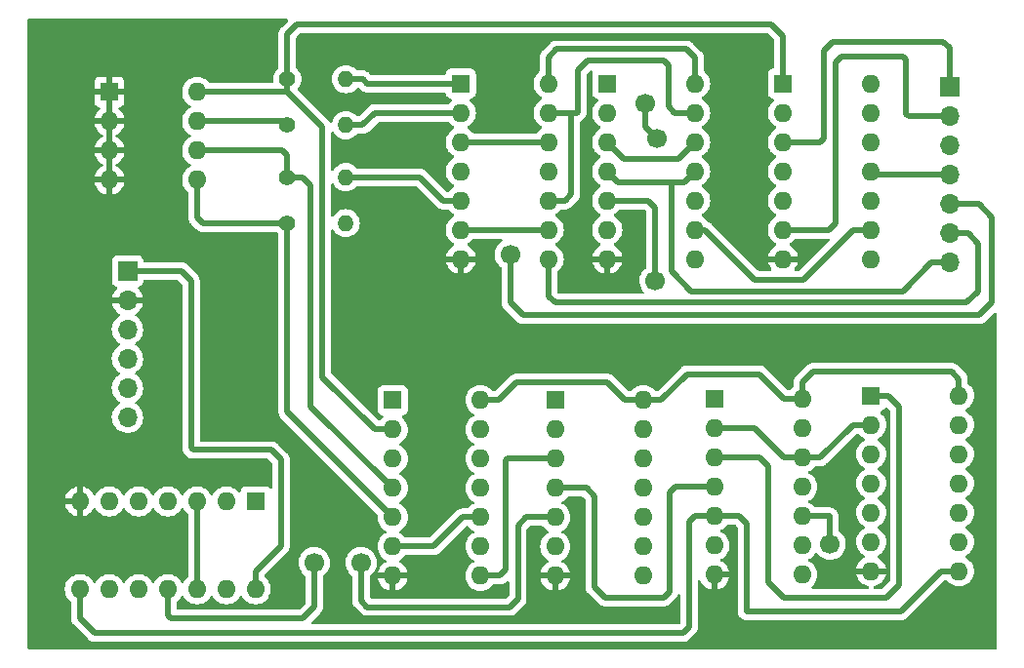
<source format=gbr>
%TF.GenerationSoftware,KiCad,Pcbnew,(6.0.7)*%
%TF.CreationDate,2022-12-18T15:12:13+02:00*%
%TF.ProjectId,hamming code,68616d6d-696e-4672-9063-6f64652e6b69,rev?*%
%TF.SameCoordinates,Original*%
%TF.FileFunction,Copper,L1,Top*%
%TF.FilePolarity,Positive*%
%FSLAX46Y46*%
G04 Gerber Fmt 4.6, Leading zero omitted, Abs format (unit mm)*
G04 Created by KiCad (PCBNEW (6.0.7)) date 2022-12-18 15:12:13*
%MOMM*%
%LPD*%
G01*
G04 APERTURE LIST*
%TA.AperFunction,ComponentPad*%
%ADD10R,1.600000X1.600000*%
%TD*%
%TA.AperFunction,ComponentPad*%
%ADD11O,1.600000X1.600000*%
%TD*%
%TA.AperFunction,ComponentPad*%
%ADD12R,1.700000X1.700000*%
%TD*%
%TA.AperFunction,ComponentPad*%
%ADD13O,1.700000X1.700000*%
%TD*%
%TA.AperFunction,ComponentPad*%
%ADD14C,1.400000*%
%TD*%
%TA.AperFunction,ComponentPad*%
%ADD15O,1.400000X1.400000*%
%TD*%
%TA.AperFunction,ViaPad*%
%ADD16C,1.700000*%
%TD*%
%TA.AperFunction,Conductor*%
%ADD17C,0.500000*%
%TD*%
G04 APERTURE END LIST*
D10*
%TO.P,U8,1*%
%TO.N,/err3*%
X71700000Y-111875000D03*
D11*
%TO.P,U8,2*%
%TO.N,Net-(U6-Pad8)*%
X71700000Y-114415000D03*
%TO.P,U8,3*%
%TO.N,/err2*%
X71700000Y-116955000D03*
%TO.P,U8,4*%
%TO.N,Net-(U6-Pad4)*%
X71700000Y-119495000D03*
%TO.P,U8,5*%
%TO.N,/err1*%
X71700000Y-122035000D03*
%TO.P,U8,6*%
%TO.N,Net-(U6-Pad11)*%
X71700000Y-124575000D03*
%TO.P,U8,7,GND*%
%TO.N,GND*%
X71700000Y-127115000D03*
%TO.P,U8,8*%
%TO.N,unconnected-(U8-Pad8)*%
X79320000Y-127115000D03*
%TO.P,U8,9*%
%TO.N,unconnected-(U8-Pad9)*%
X79320000Y-124575000D03*
%TO.P,U8,10*%
%TO.N,unconnected-(U8-Pad10)*%
X79320000Y-122035000D03*
%TO.P,U8,11*%
%TO.N,unconnected-(U8-Pad11)*%
X79320000Y-119495000D03*
%TO.P,U8,12*%
%TO.N,unconnected-(U8-Pad12)*%
X79320000Y-116955000D03*
%TO.P,U8,13*%
%TO.N,unconnected-(U8-Pad13)*%
X79320000Y-114415000D03*
%TO.P,U8,14,VCC*%
%TO.N,VCC*%
X79320000Y-111875000D03*
%TD*%
D12*
%TO.P,J2,1,Pin_1*%
%TO.N,/out1*%
X105900000Y-84700000D03*
D13*
%TO.P,J2,2,Pin_2*%
%TO.N,/out2*%
X105900000Y-87240000D03*
%TO.P,J2,3,Pin_3*%
%TO.N,/out3*%
X105900000Y-89780000D03*
%TO.P,J2,4,Pin_4*%
%TO.N,/out4*%
X105900000Y-92320000D03*
%TO.P,J2,5,Pin_5*%
%TO.N,/P1*%
X105900000Y-94860000D03*
%TO.P,J2,6,Pin_6*%
%TO.N,/P2*%
X105900000Y-97400000D03*
%TO.P,J2,7,Pin_7*%
%TO.N,/P3*%
X105900000Y-99940000D03*
%TD*%
D10*
%TO.P,U5,1*%
%TO.N,/D1N*%
X91450000Y-84375000D03*
D11*
%TO.P,U5,2*%
%TO.N,Net-(U5-Pad2)*%
X91450000Y-86915000D03*
%TO.P,U5,3*%
%TO.N,/out1*%
X91450000Y-89455000D03*
%TO.P,U5,4*%
%TO.N,/D2N*%
X91450000Y-91995000D03*
%TO.P,U5,5*%
%TO.N,Net-(U5-Pad5)*%
X91450000Y-94535000D03*
%TO.P,U5,6*%
%TO.N,/out2*%
X91450000Y-97075000D03*
%TO.P,U5,7,GND*%
%TO.N,GND*%
X91450000Y-99615000D03*
%TO.P,U5,8*%
%TO.N,/out3*%
X99070000Y-99615000D03*
%TO.P,U5,9*%
%TO.N,/D3N*%
X99070000Y-97075000D03*
%TO.P,U5,10*%
%TO.N,Net-(U5-Pad10)*%
X99070000Y-94535000D03*
%TO.P,U5,11*%
%TO.N,/out4*%
X99070000Y-91995000D03*
%TO.P,U5,12*%
%TO.N,/D4N*%
X99070000Y-89455000D03*
%TO.P,U5,13*%
%TO.N,Net-(U5-Pad13)*%
X99070000Y-86915000D03*
%TO.P,U5,14,VCC*%
%TO.N,VCC*%
X99070000Y-84375000D03*
%TD*%
D14*
%TO.P,R1,1*%
%TO.N,/D1N*%
X48470000Y-84000000D03*
D15*
%TO.P,R1,2*%
%TO.N,/D1*%
X53550000Y-84000000D03*
%TD*%
D10*
%TO.P,U4,1*%
%TO.N,/P2*%
X57600000Y-111875000D03*
D11*
%TO.P,U4,2*%
%TO.N,/D1N*%
X57600000Y-114415000D03*
%TO.P,U4,3*%
%TO.N,/conn6*%
X57600000Y-116955000D03*
%TO.P,U4,4*%
%TO.N,/D3N*%
X57600000Y-119495000D03*
%TO.P,U4,5*%
%TO.N,/D4N*%
X57600000Y-122035000D03*
%TO.P,U4,6*%
%TO.N,/conn7*%
X57600000Y-124575000D03*
%TO.P,U4,7,GND*%
%TO.N,GND*%
X57600000Y-127115000D03*
%TO.P,U4,8*%
%TO.N,/err2*%
X65220000Y-127115000D03*
%TO.P,U4,9*%
%TO.N,/conn6*%
X65220000Y-124575000D03*
%TO.P,U4,10*%
%TO.N,/conn7*%
X65220000Y-122035000D03*
%TO.P,U4,11*%
%TO.N,unconnected-(U4-Pad11)*%
X65220000Y-119495000D03*
%TO.P,U4,12*%
%TO.N,unconnected-(U4-Pad12)*%
X65220000Y-116955000D03*
%TO.P,U4,13*%
%TO.N,unconnected-(U4-Pad13)*%
X65220000Y-114415000D03*
%TO.P,U4,14,VCC*%
%TO.N,VCC*%
X65220000Y-111875000D03*
%TD*%
D10*
%TO.P,U2,1*%
%TO.N,/D2*%
X76210000Y-84375000D03*
D11*
%TO.P,U2,2*%
%TO.N,/D3*%
X76210000Y-86915000D03*
%TO.P,U2,3*%
%TO.N,/conn3*%
X76210000Y-89455000D03*
%TO.P,U2,4*%
%TO.N,/P3*%
X76210000Y-91995000D03*
%TO.P,U2,5*%
%TO.N,/D2N*%
X76210000Y-94535000D03*
%TO.P,U2,6*%
%TO.N,/conn8*%
X76210000Y-97075000D03*
%TO.P,U2,7,GND*%
%TO.N,GND*%
X76210000Y-99615000D03*
%TO.P,U2,8*%
%TO.N,/conn9*%
X83830000Y-99615000D03*
%TO.P,U2,9*%
%TO.N,/D3N*%
X83830000Y-97075000D03*
%TO.P,U2,10*%
%TO.N,/D4N*%
X83830000Y-94535000D03*
%TO.P,U2,11*%
%TO.N,/P3*%
X83830000Y-91995000D03*
%TO.P,U2,12*%
%TO.N,/conn3*%
X83830000Y-89455000D03*
%TO.P,U2,13*%
%TO.N,/D4*%
X83830000Y-86915000D03*
%TO.P,U2,14,VCC*%
%TO.N,VCC*%
X83830000Y-84375000D03*
%TD*%
D10*
%TO.P,SW1,1*%
%TO.N,GND*%
X33030000Y-85100000D03*
D11*
%TO.P,SW1,2*%
X33030000Y-87640000D03*
%TO.P,SW1,3*%
X33030000Y-90180000D03*
%TO.P,SW1,4*%
X33030000Y-92720000D03*
%TO.P,SW1,5*%
%TO.N,/D4N*%
X40650000Y-92720000D03*
%TO.P,SW1,6*%
%TO.N,/D3N*%
X40650000Y-90180000D03*
%TO.P,SW1,7*%
%TO.N,/D2N*%
X40650000Y-87640000D03*
%TO.P,SW1,8*%
%TO.N,/D1N*%
X40650000Y-85100000D03*
%TD*%
D10*
%TO.P,U6,1*%
%TO.N,/err1*%
X85500000Y-111775000D03*
D11*
%TO.P,U6,2*%
%TO.N,/err2*%
X85500000Y-114315000D03*
%TO.P,U6,3*%
%TO.N,/err1*%
X85500000Y-116855000D03*
%TO.P,U6,4*%
%TO.N,Net-(U6-Pad4)*%
X85500000Y-119395000D03*
%TO.P,U6,5*%
%TO.N,/err3*%
X85500000Y-121935000D03*
%TO.P,U6,6*%
%TO.N,Net-(U5-Pad5)*%
X85500000Y-124475000D03*
%TO.P,U6,7,VSS*%
%TO.N,GND*%
X85500000Y-127015000D03*
%TO.P,U6,8*%
%TO.N,Net-(U6-Pad8)*%
X93120000Y-127015000D03*
%TO.P,U6,9*%
%TO.N,Net-(U5-Pad2)*%
X93120000Y-124475000D03*
%TO.P,U6,10*%
%TO.N,Net-(U5-Pad10)*%
X93120000Y-121935000D03*
%TO.P,U6,11*%
%TO.N,Net-(U6-Pad11)*%
X93120000Y-119395000D03*
%TO.P,U6,12*%
%TO.N,/err2*%
X93120000Y-116855000D03*
%TO.P,U6,13*%
%TO.N,/err3*%
X93120000Y-114315000D03*
%TO.P,U6,14,VDD*%
%TO.N,VCC*%
X93120000Y-111775000D03*
%TD*%
D10*
%TO.P,U3,1*%
%TO.N,/P1*%
X45720000Y-120650000D03*
D11*
%TO.P,U3,2*%
%TO.N,/D1N*%
X43180000Y-120650000D03*
%TO.P,U3,3*%
%TO.N,/conn4*%
X40640000Y-120650000D03*
%TO.P,U3,4*%
%TO.N,/D2N*%
X38100000Y-120650000D03*
%TO.P,U3,5*%
%TO.N,/D4N*%
X35560000Y-120650000D03*
%TO.P,U3,6*%
%TO.N,/conn5*%
X33020000Y-120650000D03*
%TO.P,U3,7,GND*%
%TO.N,GND*%
X30480000Y-120650000D03*
%TO.P,U3,8*%
%TO.N,/err3*%
X30480000Y-128270000D03*
%TO.P,U3,9*%
%TO.N,/conn8*%
X33020000Y-128270000D03*
%TO.P,U3,10*%
%TO.N,/conn9*%
X35560000Y-128270000D03*
%TO.P,U3,11*%
%TO.N,/err1*%
X38100000Y-128270000D03*
%TO.P,U3,12*%
%TO.N,/conn4*%
X40640000Y-128270000D03*
%TO.P,U3,13*%
%TO.N,/conn5*%
X43180000Y-128270000D03*
%TO.P,U3,14,VCC*%
%TO.N,VCC*%
X45720000Y-128270000D03*
%TD*%
D12*
%TO.P,J1,1,Pin_1*%
%TO.N,VCC*%
X34600000Y-100650000D03*
D13*
%TO.P,J1,2,Pin_2*%
%TO.N,GND*%
X34600000Y-103190000D03*
%TO.P,J1,3,Pin_3*%
%TO.N,/D1*%
X34600000Y-105730000D03*
%TO.P,J1,4,Pin_4*%
%TO.N,/D2*%
X34600000Y-108270000D03*
%TO.P,J1,5,Pin_5*%
%TO.N,/D3*%
X34600000Y-110810000D03*
%TO.P,J1,6,Pin_6*%
%TO.N,/D4*%
X34600000Y-113350000D03*
%TD*%
D14*
%TO.P,R4,1*%
%TO.N,/D4N*%
X48460000Y-96500000D03*
D15*
%TO.P,R4,2*%
%TO.N,/D4*%
X53540000Y-96500000D03*
%TD*%
D10*
%TO.P,U7,1*%
%TO.N,/err1*%
X99100000Y-111475000D03*
D11*
%TO.P,U7,2*%
%TO.N,/err2*%
X99100000Y-114015000D03*
%TO.P,U7,3*%
%TO.N,unconnected-(U7-Pad3)*%
X99100000Y-116555000D03*
%TO.P,U7,4*%
%TO.N,unconnected-(U7-Pad4)*%
X99100000Y-119095000D03*
%TO.P,U7,5*%
%TO.N,unconnected-(U7-Pad5)*%
X99100000Y-121635000D03*
%TO.P,U7,6*%
%TO.N,unconnected-(U7-Pad6)*%
X99100000Y-124175000D03*
%TO.P,U7,7,VSS*%
%TO.N,GND*%
X99100000Y-126715000D03*
%TO.P,U7,8*%
%TO.N,/err3*%
X106720000Y-126715000D03*
%TO.P,U7,9*%
%TO.N,Net-(U5-Pad13)*%
X106720000Y-124175000D03*
%TO.P,U7,10*%
%TO.N,unconnected-(U7-Pad10)*%
X106720000Y-121635000D03*
%TO.P,U7,11*%
%TO.N,unconnected-(U7-Pad11)*%
X106720000Y-119095000D03*
%TO.P,U7,12*%
%TO.N,unconnected-(U7-Pad12)*%
X106720000Y-116555000D03*
%TO.P,U7,13*%
%TO.N,unconnected-(U7-Pad13)*%
X106720000Y-114015000D03*
%TO.P,U7,14,VDD*%
%TO.N,VCC*%
X106720000Y-111475000D03*
%TD*%
D10*
%TO.P,U1,1*%
%TO.N,/D1*%
X63510000Y-84375000D03*
D11*
%TO.P,U1,2*%
%TO.N,/D2*%
X63510000Y-86915000D03*
%TO.P,U1,3*%
%TO.N,/conn1*%
X63510000Y-89455000D03*
%TO.P,U1,4*%
%TO.N,/D1*%
X63510000Y-91995000D03*
%TO.P,U1,5*%
%TO.N,/D3*%
X63510000Y-94535000D03*
%TO.P,U1,6*%
%TO.N,/conn2*%
X63510000Y-97075000D03*
%TO.P,U1,7,GND*%
%TO.N,GND*%
X63510000Y-99615000D03*
%TO.P,U1,8*%
%TO.N,/P2*%
X71130000Y-99615000D03*
%TO.P,U1,9*%
%TO.N,/conn2*%
X71130000Y-97075000D03*
%TO.P,U1,10*%
%TO.N,/D4*%
X71130000Y-94535000D03*
%TO.P,U1,11*%
%TO.N,/P1*%
X71130000Y-91995000D03*
%TO.P,U1,12*%
%TO.N,/conn1*%
X71130000Y-89455000D03*
%TO.P,U1,13*%
%TO.N,/D4*%
X71130000Y-86915000D03*
%TO.P,U1,14,VCC*%
%TO.N,VCC*%
X71130000Y-84375000D03*
%TD*%
D14*
%TO.P,R3,1*%
%TO.N,/D3N*%
X48460000Y-92500000D03*
D15*
%TO.P,R3,2*%
%TO.N,/D3*%
X53540000Y-92500000D03*
%TD*%
D14*
%TO.P,R2,1*%
%TO.N,/D2N*%
X48460000Y-88000000D03*
D15*
%TO.P,R2,2*%
%TO.N,/D2*%
X53540000Y-88000000D03*
%TD*%
D16*
%TO.N,GND*%
X27482800Y-89458800D03*
X42600000Y-112300000D03*
X27482800Y-81500000D03*
X108000000Y-130700000D03*
X58400000Y-96100000D03*
X58100000Y-90000000D03*
X103600000Y-131500000D03*
X60200000Y-122100000D03*
X91948000Y-106934000D03*
%TO.N,/P1*%
X67800000Y-99200000D03*
%TO.N,/err1*%
X50800000Y-125984000D03*
X54864000Y-125984000D03*
%TO.N,Net-(U5-Pad10)*%
X95540100Y-124355100D03*
%TO.N,/D2N*%
X80370100Y-101512000D03*
%TO.N,/D4N*%
X79502000Y-86106000D03*
X80518000Y-89154000D03*
%TD*%
D17*
%TO.N,/D1*%
X53550000Y-84000000D02*
X55000300Y-84000000D01*
X55375300Y-84375000D02*
X55000300Y-84000000D01*
X63510000Y-84375000D02*
X55375300Y-84375000D01*
%TO.N,/D2*%
X56075300Y-86915000D02*
X63510000Y-86915000D01*
X54990300Y-88000000D02*
X56075300Y-86915000D01*
X53540000Y-88000000D02*
X54990300Y-88000000D01*
%TO.N,/D3*%
X59924700Y-92500000D02*
X61959700Y-94535000D01*
X63510000Y-94535000D02*
X61959700Y-94535000D01*
X53540000Y-92500000D02*
X59924700Y-92500000D01*
%TO.N,GND*%
X102512000Y-132588000D02*
X103600000Y-131500000D01*
X85500000Y-131982000D02*
X86106000Y-132588000D01*
X86106000Y-132588000D02*
X102512000Y-132588000D01*
X85500000Y-127015000D02*
X85500000Y-131982000D01*
%TO.N,/P1*%
X67800000Y-103400000D02*
X68900000Y-104500000D01*
X109600000Y-103400000D02*
X109600000Y-96000000D01*
X68900000Y-104500000D02*
X108500000Y-104500000D01*
X109600000Y-96000000D02*
X108460000Y-94860000D01*
X108500000Y-104500000D02*
X109600000Y-103400000D01*
X67800000Y-99200000D02*
X67800000Y-103400000D01*
X108460000Y-94860000D02*
X105900000Y-94860000D01*
%TO.N,/D4*%
X81534000Y-82804000D02*
X81130000Y-82400000D01*
X82089000Y-86915000D02*
X81534000Y-86360000D01*
X72565000Y-94535000D02*
X71130000Y-94535000D01*
X81130000Y-82400000D02*
X74519214Y-82400000D01*
X73100000Y-87100000D02*
X73100000Y-94000000D01*
X81534000Y-86360000D02*
X81534000Y-82804000D01*
X73700000Y-86800000D02*
X73585000Y-86915000D01*
X73585000Y-86915000D02*
X71130000Y-86915000D01*
X71130000Y-86915000D02*
X72915000Y-86915000D01*
X83830000Y-86915000D02*
X82089000Y-86915000D01*
X72915000Y-86915000D02*
X73100000Y-87100000D01*
X73700000Y-83219214D02*
X73700000Y-86800000D01*
X74519214Y-82400000D02*
X73700000Y-83219214D01*
X73100000Y-94000000D02*
X72565000Y-94535000D01*
%TO.N,/P2*%
X107400000Y-103400000D02*
X108400000Y-102400000D01*
X107500000Y-97400000D02*
X105900000Y-97400000D01*
X108400000Y-102400000D02*
X108400000Y-98300000D01*
X71130000Y-99615000D02*
X71130000Y-102830000D01*
X71700000Y-103400000D02*
X107400000Y-103400000D01*
X108400000Y-98300000D02*
X107500000Y-97400000D01*
X71130000Y-102830000D02*
X71700000Y-103400000D01*
%TO.N,VCC*%
X40300000Y-116200000D02*
X40100000Y-116000000D01*
X106098000Y-109400000D02*
X94054000Y-109400000D01*
X47900000Y-124539700D02*
X47900000Y-117000000D01*
X93120000Y-111775000D02*
X91569700Y-111775000D01*
X45720000Y-126719700D02*
X47900000Y-124539700D01*
X106720000Y-110022000D02*
X106098000Y-109400000D01*
X83100000Y-81400000D02*
X83830000Y-82130000D01*
X47100000Y-116200000D02*
X40300000Y-116200000D01*
X83145300Y-109600000D02*
X80870300Y-111875000D01*
X106720000Y-111475000D02*
X106720000Y-110022000D01*
X39250000Y-100650000D02*
X34600000Y-100650000D01*
X79320000Y-111875000D02*
X77769700Y-111875000D01*
X68320700Y-110324600D02*
X76219300Y-110324600D01*
X71800000Y-81400000D02*
X83100000Y-81400000D01*
X76219300Y-110324600D02*
X77769700Y-111875000D01*
X93120000Y-110334000D02*
X93120000Y-111775000D01*
X91569700Y-111775000D02*
X89394700Y-109600000D01*
X71100000Y-84345000D02*
X71100000Y-82100000D01*
X40100000Y-101500000D02*
X39250000Y-100650000D01*
X83830000Y-82130000D02*
X83830000Y-84375000D01*
X45720000Y-128270000D02*
X45720000Y-126719700D01*
X47900000Y-117000000D02*
X47100000Y-116200000D01*
X65220000Y-111875000D02*
X66770300Y-111875000D01*
X80870300Y-111875000D02*
X79320000Y-111875000D01*
X66770300Y-111875000D02*
X68320700Y-110324600D01*
X89394700Y-109600000D02*
X83145300Y-109600000D01*
X94054000Y-109400000D02*
X93120000Y-110334000D01*
X40100000Y-116000000D02*
X40100000Y-101500000D01*
X71100000Y-82100000D02*
X71800000Y-81400000D01*
%TO.N,/P3*%
X83500000Y-102400000D02*
X101839700Y-102400000D01*
X81788000Y-100667158D02*
X81970100Y-100849258D01*
X81788000Y-92964000D02*
X77179000Y-92964000D01*
X77179000Y-92964000D02*
X76210000Y-91995000D01*
X101839700Y-102400000D02*
X104299700Y-99940000D01*
X81970100Y-100849258D02*
X81970100Y-100870100D01*
X104299700Y-99940000D02*
X105900000Y-99940000D01*
X82861000Y-92964000D02*
X81788000Y-92964000D01*
X83830000Y-91995000D02*
X82861000Y-92964000D01*
X81788000Y-92964000D02*
X81788000Y-100667158D01*
X81970100Y-100870100D02*
X83500000Y-102400000D01*
%TO.N,/err1*%
X38100000Y-130556000D02*
X38100000Y-128270000D01*
X50800000Y-129794000D02*
X49784000Y-130810000D01*
X71700000Y-122035000D02*
X69165000Y-122035000D01*
X68460000Y-129140000D02*
X67767600Y-129832400D01*
X89423000Y-116855000D02*
X85500000Y-116855000D01*
X50800000Y-125984000D02*
X50800000Y-129794000D01*
X101500000Y-112400000D02*
X101500000Y-127900000D01*
X68460000Y-122740000D02*
X68460000Y-129140000D01*
X54864000Y-129286000D02*
X54864000Y-125984000D01*
X38354000Y-130810000D02*
X38100000Y-130556000D01*
X100575000Y-111475000D02*
X101500000Y-112400000D01*
X101500000Y-127900000D02*
X100400000Y-129000000D01*
X49784000Y-130810000D02*
X38354000Y-130810000D01*
X99100000Y-111475000D02*
X100575000Y-111475000D01*
X100400000Y-129000000D02*
X91500000Y-129000000D01*
X69165000Y-122035000D02*
X68460000Y-122740000D01*
X90200000Y-127700000D02*
X90200000Y-117632000D01*
X90200000Y-117632000D02*
X89423000Y-116855000D01*
X55410400Y-129832400D02*
X54864000Y-129286000D01*
X91500000Y-129000000D02*
X90200000Y-127700000D01*
X67767600Y-129832400D02*
X55410400Y-129832400D01*
%TO.N,/err2*%
X99100000Y-114015000D02*
X97510300Y-114015000D01*
X67400000Y-126600000D02*
X66885000Y-127115000D01*
X67400000Y-117100000D02*
X67400000Y-126600000D01*
X71700000Y-116955000D02*
X67545000Y-116955000D01*
X66885000Y-127115000D02*
X65220000Y-127115000D01*
X97510300Y-114015000D02*
X94670300Y-116855000D01*
X93120000Y-116855000D02*
X94670300Y-116855000D01*
X89029700Y-114315000D02*
X85500000Y-114315000D01*
X93120000Y-116855000D02*
X91569700Y-116855000D01*
X67545000Y-116955000D02*
X67400000Y-117100000D01*
X91569700Y-116855000D02*
X89029700Y-114315000D01*
%TO.N,/err3*%
X87645000Y-121935000D02*
X88290000Y-122580000D01*
X106720000Y-126715000D02*
X105169700Y-126715000D01*
X82804000Y-132080000D02*
X31750000Y-132080000D01*
X85500000Y-121935000D02*
X83805000Y-121935000D01*
X88290000Y-122580000D02*
X88290000Y-130200000D01*
X83312000Y-122428000D02*
X83312000Y-131572000D01*
X83805000Y-121935000D02*
X83312000Y-122428000D01*
X105169700Y-126715000D02*
X101684700Y-130200000D01*
X85500000Y-121935000D02*
X87645000Y-121935000D01*
X101684700Y-130200000D02*
X88290000Y-130200000D01*
X83312000Y-131572000D02*
X82804000Y-132080000D01*
X30480000Y-130810000D02*
X30480000Y-128270000D01*
X31750000Y-132080000D02*
X30480000Y-130810000D01*
%TO.N,/out1*%
X94996000Y-81534000D02*
X95758000Y-80772000D01*
X95758000Y-80772000D02*
X105372000Y-80772000D01*
X91450000Y-89455000D02*
X94695000Y-89455000D01*
X94996000Y-89154000D02*
X94996000Y-81534000D01*
X105372000Y-80772000D02*
X105900000Y-81300000D01*
X105900000Y-81300000D02*
X105900000Y-84700000D01*
X94695000Y-89455000D02*
X94996000Y-89154000D01*
%TO.N,/out2*%
X96012000Y-96520000D02*
X96012000Y-82550000D01*
X91450000Y-97075000D02*
X95457000Y-97075000D01*
X95457000Y-97075000D02*
X96012000Y-96520000D01*
X96012000Y-82550000D02*
X96520000Y-82042000D01*
X101854000Y-82042000D02*
X102100000Y-82288000D01*
X96520000Y-82042000D02*
X101854000Y-82042000D01*
X102100000Y-87000000D02*
X102340000Y-87240000D01*
X102340000Y-87240000D02*
X105900000Y-87240000D01*
X102100000Y-82288000D02*
X102100000Y-87000000D01*
%TO.N,Net-(U5-Pad10)*%
X93120000Y-121935000D02*
X95500000Y-121935000D01*
X95500000Y-121935000D02*
X95500000Y-124315000D01*
X95500000Y-124315000D02*
X95540100Y-124355100D01*
%TO.N,/out4*%
X99395000Y-92320000D02*
X105900000Y-92320000D01*
%TO.N,/conn1*%
X71130000Y-89455000D02*
X63510000Y-89455000D01*
%TO.N,/conn2*%
X71130000Y-97075000D02*
X63510000Y-97075000D01*
%TO.N,/conn3*%
X77687000Y-90932000D02*
X76210000Y-89455000D01*
X82353000Y-90932000D02*
X77687000Y-90932000D01*
X83830000Y-89455000D02*
X82353000Y-90932000D01*
%TO.N,/conn4*%
X40640000Y-128270000D02*
X40640000Y-120650000D01*
%TO.N,/conn7*%
X65220000Y-122035000D02*
X63669700Y-122035000D01*
X63669700Y-122035000D02*
X61129700Y-124575000D01*
X61129700Y-124575000D02*
X57600000Y-124575000D01*
%TO.N,/D1N*%
X48470000Y-85100000D02*
X48470000Y-84000000D01*
X90424000Y-79248000D02*
X91450000Y-80274000D01*
X56049700Y-114415000D02*
X51500000Y-109865300D01*
X40650000Y-85100000D02*
X48470000Y-85100000D01*
X51500000Y-88130000D02*
X48470000Y-85100000D01*
X57600000Y-114415000D02*
X56049700Y-114415000D01*
X51500000Y-109865300D02*
X51500000Y-88130000D01*
X48470000Y-84000000D02*
X48470000Y-80054000D01*
X48470000Y-80054000D02*
X49276000Y-79248000D01*
X91450000Y-80274000D02*
X91450000Y-84375000D01*
X49276000Y-79248000D02*
X90424000Y-79248000D01*
%TO.N,/D2N*%
X48100000Y-87640000D02*
X40650000Y-87640000D01*
X79735000Y-94535000D02*
X80370100Y-95170100D01*
X48460000Y-88000000D02*
X48100000Y-87640000D01*
X80370100Y-95170100D02*
X80370100Y-101512000D01*
X76210000Y-94535000D02*
X79735000Y-94535000D01*
%TO.N,/D3N*%
X84675000Y-97075000D02*
X83830000Y-97075000D01*
X97519700Y-97075000D02*
X93194700Y-101400000D01*
X40650000Y-90180000D02*
X48016000Y-90180000D01*
X48016000Y-90180000D02*
X48460000Y-90624000D01*
X89000000Y-101400000D02*
X84675000Y-97075000D01*
X99070000Y-97075000D02*
X97519700Y-97075000D01*
X49828000Y-92500000D02*
X48460000Y-92500000D01*
X48460000Y-90624000D02*
X48460000Y-92500000D01*
X57600000Y-119495000D02*
X50500000Y-112395000D01*
X93194700Y-101400000D02*
X89000000Y-101400000D01*
X50500000Y-112395000D02*
X50500000Y-93172000D01*
X50500000Y-93172000D02*
X49828000Y-92500000D01*
%TO.N,/D4N*%
X48460000Y-96500000D02*
X41128000Y-96500000D01*
X48460000Y-112895000D02*
X57600000Y-122035000D01*
X41128000Y-96500000D02*
X40650000Y-96022000D01*
X48460000Y-96500000D02*
X48460000Y-112895000D01*
X79502000Y-86106000D02*
X79502000Y-88138000D01*
X40650000Y-96022000D02*
X40650000Y-92720000D01*
X79502000Y-88138000D02*
X80518000Y-89154000D01*
%TO.N,Net-(U6-Pad4)*%
X74395000Y-119495000D02*
X71700000Y-119495000D01*
X82105000Y-119395000D02*
X81600000Y-119900000D01*
X85500000Y-119395000D02*
X82105000Y-119395000D01*
X75100000Y-120200000D02*
X74395000Y-119495000D01*
X81600000Y-128500000D02*
X81100000Y-129000000D01*
X75100000Y-128100000D02*
X75100000Y-120200000D01*
X76000000Y-129000000D02*
X75100000Y-128100000D01*
X81600000Y-119900000D02*
X81600000Y-128500000D01*
X81100000Y-129000000D02*
X76000000Y-129000000D01*
%TD*%
%TA.AperFunction,Conductor*%
%TO.N,GND*%
G36*
X48474750Y-78760502D02*
G01*
X48521243Y-78814158D01*
X48531347Y-78884432D01*
X48501853Y-78949012D01*
X48495724Y-78955595D01*
X47981089Y-79470230D01*
X47966677Y-79482616D01*
X47955082Y-79491149D01*
X47955077Y-79491154D01*
X47949182Y-79495492D01*
X47944443Y-79501070D01*
X47944440Y-79501073D01*
X47914965Y-79535768D01*
X47908035Y-79543284D01*
X47902340Y-79548979D01*
X47900060Y-79551861D01*
X47884719Y-79571251D01*
X47881928Y-79574655D01*
X47839409Y-79624703D01*
X47834667Y-79630285D01*
X47831339Y-79636801D01*
X47827972Y-79641850D01*
X47824805Y-79646979D01*
X47820266Y-79652716D01*
X47789345Y-79718875D01*
X47787442Y-79722769D01*
X47754231Y-79787808D01*
X47752492Y-79794916D01*
X47750393Y-79800559D01*
X47748476Y-79806322D01*
X47745378Y-79812950D01*
X47743888Y-79820112D01*
X47743888Y-79820113D01*
X47730514Y-79884412D01*
X47729544Y-79888696D01*
X47712192Y-79959610D01*
X47711500Y-79970764D01*
X47711464Y-79970762D01*
X47711225Y-79974755D01*
X47710851Y-79978947D01*
X47709360Y-79986115D01*
X47710043Y-80011360D01*
X47711454Y-80063521D01*
X47711500Y-80066928D01*
X47711500Y-82997233D01*
X47691498Y-83065354D01*
X47674595Y-83086328D01*
X47540699Y-83220224D01*
X47419411Y-83393442D01*
X47417090Y-83398420D01*
X47417088Y-83398423D01*
X47357194Y-83526866D01*
X47330044Y-83585090D01*
X47328622Y-83590398D01*
X47328621Y-83590400D01*
X47276738Y-83784030D01*
X47275314Y-83789345D01*
X47256884Y-84000000D01*
X47257363Y-84005475D01*
X47274777Y-84204518D01*
X47260788Y-84274123D01*
X47211388Y-84325116D01*
X47149256Y-84341500D01*
X41781867Y-84341500D01*
X41713746Y-84321498D01*
X41678655Y-84287772D01*
X41656198Y-84255700D01*
X41494300Y-84093802D01*
X41489792Y-84090645D01*
X41489789Y-84090643D01*
X41352518Y-83994525D01*
X41306749Y-83962477D01*
X41301767Y-83960154D01*
X41301762Y-83960151D01*
X41104225Y-83868039D01*
X41104224Y-83868039D01*
X41099243Y-83865716D01*
X41093935Y-83864294D01*
X41093933Y-83864293D01*
X40883402Y-83807881D01*
X40883400Y-83807881D01*
X40878087Y-83806457D01*
X40650000Y-83786502D01*
X40421913Y-83806457D01*
X40416600Y-83807881D01*
X40416598Y-83807881D01*
X40206067Y-83864293D01*
X40206065Y-83864294D01*
X40200757Y-83865716D01*
X40195776Y-83868039D01*
X40195775Y-83868039D01*
X39998238Y-83960151D01*
X39998233Y-83960154D01*
X39993251Y-83962477D01*
X39947482Y-83994525D01*
X39810211Y-84090643D01*
X39810208Y-84090645D01*
X39805700Y-84093802D01*
X39643802Y-84255700D01*
X39512477Y-84443251D01*
X39510154Y-84448233D01*
X39510151Y-84448238D01*
X39447977Y-84581572D01*
X39415716Y-84650757D01*
X39414294Y-84656065D01*
X39414293Y-84656067D01*
X39357881Y-84866598D01*
X39356457Y-84871913D01*
X39336502Y-85100000D01*
X39356457Y-85328087D01*
X39357881Y-85333400D01*
X39357881Y-85333402D01*
X39410776Y-85530805D01*
X39415716Y-85549243D01*
X39418039Y-85554224D01*
X39418039Y-85554225D01*
X39510151Y-85751762D01*
X39510154Y-85751767D01*
X39512477Y-85756749D01*
X39566899Y-85834471D01*
X39621675Y-85912699D01*
X39643802Y-85944300D01*
X39805700Y-86106198D01*
X39810208Y-86109355D01*
X39810211Y-86109357D01*
X39872399Y-86152901D01*
X39993251Y-86237523D01*
X39998233Y-86239846D01*
X39998238Y-86239849D01*
X40032457Y-86255805D01*
X40085742Y-86302722D01*
X40105203Y-86370999D01*
X40084661Y-86438959D01*
X40032457Y-86484195D01*
X39998238Y-86500151D01*
X39998233Y-86500154D01*
X39993251Y-86502477D01*
X39970475Y-86518425D01*
X39810211Y-86630643D01*
X39810208Y-86630645D01*
X39805700Y-86633802D01*
X39643802Y-86795700D01*
X39640645Y-86800208D01*
X39640643Y-86800211D01*
X39612039Y-86841062D01*
X39512477Y-86983251D01*
X39510154Y-86988233D01*
X39510151Y-86988238D01*
X39418039Y-87185775D01*
X39415716Y-87190757D01*
X39414294Y-87196065D01*
X39414293Y-87196067D01*
X39358852Y-87402976D01*
X39356457Y-87411913D01*
X39336502Y-87640000D01*
X39356457Y-87868087D01*
X39357881Y-87873400D01*
X39357881Y-87873402D01*
X39413363Y-88080460D01*
X39415716Y-88089243D01*
X39418039Y-88094224D01*
X39418039Y-88094225D01*
X39510151Y-88291762D01*
X39510154Y-88291767D01*
X39512477Y-88296749D01*
X39575290Y-88386455D01*
X39633501Y-88469588D01*
X39643802Y-88484300D01*
X39805700Y-88646198D01*
X39810208Y-88649355D01*
X39810211Y-88649357D01*
X39864544Y-88687401D01*
X39993251Y-88777523D01*
X39998233Y-88779846D01*
X39998238Y-88779849D01*
X40032457Y-88795805D01*
X40085742Y-88842722D01*
X40105203Y-88910999D01*
X40084661Y-88978959D01*
X40032457Y-89024195D01*
X39998238Y-89040151D01*
X39998233Y-89040154D01*
X39993251Y-89042477D01*
X39907671Y-89102401D01*
X39810211Y-89170643D01*
X39810208Y-89170645D01*
X39805700Y-89173802D01*
X39643802Y-89335700D01*
X39640645Y-89340208D01*
X39640643Y-89340211D01*
X39636786Y-89345720D01*
X39512477Y-89523251D01*
X39510154Y-89528233D01*
X39510151Y-89528238D01*
X39435466Y-89688402D01*
X39415716Y-89730757D01*
X39414294Y-89736065D01*
X39414293Y-89736067D01*
X39366756Y-89913478D01*
X39356457Y-89951913D01*
X39336502Y-90180000D01*
X39356457Y-90408087D01*
X39357881Y-90413400D01*
X39357881Y-90413402D01*
X39410776Y-90610805D01*
X39415716Y-90629243D01*
X39418039Y-90634224D01*
X39418039Y-90634225D01*
X39510151Y-90831762D01*
X39510154Y-90831767D01*
X39512477Y-90836749D01*
X39554408Y-90896632D01*
X39621675Y-90992699D01*
X39643802Y-91024300D01*
X39805700Y-91186198D01*
X39810208Y-91189355D01*
X39810211Y-91189357D01*
X39888389Y-91244098D01*
X39993251Y-91317523D01*
X39998233Y-91319846D01*
X39998238Y-91319849D01*
X40032457Y-91335805D01*
X40085742Y-91382722D01*
X40105203Y-91450999D01*
X40084661Y-91518959D01*
X40032457Y-91564195D01*
X39998238Y-91580151D01*
X39998233Y-91580154D01*
X39993251Y-91582477D01*
X39888389Y-91655902D01*
X39810211Y-91710643D01*
X39810208Y-91710645D01*
X39805700Y-91713802D01*
X39643802Y-91875700D01*
X39640645Y-91880208D01*
X39640643Y-91880211D01*
X39604142Y-91932340D01*
X39512477Y-92063251D01*
X39510154Y-92068233D01*
X39510151Y-92068238D01*
X39440500Y-92217607D01*
X39415716Y-92270757D01*
X39414294Y-92276065D01*
X39414293Y-92276067D01*
X39366756Y-92453478D01*
X39356457Y-92491913D01*
X39336502Y-92720000D01*
X39356457Y-92948087D01*
X39357881Y-92953400D01*
X39357881Y-92953402D01*
X39410776Y-93150805D01*
X39415716Y-93169243D01*
X39418039Y-93174224D01*
X39418039Y-93174225D01*
X39510151Y-93371762D01*
X39510154Y-93371767D01*
X39512477Y-93376749D01*
X39554408Y-93436632D01*
X39621675Y-93532699D01*
X39643802Y-93564300D01*
X39805700Y-93726198D01*
X39837771Y-93748655D01*
X39882099Y-93804110D01*
X39891500Y-93851867D01*
X39891500Y-95954930D01*
X39890067Y-95973880D01*
X39886801Y-95995349D01*
X39887394Y-96002641D01*
X39887394Y-96002644D01*
X39891085Y-96048018D01*
X39891500Y-96058233D01*
X39891500Y-96066293D01*
X39891925Y-96069937D01*
X39894789Y-96094507D01*
X39895222Y-96098882D01*
X39898840Y-96143357D01*
X39901140Y-96171637D01*
X39903396Y-96178601D01*
X39904587Y-96184560D01*
X39905971Y-96190415D01*
X39906818Y-96197681D01*
X39931735Y-96266327D01*
X39933152Y-96270455D01*
X39952529Y-96330267D01*
X39955649Y-96339899D01*
X39959445Y-96346154D01*
X39961951Y-96351628D01*
X39964670Y-96357058D01*
X39967167Y-96363937D01*
X39971180Y-96370057D01*
X39971180Y-96370058D01*
X40007186Y-96424976D01*
X40009523Y-96428680D01*
X40047405Y-96491107D01*
X40051121Y-96495315D01*
X40051122Y-96495316D01*
X40054803Y-96499484D01*
X40054776Y-96499508D01*
X40057429Y-96502500D01*
X40060132Y-96505733D01*
X40064144Y-96511852D01*
X40108828Y-96554182D01*
X40120383Y-96565128D01*
X40122825Y-96567506D01*
X40544230Y-96988911D01*
X40556616Y-97003323D01*
X40565149Y-97014918D01*
X40565154Y-97014923D01*
X40569492Y-97020818D01*
X40575070Y-97025557D01*
X40575073Y-97025560D01*
X40609768Y-97055035D01*
X40617284Y-97061965D01*
X40622979Y-97067660D01*
X40625861Y-97069940D01*
X40645251Y-97085281D01*
X40648655Y-97088072D01*
X40698703Y-97130591D01*
X40704285Y-97135333D01*
X40710801Y-97138661D01*
X40715850Y-97142028D01*
X40720979Y-97145195D01*
X40726716Y-97149734D01*
X40792875Y-97180655D01*
X40796769Y-97182558D01*
X40861808Y-97215769D01*
X40868916Y-97217508D01*
X40874559Y-97219607D01*
X40880322Y-97221524D01*
X40886950Y-97224622D01*
X40894112Y-97226112D01*
X40894113Y-97226112D01*
X40958412Y-97239486D01*
X40962696Y-97240456D01*
X41033610Y-97257808D01*
X41039212Y-97258156D01*
X41039215Y-97258156D01*
X41044764Y-97258500D01*
X41044762Y-97258536D01*
X41048755Y-97258775D01*
X41052947Y-97259149D01*
X41060115Y-97260640D01*
X41137520Y-97258546D01*
X41140928Y-97258500D01*
X47457233Y-97258500D01*
X47525354Y-97278502D01*
X47546328Y-97295405D01*
X47664595Y-97413672D01*
X47698621Y-97475984D01*
X47701500Y-97502767D01*
X47701500Y-112827930D01*
X47700067Y-112846880D01*
X47698194Y-112859195D01*
X47696801Y-112868349D01*
X47697394Y-112875641D01*
X47697394Y-112875644D01*
X47701085Y-112921018D01*
X47701500Y-112931233D01*
X47701500Y-112939293D01*
X47701925Y-112942937D01*
X47704789Y-112967507D01*
X47705222Y-112971882D01*
X47709593Y-113025615D01*
X47711140Y-113044637D01*
X47713396Y-113051601D01*
X47714587Y-113057560D01*
X47715971Y-113063415D01*
X47716818Y-113070681D01*
X47741735Y-113139327D01*
X47743152Y-113143455D01*
X47762368Y-113202770D01*
X47765649Y-113212899D01*
X47769445Y-113219154D01*
X47771951Y-113224628D01*
X47774670Y-113230058D01*
X47777167Y-113236937D01*
X47781180Y-113243057D01*
X47781180Y-113243058D01*
X47817186Y-113297976D01*
X47819523Y-113301680D01*
X47857405Y-113364107D01*
X47861121Y-113368315D01*
X47861122Y-113368316D01*
X47864803Y-113372484D01*
X47864776Y-113372508D01*
X47867429Y-113375500D01*
X47870132Y-113378733D01*
X47874144Y-113384852D01*
X47879456Y-113389884D01*
X47930383Y-113438128D01*
X47932825Y-113440506D01*
X56264329Y-121772010D01*
X56298355Y-121834322D01*
X56300755Y-121872087D01*
X56294462Y-121944022D01*
X56286502Y-122035000D01*
X56306457Y-122263087D01*
X56307881Y-122268400D01*
X56307881Y-122268402D01*
X56325915Y-122335703D01*
X56365716Y-122484243D01*
X56368039Y-122489224D01*
X56368039Y-122489225D01*
X56460151Y-122686762D01*
X56460154Y-122686767D01*
X56462477Y-122691749D01*
X56523781Y-122779300D01*
X56586789Y-122869284D01*
X56593802Y-122879300D01*
X56755700Y-123041198D01*
X56760208Y-123044355D01*
X56760211Y-123044357D01*
X56803758Y-123074849D01*
X56943251Y-123172523D01*
X56948233Y-123174846D01*
X56948238Y-123174849D01*
X56982457Y-123190805D01*
X57035742Y-123237722D01*
X57055203Y-123305999D01*
X57034661Y-123373959D01*
X56982457Y-123419195D01*
X56948238Y-123435151D01*
X56948233Y-123435154D01*
X56943251Y-123437477D01*
X56892949Y-123472699D01*
X56760211Y-123565643D01*
X56760208Y-123565645D01*
X56755700Y-123568802D01*
X56593802Y-123730700D01*
X56462477Y-123918251D01*
X56460154Y-123923233D01*
X56460151Y-123923238D01*
X56390081Y-124073506D01*
X56365716Y-124125757D01*
X56364294Y-124131065D01*
X56364293Y-124131067D01*
X56307881Y-124341598D01*
X56306457Y-124346913D01*
X56286502Y-124575000D01*
X56306457Y-124803087D01*
X56307881Y-124808400D01*
X56307881Y-124808402D01*
X56356774Y-124990870D01*
X56365716Y-125024243D01*
X56368039Y-125029224D01*
X56368039Y-125029225D01*
X56460151Y-125226762D01*
X56460154Y-125226767D01*
X56462477Y-125231749D01*
X56531421Y-125330211D01*
X56586789Y-125409284D01*
X56593802Y-125419300D01*
X56755700Y-125581198D01*
X56760208Y-125584355D01*
X56760211Y-125584357D01*
X56803758Y-125614849D01*
X56943251Y-125712523D01*
X56948233Y-125714846D01*
X56948238Y-125714849D01*
X56983049Y-125731081D01*
X57036334Y-125777998D01*
X57055795Y-125846275D01*
X57035253Y-125914235D01*
X56983049Y-125959471D01*
X56948489Y-125975586D01*
X56938993Y-125981069D01*
X56760533Y-126106028D01*
X56752125Y-126113084D01*
X56598084Y-126267125D01*
X56591028Y-126275533D01*
X56466069Y-126453993D01*
X56460586Y-126463489D01*
X56368510Y-126660947D01*
X56364764Y-126671239D01*
X56318606Y-126843503D01*
X56318942Y-126857599D01*
X56326884Y-126861000D01*
X58867967Y-126861000D01*
X58881498Y-126857027D01*
X58882727Y-126848478D01*
X58835236Y-126671239D01*
X58831490Y-126660947D01*
X58739414Y-126463489D01*
X58733931Y-126453993D01*
X58608972Y-126275533D01*
X58601916Y-126267125D01*
X58447875Y-126113084D01*
X58439467Y-126106028D01*
X58261007Y-125981069D01*
X58251511Y-125975586D01*
X58216951Y-125959471D01*
X58163666Y-125912554D01*
X58144205Y-125844277D01*
X58164747Y-125776317D01*
X58216951Y-125731081D01*
X58251762Y-125714849D01*
X58251767Y-125714846D01*
X58256749Y-125712523D01*
X58396242Y-125614849D01*
X58439789Y-125584357D01*
X58439792Y-125584355D01*
X58444300Y-125581198D01*
X58606198Y-125419300D01*
X58628655Y-125387229D01*
X58684110Y-125342901D01*
X58731867Y-125333500D01*
X61062630Y-125333500D01*
X61081580Y-125334933D01*
X61095815Y-125337099D01*
X61095819Y-125337099D01*
X61103049Y-125338199D01*
X61110341Y-125337606D01*
X61110344Y-125337606D01*
X61155718Y-125333915D01*
X61165933Y-125333500D01*
X61173993Y-125333500D01*
X61187283Y-125331951D01*
X61202207Y-125330211D01*
X61206582Y-125329778D01*
X61272039Y-125324454D01*
X61272042Y-125324453D01*
X61279337Y-125323860D01*
X61286301Y-125321604D01*
X61292260Y-125320413D01*
X61298115Y-125319029D01*
X61305381Y-125318182D01*
X61374027Y-125293265D01*
X61378155Y-125291848D01*
X61440636Y-125271607D01*
X61440638Y-125271606D01*
X61447599Y-125269351D01*
X61453854Y-125265555D01*
X61459328Y-125263049D01*
X61464758Y-125260330D01*
X61471637Y-125257833D01*
X61507390Y-125234392D01*
X61532676Y-125217814D01*
X61536380Y-125215477D01*
X61598807Y-125177595D01*
X61607184Y-125170197D01*
X61607208Y-125170224D01*
X61610200Y-125167571D01*
X61613433Y-125164868D01*
X61619552Y-125160856D01*
X61672828Y-125104617D01*
X61675206Y-125102175D01*
X63946976Y-122830405D01*
X64009288Y-122796379D01*
X64036071Y-122793500D01*
X64088133Y-122793500D01*
X64156254Y-122813502D01*
X64191345Y-122847228D01*
X64213802Y-122879300D01*
X64375700Y-123041198D01*
X64380208Y-123044355D01*
X64380211Y-123044357D01*
X64423758Y-123074849D01*
X64563251Y-123172523D01*
X64568233Y-123174846D01*
X64568238Y-123174849D01*
X64602457Y-123190805D01*
X64655742Y-123237722D01*
X64675203Y-123305999D01*
X64654661Y-123373959D01*
X64602457Y-123419195D01*
X64568238Y-123435151D01*
X64568233Y-123435154D01*
X64563251Y-123437477D01*
X64512949Y-123472699D01*
X64380211Y-123565643D01*
X64380208Y-123565645D01*
X64375700Y-123568802D01*
X64213802Y-123730700D01*
X64082477Y-123918251D01*
X64080154Y-123923233D01*
X64080151Y-123923238D01*
X64010081Y-124073506D01*
X63985716Y-124125757D01*
X63984294Y-124131065D01*
X63984293Y-124131067D01*
X63927881Y-124341598D01*
X63926457Y-124346913D01*
X63906502Y-124575000D01*
X63926457Y-124803087D01*
X63927881Y-124808400D01*
X63927881Y-124808402D01*
X63976774Y-124990870D01*
X63985716Y-125024243D01*
X63988039Y-125029224D01*
X63988039Y-125029225D01*
X64080151Y-125226762D01*
X64080154Y-125226767D01*
X64082477Y-125231749D01*
X64151421Y-125330211D01*
X64206789Y-125409284D01*
X64213802Y-125419300D01*
X64375700Y-125581198D01*
X64380208Y-125584355D01*
X64380211Y-125584357D01*
X64423758Y-125614849D01*
X64563251Y-125712523D01*
X64568233Y-125714846D01*
X64568238Y-125714849D01*
X64602457Y-125730805D01*
X64655742Y-125777722D01*
X64675203Y-125845999D01*
X64654661Y-125913959D01*
X64602457Y-125959195D01*
X64568238Y-125975151D01*
X64568233Y-125975154D01*
X64563251Y-125977477D01*
X64512949Y-126012699D01*
X64380211Y-126105643D01*
X64380208Y-126105645D01*
X64375700Y-126108802D01*
X64213802Y-126270700D01*
X64210645Y-126275208D01*
X64210643Y-126275211D01*
X64180391Y-126318416D01*
X64082477Y-126458251D01*
X64080154Y-126463233D01*
X64080151Y-126463238D01*
X64001963Y-126630915D01*
X63985716Y-126665757D01*
X63984294Y-126671065D01*
X63984293Y-126671067D01*
X63927881Y-126881598D01*
X63926457Y-126886913D01*
X63906502Y-127115000D01*
X63926457Y-127343087D01*
X63927881Y-127348400D01*
X63927881Y-127348402D01*
X63983860Y-127557315D01*
X63985716Y-127564243D01*
X63988039Y-127569224D01*
X63988039Y-127569225D01*
X64080151Y-127766762D01*
X64080154Y-127766767D01*
X64082477Y-127771749D01*
X64151421Y-127870211D01*
X64206789Y-127949284D01*
X64213802Y-127959300D01*
X64375700Y-128121198D01*
X64380208Y-128124355D01*
X64380211Y-128124357D01*
X64456119Y-128177508D01*
X64563251Y-128252523D01*
X64568233Y-128254846D01*
X64568238Y-128254849D01*
X64764765Y-128346490D01*
X64770757Y-128349284D01*
X64776065Y-128350706D01*
X64776067Y-128350707D01*
X64986598Y-128407119D01*
X64986600Y-128407119D01*
X64991913Y-128408543D01*
X65220000Y-128428498D01*
X65448087Y-128408543D01*
X65453400Y-128407119D01*
X65453402Y-128407119D01*
X65663933Y-128350707D01*
X65663935Y-128350706D01*
X65669243Y-128349284D01*
X65675235Y-128346490D01*
X65871762Y-128254849D01*
X65871767Y-128254846D01*
X65876749Y-128252523D01*
X65983881Y-128177508D01*
X66059789Y-128124357D01*
X66059792Y-128124355D01*
X66064300Y-128121198D01*
X66226198Y-127959300D01*
X66248655Y-127927229D01*
X66304110Y-127882901D01*
X66351867Y-127873500D01*
X66817930Y-127873500D01*
X66836880Y-127874933D01*
X66851115Y-127877099D01*
X66851119Y-127877099D01*
X66858349Y-127878199D01*
X66865641Y-127877606D01*
X66865644Y-127877606D01*
X66911018Y-127873915D01*
X66921233Y-127873500D01*
X66929293Y-127873500D01*
X66942583Y-127871951D01*
X66957507Y-127870211D01*
X66961882Y-127869778D01*
X67027339Y-127864454D01*
X67027342Y-127864453D01*
X67034637Y-127863860D01*
X67041601Y-127861604D01*
X67047560Y-127860413D01*
X67053415Y-127859029D01*
X67060681Y-127858182D01*
X67129327Y-127833265D01*
X67133455Y-127831848D01*
X67195936Y-127811607D01*
X67195938Y-127811606D01*
X67202899Y-127809351D01*
X67209154Y-127805555D01*
X67214628Y-127803049D01*
X67220058Y-127800330D01*
X67226937Y-127797833D01*
X67245261Y-127785819D01*
X67287976Y-127757814D01*
X67291680Y-127755477D01*
X67354107Y-127717595D01*
X67362484Y-127710197D01*
X67362508Y-127710224D01*
X67365500Y-127707571D01*
X67368733Y-127704868D01*
X67374852Y-127700856D01*
X67428128Y-127644617D01*
X67430506Y-127642175D01*
X67486405Y-127586276D01*
X67548717Y-127552250D01*
X67619532Y-127557315D01*
X67676368Y-127599862D01*
X67701179Y-127666382D01*
X67701500Y-127675371D01*
X67701500Y-128773629D01*
X67681498Y-128841750D01*
X67664595Y-128862724D01*
X67490324Y-129036995D01*
X67428012Y-129071021D01*
X67401229Y-129073900D01*
X55776771Y-129073900D01*
X55708650Y-129053898D01*
X55687676Y-129036995D01*
X55659405Y-129008724D01*
X55625379Y-128946412D01*
X55622500Y-128919629D01*
X55622500Y-127381522D01*
X56317273Y-127381522D01*
X56364764Y-127558761D01*
X56368510Y-127569053D01*
X56460586Y-127766511D01*
X56466069Y-127776007D01*
X56591028Y-127954467D01*
X56598084Y-127962875D01*
X56752125Y-128116916D01*
X56760533Y-128123972D01*
X56938993Y-128248931D01*
X56948489Y-128254414D01*
X57145947Y-128346490D01*
X57156239Y-128350236D01*
X57328503Y-128396394D01*
X57342599Y-128396058D01*
X57346000Y-128388116D01*
X57346000Y-128382967D01*
X57854000Y-128382967D01*
X57857973Y-128396498D01*
X57866522Y-128397727D01*
X58043761Y-128350236D01*
X58054053Y-128346490D01*
X58251511Y-128254414D01*
X58261007Y-128248931D01*
X58439467Y-128123972D01*
X58447875Y-128116916D01*
X58601916Y-127962875D01*
X58608972Y-127954467D01*
X58733931Y-127776007D01*
X58739414Y-127766511D01*
X58831490Y-127569053D01*
X58835236Y-127558761D01*
X58881394Y-127386497D01*
X58881058Y-127372401D01*
X58873116Y-127369000D01*
X57872115Y-127369000D01*
X57856876Y-127373475D01*
X57855671Y-127374865D01*
X57854000Y-127382548D01*
X57854000Y-128382967D01*
X57346000Y-128382967D01*
X57346000Y-127387115D01*
X57341525Y-127371876D01*
X57340135Y-127370671D01*
X57332452Y-127369000D01*
X56332033Y-127369000D01*
X56318502Y-127372973D01*
X56317273Y-127381522D01*
X55622500Y-127381522D01*
X55622500Y-127176632D01*
X55642502Y-127108511D01*
X55675331Y-127074054D01*
X55743860Y-127025173D01*
X55748575Y-127020475D01*
X55831733Y-126937607D01*
X55902096Y-126867489D01*
X55961594Y-126784689D01*
X56029435Y-126690277D01*
X56032453Y-126686077D01*
X56039787Y-126671239D01*
X56129136Y-126490453D01*
X56129137Y-126490451D01*
X56131430Y-126485811D01*
X56190800Y-126290403D01*
X56194865Y-126277023D01*
X56194865Y-126277021D01*
X56196370Y-126272069D01*
X56225529Y-126050590D01*
X56226316Y-126018393D01*
X56227074Y-125987365D01*
X56227074Y-125987361D01*
X56227156Y-125984000D01*
X56208852Y-125761361D01*
X56154431Y-125544702D01*
X56065354Y-125339840D01*
X55985633Y-125216610D01*
X55946822Y-125156617D01*
X55946820Y-125156614D01*
X55944014Y-125152277D01*
X55793670Y-124987051D01*
X55789619Y-124983852D01*
X55789615Y-124983848D01*
X55622414Y-124851800D01*
X55622410Y-124851798D01*
X55618359Y-124848598D01*
X55600576Y-124838781D01*
X55540997Y-124805892D01*
X55422789Y-124740638D01*
X55417920Y-124738914D01*
X55417916Y-124738912D01*
X55217087Y-124667795D01*
X55217083Y-124667794D01*
X55212212Y-124666069D01*
X55207119Y-124665162D01*
X55207116Y-124665161D01*
X54997373Y-124627800D01*
X54997367Y-124627799D01*
X54992284Y-124626894D01*
X54918452Y-124625992D01*
X54774081Y-124624228D01*
X54774079Y-124624228D01*
X54768911Y-124624165D01*
X54548091Y-124657955D01*
X54335756Y-124727357D01*
X54137607Y-124830507D01*
X54133474Y-124833610D01*
X54133471Y-124833612D01*
X53966021Y-124959337D01*
X53958965Y-124964635D01*
X53955393Y-124968373D01*
X53827529Y-125102175D01*
X53804629Y-125126138D01*
X53801715Y-125130410D01*
X53801714Y-125130411D01*
X53772063Y-125173878D01*
X53678743Y-125310680D01*
X53647623Y-125377722D01*
X53599592Y-125481198D01*
X53584688Y-125513305D01*
X53524989Y-125728570D01*
X53501251Y-125950695D01*
X53501548Y-125955848D01*
X53501548Y-125955851D01*
X53513388Y-126161192D01*
X53514110Y-126173715D01*
X53515247Y-126178761D01*
X53515248Y-126178767D01*
X53536088Y-126271239D01*
X53563222Y-126391639D01*
X53603346Y-126490453D01*
X53636080Y-126571067D01*
X53647266Y-126598616D01*
X53649965Y-126603020D01*
X53758783Y-126780595D01*
X53763987Y-126789088D01*
X53910250Y-126957938D01*
X54059985Y-127082250D01*
X54099620Y-127141152D01*
X54105500Y-127179194D01*
X54105500Y-129218930D01*
X54104067Y-129237880D01*
X54100801Y-129259349D01*
X54101394Y-129266641D01*
X54101394Y-129266644D01*
X54105085Y-129312018D01*
X54105500Y-129322233D01*
X54105500Y-129330293D01*
X54105925Y-129333937D01*
X54108789Y-129358507D01*
X54109222Y-129362882D01*
X54114489Y-129427629D01*
X54115140Y-129435637D01*
X54117396Y-129442601D01*
X54118587Y-129448560D01*
X54119971Y-129454415D01*
X54120818Y-129461681D01*
X54145735Y-129530327D01*
X54147152Y-129534455D01*
X54166839Y-129595224D01*
X54169649Y-129603899D01*
X54173445Y-129610154D01*
X54175951Y-129615628D01*
X54178670Y-129621058D01*
X54181167Y-129627937D01*
X54185180Y-129634057D01*
X54185180Y-129634058D01*
X54221186Y-129688976D01*
X54223523Y-129692680D01*
X54261405Y-129755107D01*
X54265121Y-129759315D01*
X54265122Y-129759316D01*
X54268803Y-129763484D01*
X54268776Y-129763508D01*
X54271429Y-129766500D01*
X54274132Y-129769733D01*
X54278144Y-129775852D01*
X54283456Y-129780884D01*
X54334383Y-129829128D01*
X54336825Y-129831506D01*
X54826630Y-130321311D01*
X54839016Y-130335723D01*
X54847549Y-130347318D01*
X54847554Y-130347323D01*
X54851892Y-130353218D01*
X54857470Y-130357957D01*
X54857473Y-130357960D01*
X54892168Y-130387435D01*
X54899684Y-130394365D01*
X54905379Y-130400060D01*
X54908261Y-130402340D01*
X54927651Y-130417681D01*
X54931055Y-130420472D01*
X54981103Y-130462991D01*
X54986685Y-130467733D01*
X54993201Y-130471061D01*
X54998250Y-130474428D01*
X55003379Y-130477595D01*
X55009116Y-130482134D01*
X55075275Y-130513055D01*
X55079169Y-130514958D01*
X55144208Y-130548169D01*
X55151316Y-130549908D01*
X55156959Y-130552007D01*
X55162722Y-130553924D01*
X55169350Y-130557022D01*
X55176512Y-130558512D01*
X55176513Y-130558512D01*
X55210148Y-130565508D01*
X55239548Y-130571623D01*
X55240812Y-130571886D01*
X55245096Y-130572856D01*
X55316010Y-130590208D01*
X55321612Y-130590556D01*
X55321615Y-130590556D01*
X55327164Y-130590900D01*
X55327162Y-130590936D01*
X55331155Y-130591175D01*
X55335347Y-130591549D01*
X55342515Y-130593040D01*
X55419920Y-130590946D01*
X55423328Y-130590900D01*
X67700530Y-130590900D01*
X67719480Y-130592333D01*
X67733715Y-130594499D01*
X67733719Y-130594499D01*
X67740949Y-130595599D01*
X67748241Y-130595006D01*
X67748244Y-130595006D01*
X67793618Y-130591315D01*
X67803833Y-130590900D01*
X67811893Y-130590900D01*
X67829280Y-130588873D01*
X67840107Y-130587611D01*
X67844482Y-130587178D01*
X67909939Y-130581854D01*
X67909942Y-130581853D01*
X67917237Y-130581260D01*
X67924201Y-130579004D01*
X67930160Y-130577813D01*
X67936015Y-130576429D01*
X67943281Y-130575582D01*
X68011927Y-130550665D01*
X68016055Y-130549248D01*
X68078536Y-130529007D01*
X68078538Y-130529006D01*
X68085499Y-130526751D01*
X68091754Y-130522955D01*
X68097228Y-130520449D01*
X68102658Y-130517730D01*
X68109537Y-130515233D01*
X68139148Y-130495819D01*
X68170576Y-130475214D01*
X68174280Y-130472877D01*
X68236707Y-130434995D01*
X68245084Y-130427597D01*
X68245108Y-130427624D01*
X68248100Y-130424971D01*
X68251333Y-130422268D01*
X68257452Y-130418256D01*
X68310728Y-130362017D01*
X68313106Y-130359575D01*
X68948911Y-129723770D01*
X68963323Y-129711384D01*
X68974918Y-129702851D01*
X68974923Y-129702846D01*
X68980818Y-129698508D01*
X68985557Y-129692930D01*
X68985560Y-129692927D01*
X69015035Y-129658232D01*
X69021965Y-129650716D01*
X69027660Y-129645021D01*
X69035325Y-129635333D01*
X69045281Y-129622749D01*
X69048072Y-129619345D01*
X69090591Y-129569297D01*
X69090592Y-129569295D01*
X69095333Y-129563715D01*
X69098661Y-129557199D01*
X69102020Y-129552162D01*
X69105194Y-129547023D01*
X69109734Y-129541284D01*
X69128112Y-129501961D01*
X69140636Y-129475163D01*
X69142569Y-129471209D01*
X69160733Y-129435637D01*
X69175769Y-129406192D01*
X69177510Y-129399076D01*
X69179604Y-129393446D01*
X69181523Y-129387679D01*
X69184621Y-129381050D01*
X69187369Y-129367842D01*
X69199482Y-129309604D01*
X69200453Y-129305315D01*
X69202083Y-129298653D01*
X69217808Y-129234390D01*
X69218304Y-129226405D01*
X69218500Y-129223236D01*
X69218536Y-129223238D01*
X69218775Y-129219248D01*
X69219150Y-129215050D01*
X69220640Y-129207885D01*
X69218546Y-129130479D01*
X69218500Y-129127072D01*
X69218500Y-127381522D01*
X70417273Y-127381522D01*
X70464764Y-127558761D01*
X70468510Y-127569053D01*
X70560586Y-127766511D01*
X70566069Y-127776007D01*
X70691028Y-127954467D01*
X70698084Y-127962875D01*
X70852125Y-128116916D01*
X70860533Y-128123972D01*
X71038993Y-128248931D01*
X71048489Y-128254414D01*
X71245947Y-128346490D01*
X71256239Y-128350236D01*
X71428503Y-128396394D01*
X71442599Y-128396058D01*
X71446000Y-128388116D01*
X71446000Y-128382967D01*
X71954000Y-128382967D01*
X71957973Y-128396498D01*
X71966522Y-128397727D01*
X72143761Y-128350236D01*
X72154053Y-128346490D01*
X72351511Y-128254414D01*
X72361007Y-128248931D01*
X72539467Y-128123972D01*
X72547875Y-128116916D01*
X72701916Y-127962875D01*
X72708972Y-127954467D01*
X72833931Y-127776007D01*
X72839414Y-127766511D01*
X72931490Y-127569053D01*
X72935236Y-127558761D01*
X72981394Y-127386497D01*
X72981058Y-127372401D01*
X72973116Y-127369000D01*
X71972115Y-127369000D01*
X71956876Y-127373475D01*
X71955671Y-127374865D01*
X71954000Y-127382548D01*
X71954000Y-128382967D01*
X71446000Y-128382967D01*
X71446000Y-127387115D01*
X71441525Y-127371876D01*
X71440135Y-127370671D01*
X71432452Y-127369000D01*
X70432033Y-127369000D01*
X70418502Y-127372973D01*
X70417273Y-127381522D01*
X69218500Y-127381522D01*
X69218500Y-123106371D01*
X69238502Y-123038250D01*
X69255405Y-123017276D01*
X69442276Y-122830405D01*
X69504588Y-122796379D01*
X69531371Y-122793500D01*
X70568133Y-122793500D01*
X70636254Y-122813502D01*
X70671345Y-122847228D01*
X70693802Y-122879300D01*
X70855700Y-123041198D01*
X70860208Y-123044355D01*
X70860211Y-123044357D01*
X70903758Y-123074849D01*
X71043251Y-123172523D01*
X71048233Y-123174846D01*
X71048238Y-123174849D01*
X71082457Y-123190805D01*
X71135742Y-123237722D01*
X71155203Y-123305999D01*
X71134661Y-123373959D01*
X71082457Y-123419195D01*
X71048238Y-123435151D01*
X71048233Y-123435154D01*
X71043251Y-123437477D01*
X70992949Y-123472699D01*
X70860211Y-123565643D01*
X70860208Y-123565645D01*
X70855700Y-123568802D01*
X70693802Y-123730700D01*
X70562477Y-123918251D01*
X70560154Y-123923233D01*
X70560151Y-123923238D01*
X70490081Y-124073506D01*
X70465716Y-124125757D01*
X70464294Y-124131065D01*
X70464293Y-124131067D01*
X70407881Y-124341598D01*
X70406457Y-124346913D01*
X70386502Y-124575000D01*
X70406457Y-124803087D01*
X70407881Y-124808400D01*
X70407881Y-124808402D01*
X70456774Y-124990870D01*
X70465716Y-125024243D01*
X70468039Y-125029224D01*
X70468039Y-125029225D01*
X70560151Y-125226762D01*
X70560154Y-125226767D01*
X70562477Y-125231749D01*
X70631421Y-125330211D01*
X70686789Y-125409284D01*
X70693802Y-125419300D01*
X70855700Y-125581198D01*
X70860208Y-125584355D01*
X70860211Y-125584357D01*
X70903758Y-125614849D01*
X71043251Y-125712523D01*
X71048233Y-125714846D01*
X71048238Y-125714849D01*
X71083049Y-125731081D01*
X71136334Y-125777998D01*
X71155795Y-125846275D01*
X71135253Y-125914235D01*
X71083049Y-125959471D01*
X71048489Y-125975586D01*
X71038993Y-125981069D01*
X70860533Y-126106028D01*
X70852125Y-126113084D01*
X70698084Y-126267125D01*
X70691028Y-126275533D01*
X70566069Y-126453993D01*
X70560586Y-126463489D01*
X70468510Y-126660947D01*
X70464764Y-126671239D01*
X70418606Y-126843503D01*
X70418942Y-126857599D01*
X70426884Y-126861000D01*
X72967967Y-126861000D01*
X72981498Y-126857027D01*
X72982727Y-126848478D01*
X72935236Y-126671239D01*
X72931490Y-126660947D01*
X72839414Y-126463489D01*
X72833931Y-126453993D01*
X72708972Y-126275533D01*
X72701916Y-126267125D01*
X72547875Y-126113084D01*
X72539467Y-126106028D01*
X72361007Y-125981069D01*
X72351511Y-125975586D01*
X72316951Y-125959471D01*
X72263666Y-125912554D01*
X72244205Y-125844277D01*
X72264747Y-125776317D01*
X72316951Y-125731081D01*
X72351762Y-125714849D01*
X72351767Y-125714846D01*
X72356749Y-125712523D01*
X72496242Y-125614849D01*
X72539789Y-125584357D01*
X72539792Y-125584355D01*
X72544300Y-125581198D01*
X72706198Y-125419300D01*
X72713212Y-125409284D01*
X72768579Y-125330211D01*
X72837523Y-125231749D01*
X72839846Y-125226767D01*
X72839849Y-125226762D01*
X72931961Y-125029225D01*
X72931961Y-125029224D01*
X72934284Y-125024243D01*
X72943227Y-124990870D01*
X72992119Y-124808402D01*
X72992119Y-124808400D01*
X72993543Y-124803087D01*
X73013498Y-124575000D01*
X72993543Y-124346913D01*
X72992119Y-124341598D01*
X72935707Y-124131067D01*
X72935706Y-124131065D01*
X72934284Y-124125757D01*
X72909919Y-124073506D01*
X72839849Y-123923238D01*
X72839846Y-123923233D01*
X72837523Y-123918251D01*
X72706198Y-123730700D01*
X72544300Y-123568802D01*
X72539792Y-123565645D01*
X72539789Y-123565643D01*
X72407051Y-123472699D01*
X72356749Y-123437477D01*
X72351767Y-123435154D01*
X72351762Y-123435151D01*
X72317543Y-123419195D01*
X72264258Y-123372278D01*
X72244797Y-123304001D01*
X72265339Y-123236041D01*
X72317543Y-123190805D01*
X72351762Y-123174849D01*
X72351767Y-123174846D01*
X72356749Y-123172523D01*
X72496242Y-123074849D01*
X72539789Y-123044357D01*
X72539792Y-123044355D01*
X72544300Y-123041198D01*
X72706198Y-122879300D01*
X72713212Y-122869284D01*
X72776219Y-122779300D01*
X72837523Y-122691749D01*
X72839846Y-122686767D01*
X72839849Y-122686762D01*
X72931961Y-122489225D01*
X72931961Y-122489224D01*
X72934284Y-122484243D01*
X72974086Y-122335703D01*
X72992119Y-122268402D01*
X72992119Y-122268400D01*
X72993543Y-122263087D01*
X73013498Y-122035000D01*
X72993543Y-121806913D01*
X72992119Y-121801598D01*
X72935707Y-121591067D01*
X72935706Y-121591065D01*
X72934284Y-121585757D01*
X72925871Y-121567715D01*
X72839849Y-121383238D01*
X72839846Y-121383233D01*
X72837523Y-121378251D01*
X72746039Y-121247599D01*
X72709357Y-121195211D01*
X72709355Y-121195208D01*
X72706198Y-121190700D01*
X72544300Y-121028802D01*
X72539792Y-121025645D01*
X72539789Y-121025643D01*
X72407051Y-120932699D01*
X72356749Y-120897477D01*
X72351767Y-120895154D01*
X72351762Y-120895151D01*
X72317543Y-120879195D01*
X72264258Y-120832278D01*
X72244797Y-120764001D01*
X72265339Y-120696041D01*
X72317543Y-120650805D01*
X72351762Y-120634849D01*
X72351767Y-120634846D01*
X72356749Y-120632523D01*
X72496242Y-120534849D01*
X72539789Y-120504357D01*
X72539792Y-120504355D01*
X72544300Y-120501198D01*
X72706198Y-120339300D01*
X72728655Y-120307229D01*
X72784110Y-120262901D01*
X72831867Y-120253500D01*
X74028629Y-120253500D01*
X74096750Y-120273502D01*
X74117724Y-120290405D01*
X74304595Y-120477276D01*
X74338621Y-120539588D01*
X74341500Y-120566371D01*
X74341500Y-128032930D01*
X74340067Y-128051880D01*
X74338026Y-128065299D01*
X74336801Y-128073349D01*
X74337394Y-128080641D01*
X74337394Y-128080644D01*
X74341085Y-128126018D01*
X74341500Y-128136233D01*
X74341500Y-128144293D01*
X74342680Y-128154414D01*
X74344789Y-128172507D01*
X74345222Y-128176882D01*
X74349964Y-128235177D01*
X74351140Y-128249637D01*
X74353396Y-128256601D01*
X74354587Y-128262560D01*
X74355971Y-128268415D01*
X74356818Y-128275681D01*
X74381735Y-128344327D01*
X74383152Y-128348455D01*
X74402157Y-128407119D01*
X74405649Y-128417899D01*
X74409445Y-128424154D01*
X74411951Y-128429628D01*
X74414670Y-128435058D01*
X74417167Y-128441937D01*
X74421180Y-128448057D01*
X74421180Y-128448058D01*
X74457186Y-128502976D01*
X74459523Y-128506680D01*
X74497405Y-128569107D01*
X74501121Y-128573315D01*
X74501122Y-128573316D01*
X74504803Y-128577484D01*
X74504776Y-128577508D01*
X74507429Y-128580500D01*
X74510132Y-128583733D01*
X74514144Y-128589852D01*
X74519456Y-128594884D01*
X74570383Y-128643128D01*
X74572825Y-128645506D01*
X75416230Y-129488911D01*
X75428616Y-129503323D01*
X75437149Y-129514918D01*
X75437154Y-129514923D01*
X75441492Y-129520818D01*
X75447070Y-129525557D01*
X75447073Y-129525560D01*
X75481768Y-129555035D01*
X75489284Y-129561965D01*
X75494979Y-129567660D01*
X75497861Y-129569940D01*
X75517251Y-129585281D01*
X75520655Y-129588072D01*
X75567579Y-129627937D01*
X75576285Y-129635333D01*
X75582801Y-129638661D01*
X75587850Y-129642028D01*
X75592979Y-129645195D01*
X75598716Y-129649734D01*
X75664875Y-129680655D01*
X75668769Y-129682558D01*
X75733808Y-129715769D01*
X75740916Y-129717508D01*
X75746559Y-129719607D01*
X75752322Y-129721524D01*
X75758950Y-129724622D01*
X75766112Y-129726112D01*
X75766113Y-129726112D01*
X75830412Y-129739486D01*
X75834696Y-129740456D01*
X75905610Y-129757808D01*
X75911212Y-129758156D01*
X75911215Y-129758156D01*
X75916764Y-129758500D01*
X75916762Y-129758536D01*
X75920755Y-129758775D01*
X75924947Y-129759149D01*
X75932115Y-129760640D01*
X76009520Y-129758546D01*
X76012928Y-129758500D01*
X81032930Y-129758500D01*
X81051880Y-129759933D01*
X81066115Y-129762099D01*
X81066119Y-129762099D01*
X81073349Y-129763199D01*
X81080641Y-129762606D01*
X81080644Y-129762606D01*
X81126018Y-129758915D01*
X81136233Y-129758500D01*
X81144293Y-129758500D01*
X81161680Y-129756473D01*
X81172507Y-129755211D01*
X81176882Y-129754778D01*
X81242339Y-129749454D01*
X81242342Y-129749453D01*
X81249637Y-129748860D01*
X81256601Y-129746604D01*
X81262560Y-129745413D01*
X81268415Y-129744029D01*
X81275681Y-129743182D01*
X81344327Y-129718265D01*
X81348455Y-129716848D01*
X81410936Y-129696607D01*
X81410938Y-129696606D01*
X81417899Y-129694351D01*
X81424154Y-129690555D01*
X81429628Y-129688049D01*
X81435058Y-129685330D01*
X81441937Y-129682833D01*
X81448058Y-129678820D01*
X81502976Y-129642814D01*
X81506680Y-129640477D01*
X81569107Y-129602595D01*
X81577484Y-129595197D01*
X81577508Y-129595224D01*
X81580500Y-129592571D01*
X81583733Y-129589868D01*
X81589852Y-129585856D01*
X81643128Y-129529617D01*
X81645506Y-129527175D01*
X82088911Y-129083770D01*
X82103323Y-129071384D01*
X82114918Y-129062851D01*
X82114923Y-129062846D01*
X82120818Y-129058508D01*
X82125557Y-129052930D01*
X82125560Y-129052927D01*
X82155035Y-129018232D01*
X82161965Y-129010716D01*
X82167661Y-129005020D01*
X82169924Y-129002159D01*
X82169929Y-129002154D01*
X82185293Y-128982734D01*
X82188082Y-128979333D01*
X82189743Y-128977378D01*
X82235333Y-128923715D01*
X82238659Y-128917202D01*
X82242020Y-128912163D01*
X82245196Y-128907021D01*
X82249734Y-128901284D01*
X82280655Y-128835125D01*
X82282562Y-128831224D01*
X82315284Y-128767143D01*
X82364077Y-128715571D01*
X82433007Y-128698565D01*
X82500188Y-128721526D01*
X82544292Y-128777162D01*
X82553500Y-128824445D01*
X82553500Y-131195500D01*
X82533498Y-131263621D01*
X82479842Y-131310114D01*
X82427500Y-131321500D01*
X50649371Y-131321500D01*
X50581250Y-131301498D01*
X50534757Y-131247842D01*
X50524653Y-131177568D01*
X50554147Y-131112988D01*
X50560276Y-131106405D01*
X51288911Y-130377770D01*
X51303323Y-130365384D01*
X51314918Y-130356851D01*
X51314923Y-130356846D01*
X51320818Y-130352508D01*
X51325557Y-130346930D01*
X51325560Y-130346927D01*
X51355035Y-130312232D01*
X51361965Y-130304716D01*
X51367660Y-130299021D01*
X51385281Y-130276749D01*
X51388072Y-130273345D01*
X51430591Y-130223297D01*
X51430592Y-130223295D01*
X51435333Y-130217715D01*
X51438661Y-130211199D01*
X51442028Y-130206150D01*
X51445195Y-130201021D01*
X51449734Y-130195284D01*
X51480655Y-130129125D01*
X51482561Y-130125225D01*
X51515769Y-130060192D01*
X51517508Y-130053084D01*
X51519607Y-130047441D01*
X51521524Y-130041678D01*
X51524622Y-130035050D01*
X51539487Y-129963583D01*
X51540457Y-129959299D01*
X51556473Y-129893845D01*
X51557808Y-129888390D01*
X51558500Y-129877236D01*
X51558536Y-129877238D01*
X51558775Y-129873245D01*
X51559149Y-129869053D01*
X51560640Y-129861885D01*
X51558546Y-129784479D01*
X51558500Y-129781072D01*
X51558500Y-127176632D01*
X51578502Y-127108511D01*
X51611331Y-127074054D01*
X51679860Y-127025173D01*
X51684575Y-127020475D01*
X51767733Y-126937607D01*
X51838096Y-126867489D01*
X51897594Y-126784689D01*
X51965435Y-126690277D01*
X51968453Y-126686077D01*
X51975787Y-126671239D01*
X52065136Y-126490453D01*
X52065137Y-126490451D01*
X52067430Y-126485811D01*
X52126800Y-126290403D01*
X52130865Y-126277023D01*
X52130865Y-126277021D01*
X52132370Y-126272069D01*
X52161529Y-126050590D01*
X52162316Y-126018393D01*
X52163074Y-125987365D01*
X52163074Y-125987361D01*
X52163156Y-125984000D01*
X52144852Y-125761361D01*
X52090431Y-125544702D01*
X52001354Y-125339840D01*
X51921633Y-125216610D01*
X51882822Y-125156617D01*
X51882820Y-125156614D01*
X51880014Y-125152277D01*
X51729670Y-124987051D01*
X51725619Y-124983852D01*
X51725615Y-124983848D01*
X51558414Y-124851800D01*
X51558410Y-124851798D01*
X51554359Y-124848598D01*
X51536576Y-124838781D01*
X51476997Y-124805892D01*
X51358789Y-124740638D01*
X51353920Y-124738914D01*
X51353916Y-124738912D01*
X51153087Y-124667795D01*
X51153083Y-124667794D01*
X51148212Y-124666069D01*
X51143119Y-124665162D01*
X51143116Y-124665161D01*
X50933373Y-124627800D01*
X50933367Y-124627799D01*
X50928284Y-124626894D01*
X50854452Y-124625992D01*
X50710081Y-124624228D01*
X50710079Y-124624228D01*
X50704911Y-124624165D01*
X50484091Y-124657955D01*
X50271756Y-124727357D01*
X50073607Y-124830507D01*
X50069474Y-124833610D01*
X50069471Y-124833612D01*
X49902021Y-124959337D01*
X49894965Y-124964635D01*
X49891393Y-124968373D01*
X49763529Y-125102175D01*
X49740629Y-125126138D01*
X49737715Y-125130410D01*
X49737714Y-125130411D01*
X49708063Y-125173878D01*
X49614743Y-125310680D01*
X49583623Y-125377722D01*
X49535592Y-125481198D01*
X49520688Y-125513305D01*
X49460989Y-125728570D01*
X49437251Y-125950695D01*
X49437548Y-125955848D01*
X49437548Y-125955851D01*
X49449388Y-126161192D01*
X49450110Y-126173715D01*
X49451247Y-126178761D01*
X49451248Y-126178767D01*
X49472088Y-126271239D01*
X49499222Y-126391639D01*
X49539346Y-126490453D01*
X49572080Y-126571067D01*
X49583266Y-126598616D01*
X49585965Y-126603020D01*
X49694783Y-126780595D01*
X49699987Y-126789088D01*
X49846250Y-126957938D01*
X49995985Y-127082250D01*
X50035620Y-127141152D01*
X50041500Y-127179194D01*
X50041500Y-129427629D01*
X50021498Y-129495750D01*
X50004595Y-129516724D01*
X49506724Y-130014595D01*
X49444412Y-130048621D01*
X49417629Y-130051500D01*
X38984500Y-130051500D01*
X38916379Y-130031498D01*
X38869886Y-129977842D01*
X38858500Y-129925500D01*
X38858500Y-129401867D01*
X38878502Y-129333746D01*
X38912228Y-129298655D01*
X38944300Y-129276198D01*
X39106198Y-129114300D01*
X39127576Y-129083770D01*
X39176193Y-129014337D01*
X39237523Y-128926749D01*
X39239846Y-128921767D01*
X39239849Y-128921762D01*
X39255805Y-128887543D01*
X39302722Y-128834258D01*
X39370999Y-128814797D01*
X39438959Y-128835339D01*
X39484195Y-128887543D01*
X39500151Y-128921762D01*
X39500154Y-128921767D01*
X39502477Y-128926749D01*
X39563807Y-129014337D01*
X39612425Y-129083770D01*
X39633802Y-129114300D01*
X39795700Y-129276198D01*
X39800208Y-129279355D01*
X39800211Y-129279357D01*
X39867724Y-129326630D01*
X39983251Y-129407523D01*
X39988233Y-129409846D01*
X39988238Y-129409849D01*
X40185775Y-129501961D01*
X40190757Y-129504284D01*
X40196065Y-129505706D01*
X40196067Y-129505707D01*
X40406598Y-129562119D01*
X40406600Y-129562119D01*
X40411913Y-129563543D01*
X40640000Y-129583498D01*
X40868087Y-129563543D01*
X40873400Y-129562119D01*
X40873402Y-129562119D01*
X41083933Y-129505707D01*
X41083935Y-129505706D01*
X41089243Y-129504284D01*
X41094225Y-129501961D01*
X41291762Y-129409849D01*
X41291767Y-129409846D01*
X41296749Y-129407523D01*
X41412276Y-129326630D01*
X41479789Y-129279357D01*
X41479792Y-129279355D01*
X41484300Y-129276198D01*
X41646198Y-129114300D01*
X41667576Y-129083770D01*
X41716193Y-129014337D01*
X41777523Y-128926749D01*
X41779846Y-128921767D01*
X41779849Y-128921762D01*
X41795805Y-128887543D01*
X41842722Y-128834258D01*
X41910999Y-128814797D01*
X41978959Y-128835339D01*
X42024195Y-128887543D01*
X42040151Y-128921762D01*
X42040154Y-128921767D01*
X42042477Y-128926749D01*
X42103807Y-129014337D01*
X42152425Y-129083770D01*
X42173802Y-129114300D01*
X42335700Y-129276198D01*
X42340208Y-129279355D01*
X42340211Y-129279357D01*
X42407724Y-129326630D01*
X42523251Y-129407523D01*
X42528233Y-129409846D01*
X42528238Y-129409849D01*
X42725775Y-129501961D01*
X42730757Y-129504284D01*
X42736065Y-129505706D01*
X42736067Y-129505707D01*
X42946598Y-129562119D01*
X42946600Y-129562119D01*
X42951913Y-129563543D01*
X43180000Y-129583498D01*
X43408087Y-129563543D01*
X43413400Y-129562119D01*
X43413402Y-129562119D01*
X43623933Y-129505707D01*
X43623935Y-129505706D01*
X43629243Y-129504284D01*
X43634225Y-129501961D01*
X43831762Y-129409849D01*
X43831767Y-129409846D01*
X43836749Y-129407523D01*
X43952276Y-129326630D01*
X44019789Y-129279357D01*
X44019792Y-129279355D01*
X44024300Y-129276198D01*
X44186198Y-129114300D01*
X44207576Y-129083770D01*
X44256193Y-129014337D01*
X44317523Y-128926749D01*
X44319846Y-128921767D01*
X44319849Y-128921762D01*
X44335805Y-128887543D01*
X44382722Y-128834258D01*
X44450999Y-128814797D01*
X44518959Y-128835339D01*
X44564195Y-128887543D01*
X44580151Y-128921762D01*
X44580154Y-128921767D01*
X44582477Y-128926749D01*
X44643807Y-129014337D01*
X44692425Y-129083770D01*
X44713802Y-129114300D01*
X44875700Y-129276198D01*
X44880208Y-129279355D01*
X44880211Y-129279357D01*
X44947724Y-129326630D01*
X45063251Y-129407523D01*
X45068233Y-129409846D01*
X45068238Y-129409849D01*
X45265775Y-129501961D01*
X45270757Y-129504284D01*
X45276065Y-129505706D01*
X45276067Y-129505707D01*
X45486598Y-129562119D01*
X45486600Y-129562119D01*
X45491913Y-129563543D01*
X45720000Y-129583498D01*
X45948087Y-129563543D01*
X45953400Y-129562119D01*
X45953402Y-129562119D01*
X46163933Y-129505707D01*
X46163935Y-129505706D01*
X46169243Y-129504284D01*
X46174225Y-129501961D01*
X46371762Y-129409849D01*
X46371767Y-129409846D01*
X46376749Y-129407523D01*
X46492276Y-129326630D01*
X46559789Y-129279357D01*
X46559792Y-129279355D01*
X46564300Y-129276198D01*
X46726198Y-129114300D01*
X46747576Y-129083770D01*
X46796193Y-129014337D01*
X46857523Y-128926749D01*
X46859846Y-128921767D01*
X46859849Y-128921762D01*
X46951961Y-128724225D01*
X46951961Y-128724224D01*
X46954284Y-128719243D01*
X46968166Y-128667437D01*
X47012119Y-128503402D01*
X47012119Y-128503400D01*
X47013543Y-128498087D01*
X47033498Y-128270000D01*
X47013543Y-128041913D01*
X47010177Y-128029352D01*
X46955707Y-127826067D01*
X46955706Y-127826065D01*
X46954284Y-127820757D01*
X46945725Y-127802401D01*
X46859849Y-127618238D01*
X46859846Y-127618233D01*
X46857523Y-127613251D01*
X46749348Y-127458761D01*
X46729357Y-127430211D01*
X46729355Y-127430208D01*
X46726198Y-127425700D01*
X46564300Y-127263802D01*
X46532229Y-127241345D01*
X46487901Y-127185890D01*
X46478500Y-127138133D01*
X46478500Y-127086071D01*
X46498502Y-127017950D01*
X46515405Y-126996976D01*
X48388911Y-125123470D01*
X48403323Y-125111084D01*
X48414918Y-125102551D01*
X48414923Y-125102546D01*
X48420818Y-125098208D01*
X48425557Y-125092630D01*
X48425560Y-125092627D01*
X48455035Y-125057932D01*
X48461965Y-125050416D01*
X48467661Y-125044720D01*
X48469924Y-125041859D01*
X48469929Y-125041854D01*
X48485293Y-125022434D01*
X48488082Y-125019033D01*
X48530592Y-124968996D01*
X48530594Y-124968994D01*
X48535333Y-124963415D01*
X48538662Y-124956895D01*
X48542028Y-124951848D01*
X48545193Y-124946724D01*
X48549735Y-124940983D01*
X48555231Y-124929225D01*
X48580634Y-124874870D01*
X48582565Y-124870918D01*
X48612442Y-124812408D01*
X48612443Y-124812406D01*
X48615769Y-124805892D01*
X48617508Y-124798786D01*
X48619609Y-124793136D01*
X48621524Y-124787379D01*
X48624622Y-124780750D01*
X48639491Y-124709265D01*
X48640461Y-124704982D01*
X48642266Y-124697607D01*
X48657808Y-124634090D01*
X48658255Y-124626894D01*
X48658500Y-124622936D01*
X48658535Y-124622938D01*
X48658775Y-124618966D01*
X48659152Y-124614745D01*
X48660641Y-124607585D01*
X48658546Y-124530158D01*
X48658500Y-124526750D01*
X48658500Y-117067070D01*
X48659933Y-117048120D01*
X48662099Y-117033885D01*
X48662099Y-117033881D01*
X48663199Y-117026651D01*
X48661377Y-117004243D01*
X48658915Y-116973982D01*
X48658500Y-116963767D01*
X48658500Y-116955707D01*
X48657780Y-116949525D01*
X48655211Y-116927497D01*
X48654778Y-116923121D01*
X48651398Y-116881570D01*
X48648860Y-116850364D01*
X48646605Y-116843403D01*
X48645418Y-116837463D01*
X48644029Y-116831588D01*
X48643182Y-116824319D01*
X48618264Y-116755670D01*
X48616847Y-116751542D01*
X48596607Y-116689064D01*
X48596606Y-116689062D01*
X48594351Y-116682101D01*
X48590555Y-116675846D01*
X48588049Y-116670372D01*
X48585330Y-116664942D01*
X48582833Y-116658063D01*
X48562410Y-116626913D01*
X48542814Y-116597024D01*
X48540467Y-116593305D01*
X48535830Y-116585663D01*
X48502595Y-116530893D01*
X48495197Y-116522516D01*
X48495224Y-116522492D01*
X48492571Y-116519500D01*
X48489868Y-116516267D01*
X48485856Y-116510148D01*
X48429617Y-116456872D01*
X48427175Y-116454494D01*
X47683770Y-115711089D01*
X47671384Y-115696677D01*
X47662851Y-115685082D01*
X47662846Y-115685077D01*
X47658508Y-115679182D01*
X47652930Y-115674443D01*
X47652927Y-115674440D01*
X47618232Y-115644965D01*
X47610716Y-115638035D01*
X47605021Y-115632340D01*
X47598880Y-115627482D01*
X47582749Y-115614719D01*
X47579345Y-115611928D01*
X47529297Y-115569409D01*
X47529295Y-115569408D01*
X47523715Y-115564667D01*
X47517199Y-115561339D01*
X47512150Y-115557972D01*
X47507021Y-115554805D01*
X47501284Y-115550266D01*
X47435125Y-115519345D01*
X47431225Y-115517439D01*
X47428487Y-115516041D01*
X47366192Y-115484231D01*
X47359084Y-115482492D01*
X47353441Y-115480393D01*
X47347678Y-115478476D01*
X47341050Y-115475378D01*
X47319065Y-115470805D01*
X47269588Y-115460514D01*
X47265299Y-115459543D01*
X47223708Y-115449366D01*
X47194390Y-115442192D01*
X47188788Y-115441844D01*
X47188785Y-115441844D01*
X47183236Y-115441500D01*
X47183238Y-115441464D01*
X47179245Y-115441225D01*
X47175053Y-115440851D01*
X47167885Y-115439360D01*
X47101675Y-115441151D01*
X47090479Y-115441454D01*
X47087072Y-115441500D01*
X40984500Y-115441500D01*
X40916379Y-115421498D01*
X40869886Y-115367842D01*
X40858500Y-115315500D01*
X40858500Y-101567070D01*
X40859933Y-101548120D01*
X40862099Y-101533885D01*
X40862099Y-101533881D01*
X40863199Y-101526651D01*
X40860834Y-101497568D01*
X40858915Y-101473982D01*
X40858500Y-101463767D01*
X40858500Y-101455707D01*
X40855209Y-101427480D01*
X40854778Y-101423121D01*
X40849454Y-101357662D01*
X40849453Y-101357659D01*
X40848860Y-101350364D01*
X40846604Y-101343400D01*
X40845417Y-101337461D01*
X40844030Y-101331590D01*
X40843182Y-101324319D01*
X40840686Y-101317443D01*
X40840684Y-101317434D01*
X40818275Y-101255702D01*
X40816862Y-101251588D01*
X40794352Y-101182101D01*
X40790556Y-101175846D01*
X40788057Y-101170387D01*
X40785329Y-101164939D01*
X40782833Y-101158063D01*
X40742805Y-101097010D01*
X40740481Y-101093327D01*
X40705500Y-101035680D01*
X40705499Y-101035679D01*
X40702595Y-101030893D01*
X40695198Y-101022517D01*
X40695225Y-101022493D01*
X40692570Y-101019499D01*
X40689868Y-101016268D01*
X40685856Y-101010148D01*
X40629617Y-100956872D01*
X40627175Y-100954494D01*
X39833770Y-100161089D01*
X39821384Y-100146677D01*
X39812851Y-100135082D01*
X39812846Y-100135077D01*
X39808508Y-100129182D01*
X39802930Y-100124443D01*
X39802927Y-100124440D01*
X39768232Y-100094965D01*
X39760716Y-100088035D01*
X39755021Y-100082340D01*
X39738444Y-100069225D01*
X39732749Y-100064719D01*
X39729345Y-100061928D01*
X39679297Y-100019409D01*
X39679295Y-100019408D01*
X39673715Y-100014667D01*
X39667199Y-100011339D01*
X39662150Y-100007972D01*
X39657021Y-100004805D01*
X39651284Y-100000266D01*
X39585125Y-99969345D01*
X39581225Y-99967439D01*
X39516192Y-99934231D01*
X39509084Y-99932492D01*
X39503441Y-99930393D01*
X39497678Y-99928476D01*
X39491050Y-99925378D01*
X39419583Y-99910513D01*
X39415299Y-99909543D01*
X39401952Y-99906277D01*
X39344390Y-99892192D01*
X39338788Y-99891844D01*
X39338785Y-99891844D01*
X39333236Y-99891500D01*
X39333238Y-99891464D01*
X39329245Y-99891225D01*
X39325053Y-99890851D01*
X39317885Y-99889360D01*
X39251675Y-99891151D01*
X39240479Y-99891454D01*
X39237072Y-99891500D01*
X36084500Y-99891500D01*
X36016379Y-99871498D01*
X35969886Y-99817842D01*
X35958500Y-99765500D01*
X35958500Y-99751866D01*
X35951745Y-99689684D01*
X35900615Y-99553295D01*
X35813261Y-99436739D01*
X35696705Y-99349385D01*
X35560316Y-99298255D01*
X35498134Y-99291500D01*
X33701866Y-99291500D01*
X33639684Y-99298255D01*
X33503295Y-99349385D01*
X33386739Y-99436739D01*
X33299385Y-99553295D01*
X33248255Y-99689684D01*
X33241500Y-99751866D01*
X33241500Y-101548134D01*
X33248255Y-101610316D01*
X33299385Y-101746705D01*
X33386739Y-101863261D01*
X33503295Y-101950615D01*
X33511704Y-101953767D01*
X33511705Y-101953768D01*
X33620960Y-101994726D01*
X33677725Y-102037367D01*
X33702425Y-102103929D01*
X33687218Y-102173278D01*
X33667825Y-102199759D01*
X33544590Y-102328717D01*
X33538104Y-102336727D01*
X33418098Y-102512649D01*
X33413000Y-102521623D01*
X33323338Y-102714783D01*
X33319775Y-102724470D01*
X33264389Y-102924183D01*
X33265912Y-102932607D01*
X33278292Y-102936000D01*
X35918344Y-102936000D01*
X35931875Y-102932027D01*
X35933180Y-102922947D01*
X35891214Y-102755875D01*
X35887894Y-102746124D01*
X35802972Y-102550814D01*
X35798105Y-102541739D01*
X35682426Y-102362926D01*
X35676136Y-102354757D01*
X35532293Y-102196677D01*
X35501241Y-102132831D01*
X35509635Y-102062333D01*
X35554812Y-102007564D01*
X35581256Y-101993895D01*
X35688297Y-101953767D01*
X35696705Y-101950615D01*
X35813261Y-101863261D01*
X35900615Y-101746705D01*
X35951745Y-101610316D01*
X35958500Y-101548134D01*
X35958500Y-101534500D01*
X35978502Y-101466379D01*
X36032158Y-101419886D01*
X36084500Y-101408500D01*
X38883629Y-101408500D01*
X38951750Y-101428502D01*
X38972724Y-101445405D01*
X39304595Y-101777276D01*
X39338621Y-101839588D01*
X39341500Y-101866371D01*
X39341500Y-115932930D01*
X39340067Y-115951880D01*
X39336801Y-115973349D01*
X39337394Y-115980641D01*
X39337394Y-115980644D01*
X39341085Y-116026018D01*
X39341500Y-116036233D01*
X39341500Y-116044293D01*
X39341925Y-116047937D01*
X39344789Y-116072507D01*
X39345222Y-116076882D01*
X39350294Y-116139231D01*
X39351140Y-116149637D01*
X39353396Y-116156601D01*
X39354587Y-116162560D01*
X39355971Y-116168415D01*
X39356818Y-116175681D01*
X39381735Y-116244327D01*
X39383152Y-116248455D01*
X39386372Y-116258393D01*
X39405649Y-116317899D01*
X39409445Y-116324154D01*
X39411951Y-116329628D01*
X39414670Y-116335058D01*
X39417167Y-116341937D01*
X39421180Y-116348057D01*
X39421180Y-116348058D01*
X39457186Y-116402976D01*
X39459523Y-116406680D01*
X39497405Y-116469107D01*
X39501121Y-116473315D01*
X39501122Y-116473316D01*
X39504803Y-116477484D01*
X39504776Y-116477508D01*
X39507429Y-116480500D01*
X39510132Y-116483733D01*
X39514144Y-116489852D01*
X39530257Y-116505116D01*
X39570383Y-116543128D01*
X39572825Y-116545506D01*
X39716230Y-116688911D01*
X39728616Y-116703323D01*
X39737149Y-116714918D01*
X39737154Y-116714923D01*
X39741492Y-116720818D01*
X39747070Y-116725557D01*
X39747073Y-116725560D01*
X39781768Y-116755035D01*
X39789284Y-116761965D01*
X39794980Y-116767661D01*
X39797841Y-116769924D01*
X39797846Y-116769929D01*
X39817266Y-116785293D01*
X39820667Y-116788082D01*
X39876285Y-116835333D01*
X39882798Y-116838659D01*
X39887837Y-116842020D01*
X39892979Y-116845196D01*
X39898716Y-116849734D01*
X39964875Y-116880655D01*
X39968769Y-116882558D01*
X40033808Y-116915769D01*
X40040917Y-116917508D01*
X40046551Y-116919604D01*
X40052321Y-116921523D01*
X40058950Y-116924622D01*
X40066113Y-116926112D01*
X40066116Y-116926113D01*
X40108958Y-116935024D01*
X40130435Y-116939491D01*
X40134701Y-116940457D01*
X40205610Y-116957808D01*
X40211212Y-116958156D01*
X40211215Y-116958156D01*
X40216764Y-116958500D01*
X40216762Y-116958535D01*
X40220734Y-116958775D01*
X40224955Y-116959152D01*
X40232115Y-116960641D01*
X40309542Y-116958546D01*
X40312950Y-116958500D01*
X46733629Y-116958500D01*
X46801750Y-116978502D01*
X46822724Y-116995405D01*
X47104595Y-117277276D01*
X47138621Y-117339588D01*
X47141500Y-117366371D01*
X47141500Y-119453088D01*
X47121498Y-119521209D01*
X47067842Y-119567702D01*
X46997568Y-119577806D01*
X46932988Y-119548312D01*
X46914674Y-119528653D01*
X46888643Y-119493920D01*
X46888642Y-119493919D01*
X46883261Y-119486739D01*
X46766705Y-119399385D01*
X46630316Y-119348255D01*
X46568134Y-119341500D01*
X44871866Y-119341500D01*
X44809684Y-119348255D01*
X44673295Y-119399385D01*
X44556739Y-119486739D01*
X44469385Y-119603295D01*
X44418255Y-119739684D01*
X44417083Y-119750474D01*
X44416197Y-119752606D01*
X44415575Y-119755222D01*
X44415152Y-119755121D01*
X44389845Y-119816035D01*
X44331483Y-119856463D01*
X44260529Y-119858922D01*
X44199510Y-119822629D01*
X44192511Y-119813969D01*
X44189354Y-119810207D01*
X44186198Y-119805700D01*
X44024300Y-119643802D01*
X44019792Y-119640645D01*
X44019789Y-119640643D01*
X43930048Y-119577806D01*
X43836749Y-119512477D01*
X43831767Y-119510154D01*
X43831762Y-119510151D01*
X43634225Y-119418039D01*
X43634224Y-119418039D01*
X43629243Y-119415716D01*
X43623935Y-119414294D01*
X43623933Y-119414293D01*
X43413402Y-119357881D01*
X43413400Y-119357881D01*
X43408087Y-119356457D01*
X43180000Y-119336502D01*
X42951913Y-119356457D01*
X42946600Y-119357881D01*
X42946598Y-119357881D01*
X42736067Y-119414293D01*
X42736065Y-119414294D01*
X42730757Y-119415716D01*
X42725776Y-119418039D01*
X42725775Y-119418039D01*
X42528238Y-119510151D01*
X42528233Y-119510154D01*
X42523251Y-119512477D01*
X42429952Y-119577806D01*
X42340211Y-119640643D01*
X42340208Y-119640645D01*
X42335700Y-119643802D01*
X42173802Y-119805700D01*
X42170645Y-119810208D01*
X42170643Y-119810211D01*
X42128327Y-119870645D01*
X42042477Y-119993251D01*
X42040154Y-119998233D01*
X42040151Y-119998238D01*
X42024195Y-120032457D01*
X41977278Y-120085742D01*
X41909001Y-120105203D01*
X41841041Y-120084661D01*
X41795805Y-120032457D01*
X41779849Y-119998238D01*
X41779846Y-119998233D01*
X41777523Y-119993251D01*
X41691673Y-119870645D01*
X41649357Y-119810211D01*
X41649355Y-119810208D01*
X41646198Y-119805700D01*
X41484300Y-119643802D01*
X41479792Y-119640645D01*
X41479789Y-119640643D01*
X41390048Y-119577806D01*
X41296749Y-119512477D01*
X41291767Y-119510154D01*
X41291762Y-119510151D01*
X41094225Y-119418039D01*
X41094224Y-119418039D01*
X41089243Y-119415716D01*
X41083935Y-119414294D01*
X41083933Y-119414293D01*
X40873402Y-119357881D01*
X40873400Y-119357881D01*
X40868087Y-119356457D01*
X40640000Y-119336502D01*
X40411913Y-119356457D01*
X40406600Y-119357881D01*
X40406598Y-119357881D01*
X40196067Y-119414293D01*
X40196065Y-119414294D01*
X40190757Y-119415716D01*
X40185776Y-119418039D01*
X40185775Y-119418039D01*
X39988238Y-119510151D01*
X39988233Y-119510154D01*
X39983251Y-119512477D01*
X39889952Y-119577806D01*
X39800211Y-119640643D01*
X39800208Y-119640645D01*
X39795700Y-119643802D01*
X39633802Y-119805700D01*
X39630645Y-119810208D01*
X39630643Y-119810211D01*
X39588327Y-119870645D01*
X39502477Y-119993251D01*
X39500154Y-119998233D01*
X39500151Y-119998238D01*
X39484195Y-120032457D01*
X39437278Y-120085742D01*
X39369001Y-120105203D01*
X39301041Y-120084661D01*
X39255805Y-120032457D01*
X39239849Y-119998238D01*
X39239846Y-119998233D01*
X39237523Y-119993251D01*
X39151673Y-119870645D01*
X39109357Y-119810211D01*
X39109355Y-119810208D01*
X39106198Y-119805700D01*
X38944300Y-119643802D01*
X38939792Y-119640645D01*
X38939789Y-119640643D01*
X38850048Y-119577806D01*
X38756749Y-119512477D01*
X38751767Y-119510154D01*
X38751762Y-119510151D01*
X38554225Y-119418039D01*
X38554224Y-119418039D01*
X38549243Y-119415716D01*
X38543935Y-119414294D01*
X38543933Y-119414293D01*
X38333402Y-119357881D01*
X38333400Y-119357881D01*
X38328087Y-119356457D01*
X38100000Y-119336502D01*
X37871913Y-119356457D01*
X37866600Y-119357881D01*
X37866598Y-119357881D01*
X37656067Y-119414293D01*
X37656065Y-119414294D01*
X37650757Y-119415716D01*
X37645776Y-119418039D01*
X37645775Y-119418039D01*
X37448238Y-119510151D01*
X37448233Y-119510154D01*
X37443251Y-119512477D01*
X37349952Y-119577806D01*
X37260211Y-119640643D01*
X37260208Y-119640645D01*
X37255700Y-119643802D01*
X37093802Y-119805700D01*
X37090645Y-119810208D01*
X37090643Y-119810211D01*
X37048327Y-119870645D01*
X36962477Y-119993251D01*
X36960154Y-119998233D01*
X36960151Y-119998238D01*
X36944195Y-120032457D01*
X36897278Y-120085742D01*
X36829001Y-120105203D01*
X36761041Y-120084661D01*
X36715805Y-120032457D01*
X36699849Y-119998238D01*
X36699846Y-119998233D01*
X36697523Y-119993251D01*
X36611673Y-119870645D01*
X36569357Y-119810211D01*
X36569355Y-119810208D01*
X36566198Y-119805700D01*
X36404300Y-119643802D01*
X36399792Y-119640645D01*
X36399789Y-119640643D01*
X36310048Y-119577806D01*
X36216749Y-119512477D01*
X36211767Y-119510154D01*
X36211762Y-119510151D01*
X36014225Y-119418039D01*
X36014224Y-119418039D01*
X36009243Y-119415716D01*
X36003935Y-119414294D01*
X36003933Y-119414293D01*
X35793402Y-119357881D01*
X35793400Y-119357881D01*
X35788087Y-119356457D01*
X35560000Y-119336502D01*
X35331913Y-119356457D01*
X35326600Y-119357881D01*
X35326598Y-119357881D01*
X35116067Y-119414293D01*
X35116065Y-119414294D01*
X35110757Y-119415716D01*
X35105776Y-119418039D01*
X35105775Y-119418039D01*
X34908238Y-119510151D01*
X34908233Y-119510154D01*
X34903251Y-119512477D01*
X34809952Y-119577806D01*
X34720211Y-119640643D01*
X34720208Y-119640645D01*
X34715700Y-119643802D01*
X34553802Y-119805700D01*
X34550645Y-119810208D01*
X34550643Y-119810211D01*
X34508327Y-119870645D01*
X34422477Y-119993251D01*
X34420154Y-119998233D01*
X34420151Y-119998238D01*
X34404195Y-120032457D01*
X34357278Y-120085742D01*
X34289001Y-120105203D01*
X34221041Y-120084661D01*
X34175805Y-120032457D01*
X34159849Y-119998238D01*
X34159846Y-119998233D01*
X34157523Y-119993251D01*
X34071673Y-119870645D01*
X34029357Y-119810211D01*
X34029355Y-119810208D01*
X34026198Y-119805700D01*
X33864300Y-119643802D01*
X33859792Y-119640645D01*
X33859789Y-119640643D01*
X33770048Y-119577806D01*
X33676749Y-119512477D01*
X33671767Y-119510154D01*
X33671762Y-119510151D01*
X33474225Y-119418039D01*
X33474224Y-119418039D01*
X33469243Y-119415716D01*
X33463935Y-119414294D01*
X33463933Y-119414293D01*
X33253402Y-119357881D01*
X33253400Y-119357881D01*
X33248087Y-119356457D01*
X33020000Y-119336502D01*
X32791913Y-119356457D01*
X32786600Y-119357881D01*
X32786598Y-119357881D01*
X32576067Y-119414293D01*
X32576065Y-119414294D01*
X32570757Y-119415716D01*
X32565776Y-119418039D01*
X32565775Y-119418039D01*
X32368238Y-119510151D01*
X32368233Y-119510154D01*
X32363251Y-119512477D01*
X32269952Y-119577806D01*
X32180211Y-119640643D01*
X32180208Y-119640645D01*
X32175700Y-119643802D01*
X32013802Y-119805700D01*
X32010645Y-119810208D01*
X32010643Y-119810211D01*
X31968327Y-119870645D01*
X31882477Y-119993251D01*
X31880154Y-119998233D01*
X31880151Y-119998238D01*
X31863919Y-120033049D01*
X31817002Y-120086334D01*
X31748725Y-120105795D01*
X31680765Y-120085253D01*
X31635529Y-120033049D01*
X31619414Y-119998489D01*
X31613931Y-119988993D01*
X31488972Y-119810533D01*
X31481916Y-119802125D01*
X31327875Y-119648084D01*
X31319467Y-119641028D01*
X31141007Y-119516069D01*
X31131511Y-119510586D01*
X30934053Y-119418510D01*
X30923761Y-119414764D01*
X30751497Y-119368606D01*
X30737401Y-119368942D01*
X30734000Y-119376884D01*
X30734000Y-121917967D01*
X30737973Y-121931498D01*
X30746522Y-121932727D01*
X30923761Y-121885236D01*
X30934053Y-121881490D01*
X31131511Y-121789414D01*
X31141007Y-121783931D01*
X31319467Y-121658972D01*
X31327875Y-121651916D01*
X31481916Y-121497875D01*
X31488972Y-121489467D01*
X31613931Y-121311007D01*
X31619414Y-121301511D01*
X31635529Y-121266951D01*
X31682446Y-121213666D01*
X31750723Y-121194205D01*
X31818683Y-121214747D01*
X31863919Y-121266951D01*
X31880151Y-121301762D01*
X31880154Y-121301767D01*
X31882477Y-121306749D01*
X31933744Y-121379965D01*
X32008700Y-121487013D01*
X32013802Y-121494300D01*
X32175700Y-121656198D01*
X32180208Y-121659355D01*
X32180211Y-121659357D01*
X32200578Y-121673618D01*
X32363251Y-121787523D01*
X32368233Y-121789846D01*
X32368238Y-121789849D01*
X32564765Y-121881490D01*
X32570757Y-121884284D01*
X32576065Y-121885706D01*
X32576067Y-121885707D01*
X32786598Y-121942119D01*
X32786600Y-121942119D01*
X32791913Y-121943543D01*
X33020000Y-121963498D01*
X33248087Y-121943543D01*
X33253400Y-121942119D01*
X33253402Y-121942119D01*
X33463933Y-121885707D01*
X33463935Y-121885706D01*
X33469243Y-121884284D01*
X33475235Y-121881490D01*
X33671762Y-121789849D01*
X33671767Y-121789846D01*
X33676749Y-121787523D01*
X33839422Y-121673618D01*
X33859789Y-121659357D01*
X33859792Y-121659355D01*
X33864300Y-121656198D01*
X34026198Y-121494300D01*
X34031301Y-121487013D01*
X34106256Y-121379965D01*
X34157523Y-121306749D01*
X34159846Y-121301767D01*
X34159849Y-121301762D01*
X34175805Y-121267543D01*
X34222722Y-121214258D01*
X34290999Y-121194797D01*
X34358959Y-121215339D01*
X34404195Y-121267543D01*
X34420151Y-121301762D01*
X34420154Y-121301767D01*
X34422477Y-121306749D01*
X34473744Y-121379965D01*
X34548700Y-121487013D01*
X34553802Y-121494300D01*
X34715700Y-121656198D01*
X34720208Y-121659355D01*
X34720211Y-121659357D01*
X34740578Y-121673618D01*
X34903251Y-121787523D01*
X34908233Y-121789846D01*
X34908238Y-121789849D01*
X35104765Y-121881490D01*
X35110757Y-121884284D01*
X35116065Y-121885706D01*
X35116067Y-121885707D01*
X35326598Y-121942119D01*
X35326600Y-121942119D01*
X35331913Y-121943543D01*
X35560000Y-121963498D01*
X35788087Y-121943543D01*
X35793400Y-121942119D01*
X35793402Y-121942119D01*
X36003933Y-121885707D01*
X36003935Y-121885706D01*
X36009243Y-121884284D01*
X36015235Y-121881490D01*
X36211762Y-121789849D01*
X36211767Y-121789846D01*
X36216749Y-121787523D01*
X36379422Y-121673618D01*
X36399789Y-121659357D01*
X36399792Y-121659355D01*
X36404300Y-121656198D01*
X36566198Y-121494300D01*
X36571301Y-121487013D01*
X36646256Y-121379965D01*
X36697523Y-121306749D01*
X36699846Y-121301767D01*
X36699849Y-121301762D01*
X36715805Y-121267543D01*
X36762722Y-121214258D01*
X36830999Y-121194797D01*
X36898959Y-121215339D01*
X36944195Y-121267543D01*
X36960151Y-121301762D01*
X36960154Y-121301767D01*
X36962477Y-121306749D01*
X37013744Y-121379965D01*
X37088700Y-121487013D01*
X37093802Y-121494300D01*
X37255700Y-121656198D01*
X37260208Y-121659355D01*
X37260211Y-121659357D01*
X37280578Y-121673618D01*
X37443251Y-121787523D01*
X37448233Y-121789846D01*
X37448238Y-121789849D01*
X37644765Y-121881490D01*
X37650757Y-121884284D01*
X37656065Y-121885706D01*
X37656067Y-121885707D01*
X37866598Y-121942119D01*
X37866600Y-121942119D01*
X37871913Y-121943543D01*
X38100000Y-121963498D01*
X38328087Y-121943543D01*
X38333400Y-121942119D01*
X38333402Y-121942119D01*
X38543933Y-121885707D01*
X38543935Y-121885706D01*
X38549243Y-121884284D01*
X38555235Y-121881490D01*
X38751762Y-121789849D01*
X38751767Y-121789846D01*
X38756749Y-121787523D01*
X38919422Y-121673618D01*
X38939789Y-121659357D01*
X38939792Y-121659355D01*
X38944300Y-121656198D01*
X39106198Y-121494300D01*
X39111301Y-121487013D01*
X39186256Y-121379965D01*
X39237523Y-121306749D01*
X39239846Y-121301767D01*
X39239849Y-121301762D01*
X39255805Y-121267543D01*
X39302722Y-121214258D01*
X39370999Y-121194797D01*
X39438959Y-121215339D01*
X39484195Y-121267543D01*
X39500151Y-121301762D01*
X39500154Y-121301767D01*
X39502477Y-121306749D01*
X39553744Y-121379965D01*
X39628700Y-121487013D01*
X39633802Y-121494300D01*
X39795700Y-121656198D01*
X39827771Y-121678655D01*
X39872099Y-121734110D01*
X39881500Y-121781867D01*
X39881500Y-127138133D01*
X39861498Y-127206254D01*
X39827772Y-127241345D01*
X39795700Y-127263802D01*
X39633802Y-127425700D01*
X39630645Y-127430208D01*
X39630643Y-127430211D01*
X39610652Y-127458761D01*
X39502477Y-127613251D01*
X39500154Y-127618233D01*
X39500151Y-127618238D01*
X39484195Y-127652457D01*
X39437278Y-127705742D01*
X39369001Y-127725203D01*
X39301041Y-127704661D01*
X39255805Y-127652457D01*
X39239849Y-127618238D01*
X39239846Y-127618233D01*
X39237523Y-127613251D01*
X39129348Y-127458761D01*
X39109357Y-127430211D01*
X39109355Y-127430208D01*
X39106198Y-127425700D01*
X38944300Y-127263802D01*
X38939792Y-127260645D01*
X38939789Y-127260643D01*
X38833030Y-127185890D01*
X38756749Y-127132477D01*
X38751767Y-127130154D01*
X38751762Y-127130151D01*
X38554225Y-127038039D01*
X38554224Y-127038039D01*
X38549243Y-127035716D01*
X38543935Y-127034294D01*
X38543933Y-127034293D01*
X38333402Y-126977881D01*
X38333400Y-126977881D01*
X38328087Y-126976457D01*
X38100000Y-126956502D01*
X37871913Y-126976457D01*
X37866600Y-126977881D01*
X37866598Y-126977881D01*
X37656067Y-127034293D01*
X37656065Y-127034294D01*
X37650757Y-127035716D01*
X37645776Y-127038039D01*
X37645775Y-127038039D01*
X37448238Y-127130151D01*
X37448233Y-127130154D01*
X37443251Y-127132477D01*
X37366970Y-127185890D01*
X37260211Y-127260643D01*
X37260208Y-127260645D01*
X37255700Y-127263802D01*
X37093802Y-127425700D01*
X37090645Y-127430208D01*
X37090643Y-127430211D01*
X37070652Y-127458761D01*
X36962477Y-127613251D01*
X36960154Y-127618233D01*
X36960151Y-127618238D01*
X36944195Y-127652457D01*
X36897278Y-127705742D01*
X36829001Y-127725203D01*
X36761041Y-127704661D01*
X36715805Y-127652457D01*
X36699849Y-127618238D01*
X36699846Y-127618233D01*
X36697523Y-127613251D01*
X36589348Y-127458761D01*
X36569357Y-127430211D01*
X36569355Y-127430208D01*
X36566198Y-127425700D01*
X36404300Y-127263802D01*
X36399792Y-127260645D01*
X36399789Y-127260643D01*
X36293030Y-127185890D01*
X36216749Y-127132477D01*
X36211767Y-127130154D01*
X36211762Y-127130151D01*
X36014225Y-127038039D01*
X36014224Y-127038039D01*
X36009243Y-127035716D01*
X36003935Y-127034294D01*
X36003933Y-127034293D01*
X35793402Y-126977881D01*
X35793400Y-126977881D01*
X35788087Y-126976457D01*
X35560000Y-126956502D01*
X35331913Y-126976457D01*
X35326600Y-126977881D01*
X35326598Y-126977881D01*
X35116067Y-127034293D01*
X35116065Y-127034294D01*
X35110757Y-127035716D01*
X35105776Y-127038039D01*
X35105775Y-127038039D01*
X34908238Y-127130151D01*
X34908233Y-127130154D01*
X34903251Y-127132477D01*
X34826970Y-127185890D01*
X34720211Y-127260643D01*
X34720208Y-127260645D01*
X34715700Y-127263802D01*
X34553802Y-127425700D01*
X34550645Y-127430208D01*
X34550643Y-127430211D01*
X34530652Y-127458761D01*
X34422477Y-127613251D01*
X34420154Y-127618233D01*
X34420151Y-127618238D01*
X34404195Y-127652457D01*
X34357278Y-127705742D01*
X34289001Y-127725203D01*
X34221041Y-127704661D01*
X34175805Y-127652457D01*
X34159849Y-127618238D01*
X34159846Y-127618233D01*
X34157523Y-127613251D01*
X34049348Y-127458761D01*
X34029357Y-127430211D01*
X34029355Y-127430208D01*
X34026198Y-127425700D01*
X33864300Y-127263802D01*
X33859792Y-127260645D01*
X33859789Y-127260643D01*
X33753030Y-127185890D01*
X33676749Y-127132477D01*
X33671767Y-127130154D01*
X33671762Y-127130151D01*
X33474225Y-127038039D01*
X33474224Y-127038039D01*
X33469243Y-127035716D01*
X33463935Y-127034294D01*
X33463933Y-127034293D01*
X33253402Y-126977881D01*
X33253400Y-126977881D01*
X33248087Y-126976457D01*
X33020000Y-126956502D01*
X32791913Y-126976457D01*
X32786600Y-126977881D01*
X32786598Y-126977881D01*
X32576067Y-127034293D01*
X32576065Y-127034294D01*
X32570757Y-127035716D01*
X32565776Y-127038039D01*
X32565775Y-127038039D01*
X32368238Y-127130151D01*
X32368233Y-127130154D01*
X32363251Y-127132477D01*
X32286970Y-127185890D01*
X32180211Y-127260643D01*
X32180208Y-127260645D01*
X32175700Y-127263802D01*
X32013802Y-127425700D01*
X32010645Y-127430208D01*
X32010643Y-127430211D01*
X31990652Y-127458761D01*
X31882477Y-127613251D01*
X31880154Y-127618233D01*
X31880151Y-127618238D01*
X31864195Y-127652457D01*
X31817278Y-127705742D01*
X31749001Y-127725203D01*
X31681041Y-127704661D01*
X31635805Y-127652457D01*
X31619849Y-127618238D01*
X31619846Y-127618233D01*
X31617523Y-127613251D01*
X31509348Y-127458761D01*
X31489357Y-127430211D01*
X31489355Y-127430208D01*
X31486198Y-127425700D01*
X31324300Y-127263802D01*
X31319792Y-127260645D01*
X31319789Y-127260643D01*
X31213030Y-127185890D01*
X31136749Y-127132477D01*
X31131767Y-127130154D01*
X31131762Y-127130151D01*
X30934225Y-127038039D01*
X30934224Y-127038039D01*
X30929243Y-127035716D01*
X30923935Y-127034294D01*
X30923933Y-127034293D01*
X30713402Y-126977881D01*
X30713400Y-126977881D01*
X30708087Y-126976457D01*
X30480000Y-126956502D01*
X30251913Y-126976457D01*
X30246600Y-126977881D01*
X30246598Y-126977881D01*
X30036067Y-127034293D01*
X30036065Y-127034294D01*
X30030757Y-127035716D01*
X30025776Y-127038039D01*
X30025775Y-127038039D01*
X29828238Y-127130151D01*
X29828233Y-127130154D01*
X29823251Y-127132477D01*
X29746970Y-127185890D01*
X29640211Y-127260643D01*
X29640208Y-127260645D01*
X29635700Y-127263802D01*
X29473802Y-127425700D01*
X29470645Y-127430208D01*
X29470643Y-127430211D01*
X29450652Y-127458761D01*
X29342477Y-127613251D01*
X29340154Y-127618233D01*
X29340151Y-127618238D01*
X29254275Y-127802401D01*
X29245716Y-127820757D01*
X29244294Y-127826065D01*
X29244293Y-127826067D01*
X29189823Y-128029352D01*
X29186457Y-128041913D01*
X29166502Y-128270000D01*
X29186457Y-128498087D01*
X29187881Y-128503400D01*
X29187881Y-128503402D01*
X29231835Y-128667437D01*
X29245716Y-128719243D01*
X29248039Y-128724224D01*
X29248039Y-128724225D01*
X29340151Y-128921762D01*
X29340154Y-128921767D01*
X29342477Y-128926749D01*
X29403807Y-129014337D01*
X29452425Y-129083770D01*
X29473802Y-129114300D01*
X29635700Y-129276198D01*
X29667771Y-129298655D01*
X29712099Y-129354110D01*
X29721500Y-129401867D01*
X29721500Y-130742930D01*
X29720067Y-130761880D01*
X29716801Y-130783349D01*
X29717394Y-130790641D01*
X29717394Y-130790644D01*
X29721085Y-130836018D01*
X29721500Y-130846233D01*
X29721500Y-130854293D01*
X29721925Y-130857937D01*
X29724789Y-130882507D01*
X29725222Y-130886882D01*
X29730534Y-130952183D01*
X29731140Y-130959637D01*
X29733396Y-130966601D01*
X29734587Y-130972560D01*
X29735971Y-130978415D01*
X29736818Y-130985681D01*
X29761735Y-131054327D01*
X29763152Y-131058455D01*
X29785649Y-131127899D01*
X29789445Y-131134154D01*
X29791951Y-131139628D01*
X29794670Y-131145058D01*
X29797167Y-131151937D01*
X29801180Y-131158057D01*
X29801180Y-131158058D01*
X29837186Y-131212976D01*
X29839523Y-131216680D01*
X29877405Y-131279107D01*
X29881121Y-131283315D01*
X29881122Y-131283316D01*
X29884803Y-131287484D01*
X29884776Y-131287508D01*
X29887429Y-131290500D01*
X29890132Y-131293733D01*
X29894144Y-131299852D01*
X29899456Y-131304884D01*
X29950383Y-131353128D01*
X29952825Y-131355506D01*
X31166230Y-132568911D01*
X31178616Y-132583323D01*
X31187149Y-132594918D01*
X31187154Y-132594923D01*
X31191492Y-132600818D01*
X31197070Y-132605557D01*
X31197073Y-132605560D01*
X31231768Y-132635035D01*
X31239284Y-132641965D01*
X31244979Y-132647660D01*
X31247861Y-132649940D01*
X31267251Y-132665281D01*
X31270655Y-132668072D01*
X31320703Y-132710591D01*
X31326285Y-132715333D01*
X31332801Y-132718661D01*
X31337850Y-132722028D01*
X31342979Y-132725195D01*
X31348716Y-132729734D01*
X31414875Y-132760655D01*
X31418769Y-132762558D01*
X31483808Y-132795769D01*
X31490916Y-132797508D01*
X31496559Y-132799607D01*
X31502322Y-132801524D01*
X31508950Y-132804622D01*
X31516112Y-132806112D01*
X31516113Y-132806112D01*
X31580412Y-132819486D01*
X31584696Y-132820456D01*
X31655610Y-132837808D01*
X31661212Y-132838156D01*
X31661215Y-132838156D01*
X31666764Y-132838500D01*
X31666762Y-132838536D01*
X31670755Y-132838775D01*
X31674947Y-132839149D01*
X31682115Y-132840640D01*
X31759520Y-132838546D01*
X31762928Y-132838500D01*
X82736930Y-132838500D01*
X82755880Y-132839933D01*
X82770115Y-132842099D01*
X82770119Y-132842099D01*
X82777349Y-132843199D01*
X82784641Y-132842606D01*
X82784644Y-132842606D01*
X82830018Y-132838915D01*
X82840233Y-132838500D01*
X82848293Y-132838500D01*
X82865680Y-132836473D01*
X82876507Y-132835211D01*
X82880882Y-132834778D01*
X82946339Y-132829454D01*
X82946342Y-132829453D01*
X82953637Y-132828860D01*
X82960601Y-132826604D01*
X82966560Y-132825413D01*
X82972415Y-132824029D01*
X82979681Y-132823182D01*
X83048327Y-132798265D01*
X83052455Y-132796848D01*
X83114936Y-132776607D01*
X83114938Y-132776606D01*
X83121899Y-132774351D01*
X83128154Y-132770555D01*
X83133628Y-132768049D01*
X83139058Y-132765330D01*
X83145937Y-132762833D01*
X83152058Y-132758820D01*
X83206976Y-132722814D01*
X83210680Y-132720477D01*
X83273107Y-132682595D01*
X83281484Y-132675197D01*
X83281508Y-132675224D01*
X83284500Y-132672571D01*
X83287733Y-132669868D01*
X83293852Y-132665856D01*
X83347128Y-132609617D01*
X83349506Y-132607175D01*
X83800911Y-132155770D01*
X83815323Y-132143384D01*
X83826918Y-132134851D01*
X83826923Y-132134846D01*
X83832818Y-132130508D01*
X83837557Y-132124930D01*
X83837560Y-132124927D01*
X83867035Y-132090232D01*
X83873965Y-132082716D01*
X83879660Y-132077021D01*
X83897281Y-132054749D01*
X83900072Y-132051345D01*
X83942591Y-132001297D01*
X83942592Y-132001295D01*
X83947333Y-131995715D01*
X83950661Y-131989199D01*
X83954020Y-131984162D01*
X83957194Y-131979023D01*
X83961734Y-131973284D01*
X83992636Y-131907163D01*
X83994569Y-131903209D01*
X83998239Y-131896021D01*
X84027769Y-131838192D01*
X84029510Y-131831076D01*
X84031604Y-131825446D01*
X84033523Y-131819679D01*
X84036621Y-131813050D01*
X84051483Y-131741600D01*
X84052453Y-131737315D01*
X84068473Y-131671844D01*
X84069808Y-131666390D01*
X84070500Y-131655236D01*
X84070536Y-131655238D01*
X84070775Y-131651248D01*
X84071150Y-131647050D01*
X84072640Y-131639885D01*
X84070546Y-131562496D01*
X84070500Y-131559088D01*
X84070500Y-127612769D01*
X84090502Y-127544648D01*
X84144158Y-127498155D01*
X84214432Y-127488051D01*
X84279012Y-127517545D01*
X84310695Y-127559519D01*
X84360586Y-127666511D01*
X84366069Y-127676007D01*
X84491028Y-127854467D01*
X84498084Y-127862875D01*
X84652125Y-128016916D01*
X84660533Y-128023972D01*
X84838993Y-128148931D01*
X84848489Y-128154414D01*
X85045947Y-128246490D01*
X85056239Y-128250236D01*
X85228503Y-128296394D01*
X85242599Y-128296058D01*
X85246000Y-128288116D01*
X85246000Y-128282967D01*
X85754000Y-128282967D01*
X85757973Y-128296498D01*
X85766522Y-128297727D01*
X85943761Y-128250236D01*
X85954053Y-128246490D01*
X86151511Y-128154414D01*
X86161007Y-128148931D01*
X86339467Y-128023972D01*
X86347875Y-128016916D01*
X86501916Y-127862875D01*
X86508972Y-127854467D01*
X86633931Y-127676007D01*
X86639414Y-127666511D01*
X86731490Y-127469053D01*
X86735236Y-127458761D01*
X86781394Y-127286497D01*
X86781058Y-127272401D01*
X86773116Y-127269000D01*
X85772115Y-127269000D01*
X85756876Y-127273475D01*
X85755671Y-127274865D01*
X85754000Y-127282548D01*
X85754000Y-128282967D01*
X85246000Y-128282967D01*
X85246000Y-126887000D01*
X85266002Y-126818879D01*
X85319658Y-126772386D01*
X85372000Y-126761000D01*
X86767967Y-126761000D01*
X86781498Y-126757027D01*
X86782727Y-126748478D01*
X86735236Y-126571239D01*
X86731490Y-126560947D01*
X86639414Y-126363489D01*
X86633931Y-126353993D01*
X86508972Y-126175533D01*
X86501916Y-126167125D01*
X86347875Y-126013084D01*
X86339467Y-126006028D01*
X86161007Y-125881069D01*
X86151511Y-125875586D01*
X86116951Y-125859471D01*
X86063666Y-125812554D01*
X86044205Y-125744277D01*
X86064747Y-125676317D01*
X86116951Y-125631081D01*
X86151762Y-125614849D01*
X86151767Y-125614846D01*
X86156749Y-125612523D01*
X86291317Y-125518297D01*
X86339789Y-125484357D01*
X86339792Y-125484355D01*
X86344300Y-125481198D01*
X86506198Y-125319300D01*
X86510944Y-125312523D01*
X86564098Y-125236611D01*
X86637523Y-125131749D01*
X86639846Y-125126767D01*
X86639849Y-125126762D01*
X86731961Y-124929225D01*
X86731961Y-124929224D01*
X86734284Y-124924243D01*
X86748053Y-124872859D01*
X86792119Y-124708402D01*
X86792119Y-124708400D01*
X86793543Y-124703087D01*
X86813498Y-124475000D01*
X86793543Y-124246913D01*
X86791850Y-124240595D01*
X86735707Y-124031067D01*
X86735706Y-124031065D01*
X86734284Y-124025757D01*
X86697519Y-123946913D01*
X86639849Y-123823238D01*
X86639846Y-123823233D01*
X86637523Y-123818251D01*
X86559338Y-123706592D01*
X86509357Y-123635211D01*
X86509355Y-123635208D01*
X86506198Y-123630700D01*
X86344300Y-123468802D01*
X86339792Y-123465645D01*
X86339789Y-123465643D01*
X86261611Y-123410902D01*
X86156749Y-123337477D01*
X86151767Y-123335154D01*
X86151762Y-123335151D01*
X86117543Y-123319195D01*
X86064258Y-123272278D01*
X86044797Y-123204001D01*
X86065339Y-123136041D01*
X86117543Y-123090805D01*
X86151762Y-123074849D01*
X86151767Y-123074846D01*
X86156749Y-123072523D01*
X86297513Y-122973959D01*
X86339789Y-122944357D01*
X86339792Y-122944355D01*
X86344300Y-122941198D01*
X86506198Y-122779300D01*
X86528655Y-122747229D01*
X86584110Y-122702901D01*
X86631867Y-122693500D01*
X87278629Y-122693500D01*
X87346750Y-122713502D01*
X87367724Y-122730405D01*
X87494595Y-122857276D01*
X87528621Y-122919588D01*
X87531500Y-122946371D01*
X87531500Y-130172165D01*
X87531258Y-130179966D01*
X87527453Y-130241298D01*
X87538380Y-130304889D01*
X87539348Y-130311610D01*
X87540479Y-130321311D01*
X87544623Y-130356851D01*
X87546818Y-130375681D01*
X87550058Y-130384607D01*
X87555799Y-130406258D01*
X87557406Y-130415614D01*
X87582432Y-130474428D01*
X87582670Y-130474988D01*
X87585152Y-130481289D01*
X87607167Y-130541937D01*
X87611181Y-130548059D01*
X87612373Y-130549878D01*
X87622933Y-130569615D01*
X87623787Y-130571623D01*
X87623794Y-130571635D01*
X87626657Y-130578364D01*
X87630993Y-130584256D01*
X87630996Y-130584261D01*
X87664900Y-130630332D01*
X87668790Y-130635928D01*
X87704144Y-130689852D01*
X87709461Y-130694889D01*
X87711039Y-130696384D01*
X87725861Y-130713166D01*
X87731492Y-130720818D01*
X87737065Y-130725553D01*
X87737072Y-130725560D01*
X87780649Y-130762581D01*
X87785723Y-130767133D01*
X87820728Y-130800294D01*
X87832547Y-130811490D01*
X87838874Y-130815165D01*
X87838883Y-130815172D01*
X87840768Y-130816267D01*
X87859047Y-130829185D01*
X87860706Y-130830594D01*
X87860709Y-130830596D01*
X87866285Y-130835333D01*
X87872799Y-130838659D01*
X87872803Y-130838662D01*
X87923736Y-130864670D01*
X87929719Y-130867932D01*
X87979159Y-130896649D01*
X87979161Y-130896650D01*
X87985490Y-130900326D01*
X87992494Y-130902447D01*
X87992498Y-130902449D01*
X87994575Y-130903078D01*
X88015351Y-130911451D01*
X88023808Y-130915769D01*
X88086495Y-130931108D01*
X88093012Y-130932891D01*
X88154767Y-130951595D01*
X88164017Y-130952169D01*
X88164246Y-130952183D01*
X88186383Y-130955551D01*
X88190154Y-130956474D01*
X88190166Y-130956476D01*
X88195610Y-130957808D01*
X88203461Y-130958295D01*
X88204825Y-130958380D01*
X88204835Y-130958380D01*
X88206764Y-130958500D01*
X88262165Y-130958500D01*
X88269966Y-130958742D01*
X88331298Y-130962547D01*
X88344260Y-130960320D01*
X88365596Y-130958500D01*
X101617630Y-130958500D01*
X101636580Y-130959933D01*
X101650815Y-130962099D01*
X101650819Y-130962099D01*
X101658049Y-130963199D01*
X101665341Y-130962606D01*
X101665344Y-130962606D01*
X101710718Y-130958915D01*
X101720933Y-130958500D01*
X101728993Y-130958500D01*
X101742283Y-130956951D01*
X101757207Y-130955211D01*
X101761582Y-130954778D01*
X101827039Y-130949454D01*
X101827042Y-130949453D01*
X101834337Y-130948860D01*
X101841301Y-130946604D01*
X101847260Y-130945413D01*
X101853115Y-130944029D01*
X101860381Y-130943182D01*
X101929027Y-130918265D01*
X101933155Y-130916848D01*
X101995636Y-130896607D01*
X101995638Y-130896606D01*
X102002599Y-130894351D01*
X102008854Y-130890555D01*
X102014328Y-130888049D01*
X102019758Y-130885330D01*
X102026637Y-130882833D01*
X102054340Y-130864670D01*
X102087676Y-130842814D01*
X102091380Y-130840477D01*
X102153807Y-130802595D01*
X102162184Y-130795197D01*
X102162208Y-130795224D01*
X102165200Y-130792571D01*
X102168433Y-130789868D01*
X102174552Y-130785856D01*
X102227828Y-130729617D01*
X102230206Y-130727175D01*
X105446976Y-127510405D01*
X105509288Y-127476379D01*
X105536071Y-127473500D01*
X105588133Y-127473500D01*
X105656254Y-127493502D01*
X105691345Y-127527228D01*
X105713802Y-127559300D01*
X105875700Y-127721198D01*
X105880208Y-127724355D01*
X105880211Y-127724357D01*
X105908683Y-127744293D01*
X106063251Y-127852523D01*
X106068233Y-127854846D01*
X106068238Y-127854849D01*
X106264765Y-127946490D01*
X106270757Y-127949284D01*
X106276065Y-127950706D01*
X106276067Y-127950707D01*
X106486598Y-128007119D01*
X106486600Y-128007119D01*
X106491913Y-128008543D01*
X106720000Y-128028498D01*
X106948087Y-128008543D01*
X106953400Y-128007119D01*
X106953402Y-128007119D01*
X107163933Y-127950707D01*
X107163935Y-127950706D01*
X107169243Y-127949284D01*
X107175235Y-127946490D01*
X107371762Y-127854849D01*
X107371767Y-127854846D01*
X107376749Y-127852523D01*
X107531317Y-127744293D01*
X107559789Y-127724357D01*
X107559792Y-127724355D01*
X107564300Y-127721198D01*
X107726198Y-127559300D01*
X107731135Y-127552250D01*
X107796596Y-127458761D01*
X107857523Y-127371749D01*
X107859846Y-127366767D01*
X107859849Y-127366762D01*
X107951961Y-127169225D01*
X107951961Y-127169224D01*
X107954284Y-127164243D01*
X107969218Y-127108511D01*
X108012119Y-126948402D01*
X108012119Y-126948400D01*
X108013543Y-126943087D01*
X108033498Y-126715000D01*
X108013543Y-126486913D01*
X107988014Y-126391639D01*
X107955707Y-126271067D01*
X107955706Y-126271065D01*
X107954284Y-126265757D01*
X107940852Y-126236951D01*
X107859849Y-126063238D01*
X107859846Y-126063233D01*
X107857523Y-126058251D01*
X107756682Y-125914235D01*
X107729357Y-125875211D01*
X107729355Y-125875208D01*
X107726198Y-125870700D01*
X107564300Y-125708802D01*
X107559792Y-125705645D01*
X107559789Y-125705643D01*
X107452909Y-125630805D01*
X107376749Y-125577477D01*
X107371767Y-125575154D01*
X107371762Y-125575151D01*
X107337543Y-125559195D01*
X107284258Y-125512278D01*
X107264797Y-125444001D01*
X107285339Y-125376041D01*
X107337543Y-125330805D01*
X107371762Y-125314849D01*
X107371767Y-125314846D01*
X107376749Y-125312523D01*
X107515359Y-125215467D01*
X107559789Y-125184357D01*
X107559792Y-125184355D01*
X107564300Y-125181198D01*
X107726198Y-125019300D01*
X107857523Y-124831749D01*
X107859846Y-124826767D01*
X107859849Y-124826762D01*
X107951961Y-124629225D01*
X107951961Y-124629224D01*
X107954284Y-124624243D01*
X107980408Y-124526750D01*
X108012119Y-124408402D01*
X108012119Y-124408400D01*
X108013543Y-124403087D01*
X108033498Y-124175000D01*
X108013543Y-123946913D01*
X108007199Y-123923238D01*
X107955707Y-123731067D01*
X107955706Y-123731065D01*
X107954284Y-123725757D01*
X107945347Y-123706592D01*
X107859849Y-123523238D01*
X107859846Y-123523233D01*
X107857523Y-123518251D01*
X107784098Y-123413389D01*
X107729357Y-123335211D01*
X107729355Y-123335208D01*
X107726198Y-123330700D01*
X107564300Y-123168802D01*
X107559792Y-123165645D01*
X107559789Y-123165643D01*
X107452909Y-123090805D01*
X107376749Y-123037477D01*
X107371767Y-123035154D01*
X107371762Y-123035151D01*
X107337543Y-123019195D01*
X107284258Y-122972278D01*
X107264797Y-122904001D01*
X107285339Y-122836041D01*
X107337543Y-122790805D01*
X107371762Y-122774849D01*
X107371767Y-122774846D01*
X107376749Y-122772523D01*
X107499228Y-122686762D01*
X107559789Y-122644357D01*
X107559792Y-122644355D01*
X107564300Y-122641198D01*
X107726198Y-122479300D01*
X107760464Y-122430364D01*
X107796476Y-122378933D01*
X107857523Y-122291749D01*
X107859846Y-122286767D01*
X107859849Y-122286762D01*
X107951961Y-122089225D01*
X107951961Y-122089224D01*
X107954284Y-122084243D01*
X107969699Y-122026716D01*
X108012119Y-121868402D01*
X108012119Y-121868400D01*
X108013543Y-121863087D01*
X108033498Y-121635000D01*
X108013543Y-121406913D01*
X108012119Y-121401598D01*
X107955707Y-121191067D01*
X107955706Y-121191065D01*
X107954284Y-121185757D01*
X107950128Y-121176844D01*
X107859849Y-120983238D01*
X107859846Y-120983233D01*
X107857523Y-120978251D01*
X107784098Y-120873389D01*
X107729357Y-120795211D01*
X107729355Y-120795208D01*
X107726198Y-120790700D01*
X107564300Y-120628802D01*
X107559792Y-120625645D01*
X107559789Y-120625643D01*
X107452909Y-120550805D01*
X107376749Y-120497477D01*
X107371767Y-120495154D01*
X107371762Y-120495151D01*
X107337543Y-120479195D01*
X107284258Y-120432278D01*
X107264797Y-120364001D01*
X107285339Y-120296041D01*
X107337543Y-120250805D01*
X107371762Y-120234849D01*
X107371767Y-120234846D01*
X107376749Y-120232523D01*
X107499228Y-120146762D01*
X107559789Y-120104357D01*
X107559792Y-120104355D01*
X107564300Y-120101198D01*
X107726198Y-119939300D01*
X107857523Y-119751749D01*
X107859846Y-119746767D01*
X107859849Y-119746762D01*
X107951961Y-119549225D01*
X107951961Y-119549224D01*
X107954284Y-119544243D01*
X107958462Y-119528653D01*
X108012119Y-119328402D01*
X108012119Y-119328400D01*
X108013543Y-119323087D01*
X108033498Y-119095000D01*
X108013543Y-118866913D01*
X108012119Y-118861598D01*
X107955707Y-118651067D01*
X107955706Y-118651065D01*
X107954284Y-118645757D01*
X107950165Y-118636924D01*
X107859849Y-118443238D01*
X107859846Y-118443233D01*
X107857523Y-118438251D01*
X107784098Y-118333389D01*
X107729357Y-118255211D01*
X107729355Y-118255208D01*
X107726198Y-118250700D01*
X107564300Y-118088802D01*
X107559792Y-118085645D01*
X107559789Y-118085643D01*
X107452909Y-118010805D01*
X107376749Y-117957477D01*
X107371767Y-117955154D01*
X107371762Y-117955151D01*
X107337543Y-117939195D01*
X107284258Y-117892278D01*
X107264797Y-117824001D01*
X107285339Y-117756041D01*
X107337543Y-117710805D01*
X107371762Y-117694849D01*
X107371767Y-117694846D01*
X107376749Y-117692523D01*
X107489013Y-117613915D01*
X107559789Y-117564357D01*
X107559792Y-117564355D01*
X107564300Y-117561198D01*
X107726198Y-117399300D01*
X107735767Y-117385635D01*
X107854366Y-117216257D01*
X107857523Y-117211749D01*
X107859846Y-117206767D01*
X107859849Y-117206762D01*
X107951961Y-117009225D01*
X107951961Y-117009224D01*
X107954284Y-117004243D01*
X107961182Y-116978502D01*
X108012119Y-116788402D01*
X108012119Y-116788400D01*
X108013543Y-116783087D01*
X108033498Y-116555000D01*
X108013543Y-116326913D01*
X108010226Y-116314533D01*
X107955707Y-116111067D01*
X107955706Y-116111065D01*
X107954284Y-116105757D01*
X107950290Y-116097192D01*
X107859849Y-115903238D01*
X107859846Y-115903233D01*
X107857523Y-115898251D01*
X107784098Y-115793389D01*
X107729357Y-115715211D01*
X107729355Y-115715208D01*
X107726198Y-115710700D01*
X107564300Y-115548802D01*
X107559792Y-115545645D01*
X107559789Y-115545643D01*
X107438212Y-115460514D01*
X107376749Y-115417477D01*
X107371767Y-115415154D01*
X107371762Y-115415151D01*
X107337543Y-115399195D01*
X107284258Y-115352278D01*
X107264797Y-115284001D01*
X107285339Y-115216041D01*
X107337543Y-115170805D01*
X107371762Y-115154849D01*
X107371767Y-115154846D01*
X107376749Y-115152523D01*
X107522691Y-115050333D01*
X107559789Y-115024357D01*
X107559792Y-115024355D01*
X107564300Y-115021198D01*
X107726198Y-114859300D01*
X107857523Y-114671749D01*
X107859846Y-114666767D01*
X107859849Y-114666762D01*
X107951961Y-114469225D01*
X107951961Y-114469224D01*
X107954284Y-114464243D01*
X108013543Y-114243087D01*
X108033498Y-114015000D01*
X108013543Y-113786913D01*
X108007199Y-113763238D01*
X107955707Y-113571067D01*
X107955706Y-113571065D01*
X107954284Y-113565757D01*
X107950128Y-113556844D01*
X107859849Y-113363238D01*
X107859846Y-113363233D01*
X107857523Y-113358251D01*
X107763766Y-113224352D01*
X107729357Y-113175211D01*
X107729355Y-113175208D01*
X107726198Y-113170700D01*
X107564300Y-113008802D01*
X107559792Y-113005645D01*
X107559789Y-113005643D01*
X107459800Y-112935630D01*
X107376749Y-112877477D01*
X107371767Y-112875154D01*
X107371762Y-112875151D01*
X107337543Y-112859195D01*
X107284258Y-112812278D01*
X107264797Y-112744001D01*
X107285339Y-112676041D01*
X107337543Y-112630805D01*
X107371762Y-112614849D01*
X107371767Y-112614846D01*
X107376749Y-112612523D01*
X107486832Y-112535442D01*
X107559789Y-112484357D01*
X107559792Y-112484355D01*
X107564300Y-112481198D01*
X107726198Y-112319300D01*
X107742641Y-112295818D01*
X107797269Y-112217800D01*
X107857523Y-112131749D01*
X107859846Y-112126767D01*
X107859849Y-112126762D01*
X107951961Y-111929225D01*
X107951961Y-111929224D01*
X107954284Y-111924243D01*
X108013543Y-111703087D01*
X108033498Y-111475000D01*
X108013543Y-111246913D01*
X108007199Y-111223238D01*
X107955707Y-111031067D01*
X107955706Y-111031065D01*
X107954284Y-111025757D01*
X107951961Y-111020775D01*
X107859849Y-110823238D01*
X107859846Y-110823233D01*
X107857523Y-110818251D01*
X107772270Y-110696498D01*
X107729357Y-110635211D01*
X107729355Y-110635208D01*
X107726198Y-110630700D01*
X107564300Y-110468802D01*
X107532229Y-110446345D01*
X107487901Y-110390890D01*
X107478500Y-110343133D01*
X107478500Y-110089070D01*
X107479933Y-110070120D01*
X107482099Y-110055885D01*
X107482099Y-110055881D01*
X107483199Y-110048651D01*
X107478915Y-109995982D01*
X107478500Y-109985767D01*
X107478500Y-109977707D01*
X107475209Y-109949480D01*
X107474778Y-109945121D01*
X107473769Y-109932716D01*
X107468860Y-109872364D01*
X107466605Y-109865403D01*
X107465418Y-109859463D01*
X107464029Y-109853588D01*
X107463182Y-109846319D01*
X107438264Y-109777670D01*
X107436847Y-109773542D01*
X107416607Y-109711064D01*
X107416606Y-109711062D01*
X107414351Y-109704101D01*
X107410555Y-109697846D01*
X107408049Y-109692372D01*
X107405330Y-109686942D01*
X107402833Y-109680063D01*
X107397615Y-109672104D01*
X107362814Y-109619024D01*
X107360467Y-109615305D01*
X107358559Y-109612160D01*
X107322595Y-109552893D01*
X107315197Y-109544516D01*
X107315224Y-109544492D01*
X107312571Y-109541500D01*
X107309868Y-109538267D01*
X107305856Y-109532148D01*
X107249617Y-109478872D01*
X107247175Y-109476494D01*
X106681770Y-108911089D01*
X106669384Y-108896677D01*
X106660851Y-108885082D01*
X106660846Y-108885077D01*
X106656508Y-108879182D01*
X106650930Y-108874443D01*
X106650927Y-108874440D01*
X106616232Y-108844965D01*
X106608716Y-108838035D01*
X106603021Y-108832340D01*
X106596880Y-108827482D01*
X106580749Y-108814719D01*
X106577345Y-108811928D01*
X106527297Y-108769409D01*
X106527295Y-108769408D01*
X106521715Y-108764667D01*
X106515199Y-108761339D01*
X106510150Y-108757972D01*
X106505021Y-108754805D01*
X106499284Y-108750266D01*
X106433125Y-108719345D01*
X106429225Y-108717439D01*
X106364192Y-108684231D01*
X106357084Y-108682492D01*
X106351441Y-108680393D01*
X106345678Y-108678476D01*
X106339050Y-108675378D01*
X106267583Y-108660513D01*
X106263299Y-108659543D01*
X106228958Y-108651140D01*
X106192390Y-108642192D01*
X106186788Y-108641844D01*
X106186785Y-108641844D01*
X106181236Y-108641500D01*
X106181238Y-108641464D01*
X106177245Y-108641225D01*
X106173053Y-108640851D01*
X106165885Y-108639360D01*
X106102120Y-108641085D01*
X106088479Y-108641454D01*
X106085072Y-108641500D01*
X94121063Y-108641500D01*
X94102114Y-108640067D01*
X94101907Y-108640036D01*
X94080651Y-108636802D01*
X94073359Y-108637395D01*
X94073356Y-108637395D01*
X94027991Y-108641085D01*
X94017777Y-108641500D01*
X94009707Y-108641500D01*
X94006087Y-108641922D01*
X94006069Y-108641923D01*
X93981461Y-108644792D01*
X93977100Y-108645224D01*
X93951981Y-108647267D01*
X93911661Y-108650546D01*
X93911658Y-108650547D01*
X93904363Y-108651140D01*
X93897399Y-108653396D01*
X93891440Y-108654587D01*
X93885585Y-108655971D01*
X93878319Y-108656818D01*
X93809673Y-108681735D01*
X93805545Y-108683152D01*
X93743064Y-108703393D01*
X93743062Y-108703394D01*
X93736101Y-108705649D01*
X93729846Y-108709445D01*
X93724372Y-108711951D01*
X93718942Y-108714670D01*
X93712063Y-108717167D01*
X93651016Y-108757191D01*
X93647327Y-108759518D01*
X93638843Y-108764667D01*
X93589693Y-108794491D01*
X93589688Y-108794495D01*
X93584892Y-108797405D01*
X93576516Y-108804803D01*
X93576493Y-108804777D01*
X93573503Y-108807426D01*
X93570264Y-108810134D01*
X93564148Y-108814144D01*
X93559121Y-108819451D01*
X93559117Y-108819454D01*
X93510872Y-108870383D01*
X93508494Y-108872825D01*
X92631089Y-109750230D01*
X92616677Y-109762616D01*
X92605082Y-109771149D01*
X92605077Y-109771154D01*
X92599182Y-109775492D01*
X92594443Y-109781070D01*
X92594440Y-109781073D01*
X92564965Y-109815768D01*
X92558035Y-109823284D01*
X92552340Y-109828979D01*
X92550060Y-109831861D01*
X92534719Y-109851251D01*
X92531928Y-109854655D01*
X92510685Y-109879660D01*
X92484667Y-109910285D01*
X92481339Y-109916801D01*
X92477972Y-109921850D01*
X92474805Y-109926979D01*
X92470266Y-109932716D01*
X92439345Y-109998875D01*
X92437442Y-110002769D01*
X92404231Y-110067808D01*
X92402492Y-110074916D01*
X92400393Y-110080559D01*
X92398476Y-110086322D01*
X92395378Y-110092950D01*
X92393888Y-110100112D01*
X92393888Y-110100113D01*
X92380514Y-110164412D01*
X92379544Y-110168696D01*
X92362192Y-110239610D01*
X92361500Y-110250764D01*
X92361464Y-110250762D01*
X92361225Y-110254755D01*
X92360851Y-110258947D01*
X92359360Y-110266115D01*
X92359558Y-110273432D01*
X92361454Y-110343521D01*
X92361500Y-110346928D01*
X92361500Y-110643133D01*
X92341498Y-110711254D01*
X92307772Y-110746345D01*
X92275700Y-110768802D01*
X92113802Y-110930700D01*
X92091345Y-110962771D01*
X92035890Y-111007099D01*
X91988133Y-111016500D01*
X91936071Y-111016500D01*
X91867950Y-110996498D01*
X91846976Y-110979595D01*
X89978470Y-109111089D01*
X89966084Y-109096677D01*
X89957551Y-109085082D01*
X89957546Y-109085077D01*
X89953208Y-109079182D01*
X89947630Y-109074443D01*
X89947627Y-109074440D01*
X89912932Y-109044965D01*
X89905416Y-109038035D01*
X89899721Y-109032340D01*
X89883436Y-109019456D01*
X89877449Y-109014719D01*
X89874045Y-109011928D01*
X89823997Y-108969409D01*
X89823995Y-108969408D01*
X89818415Y-108964667D01*
X89811899Y-108961339D01*
X89806850Y-108957972D01*
X89801721Y-108954805D01*
X89795984Y-108950266D01*
X89729825Y-108919345D01*
X89725925Y-108917439D01*
X89660892Y-108884231D01*
X89653784Y-108882492D01*
X89648141Y-108880393D01*
X89642378Y-108878476D01*
X89635750Y-108875378D01*
X89564283Y-108860513D01*
X89559999Y-108859543D01*
X89489090Y-108842192D01*
X89483488Y-108841844D01*
X89483485Y-108841844D01*
X89477936Y-108841500D01*
X89477938Y-108841464D01*
X89473945Y-108841225D01*
X89469753Y-108840851D01*
X89462585Y-108839360D01*
X89398820Y-108841085D01*
X89385179Y-108841454D01*
X89381772Y-108841500D01*
X83212370Y-108841500D01*
X83193420Y-108840067D01*
X83179185Y-108837901D01*
X83179181Y-108837901D01*
X83171951Y-108836801D01*
X83164659Y-108837394D01*
X83164656Y-108837394D01*
X83119282Y-108841085D01*
X83109067Y-108841500D01*
X83101007Y-108841500D01*
X83097373Y-108841924D01*
X83097367Y-108841924D01*
X83084342Y-108843443D01*
X83072780Y-108844791D01*
X83068432Y-108845221D01*
X82995664Y-108851140D01*
X82988703Y-108853395D01*
X82982763Y-108854582D01*
X82976888Y-108855971D01*
X82969619Y-108856818D01*
X82900970Y-108881736D01*
X82896842Y-108883153D01*
X82834364Y-108903393D01*
X82834362Y-108903394D01*
X82827401Y-108905649D01*
X82821146Y-108909445D01*
X82815672Y-108911951D01*
X82810242Y-108914670D01*
X82803363Y-108917167D01*
X82797243Y-108921180D01*
X82797242Y-108921180D01*
X82742324Y-108957186D01*
X82738620Y-108959523D01*
X82676193Y-108997405D01*
X82667816Y-109004803D01*
X82667792Y-109004776D01*
X82664800Y-109007429D01*
X82661567Y-109010132D01*
X82655448Y-109014144D01*
X82626251Y-109044965D01*
X82602172Y-109070383D01*
X82599794Y-109072825D01*
X80593024Y-111079595D01*
X80530712Y-111113621D01*
X80503929Y-111116500D01*
X80451867Y-111116500D01*
X80383746Y-111096498D01*
X80348655Y-111062772D01*
X80326198Y-111030700D01*
X80164300Y-110868802D01*
X80159792Y-110865645D01*
X80159789Y-110865643D01*
X80056658Y-110793430D01*
X79976749Y-110737477D01*
X79971767Y-110735154D01*
X79971762Y-110735151D01*
X79774225Y-110643039D01*
X79774224Y-110643039D01*
X79769243Y-110640716D01*
X79763935Y-110639294D01*
X79763933Y-110639293D01*
X79553402Y-110582881D01*
X79553400Y-110582881D01*
X79548087Y-110581457D01*
X79320000Y-110561502D01*
X79091913Y-110581457D01*
X79086600Y-110582881D01*
X79086598Y-110582881D01*
X78876067Y-110639293D01*
X78876065Y-110639294D01*
X78870757Y-110640716D01*
X78865776Y-110643039D01*
X78865775Y-110643039D01*
X78668238Y-110735151D01*
X78668233Y-110735154D01*
X78663251Y-110737477D01*
X78583342Y-110793430D01*
X78480211Y-110865643D01*
X78480208Y-110865645D01*
X78475700Y-110868802D01*
X78313802Y-111030700D01*
X78291345Y-111062771D01*
X78235890Y-111107099D01*
X78188133Y-111116500D01*
X78136071Y-111116500D01*
X78067950Y-111096498D01*
X78046976Y-111079595D01*
X76803070Y-109835689D01*
X76790684Y-109821277D01*
X76782151Y-109809682D01*
X76782146Y-109809677D01*
X76777808Y-109803782D01*
X76772230Y-109799043D01*
X76772227Y-109799040D01*
X76737532Y-109769565D01*
X76730016Y-109762635D01*
X76724321Y-109756940D01*
X76708036Y-109744056D01*
X76702049Y-109739319D01*
X76698645Y-109736528D01*
X76648597Y-109694009D01*
X76648595Y-109694008D01*
X76643015Y-109689267D01*
X76636499Y-109685939D01*
X76631450Y-109682572D01*
X76626321Y-109679405D01*
X76620584Y-109674866D01*
X76554425Y-109643945D01*
X76550525Y-109642039D01*
X76485492Y-109608831D01*
X76478384Y-109607092D01*
X76472741Y-109604993D01*
X76466978Y-109603076D01*
X76460350Y-109599978D01*
X76388883Y-109585113D01*
X76384599Y-109584143D01*
X76313690Y-109566792D01*
X76308088Y-109566444D01*
X76308085Y-109566444D01*
X76302536Y-109566100D01*
X76302538Y-109566064D01*
X76298545Y-109565825D01*
X76294353Y-109565451D01*
X76287185Y-109563960D01*
X76223420Y-109565685D01*
X76209779Y-109566054D01*
X76206372Y-109566100D01*
X68387770Y-109566100D01*
X68368820Y-109564667D01*
X68354585Y-109562501D01*
X68354581Y-109562501D01*
X68347351Y-109561401D01*
X68340059Y-109561994D01*
X68340056Y-109561994D01*
X68294682Y-109565685D01*
X68284467Y-109566100D01*
X68276407Y-109566100D01*
X68272773Y-109566524D01*
X68272767Y-109566524D01*
X68259742Y-109568043D01*
X68248180Y-109569391D01*
X68243832Y-109569821D01*
X68171064Y-109575740D01*
X68164103Y-109577995D01*
X68158163Y-109579182D01*
X68152288Y-109580571D01*
X68145019Y-109581418D01*
X68076370Y-109606336D01*
X68072242Y-109607753D01*
X68009764Y-109627993D01*
X68009762Y-109627994D01*
X68002801Y-109630249D01*
X67996546Y-109634045D01*
X67991072Y-109636551D01*
X67985642Y-109639270D01*
X67978763Y-109641767D01*
X67972643Y-109645780D01*
X67972642Y-109645780D01*
X67917724Y-109681786D01*
X67914020Y-109684123D01*
X67851593Y-109722005D01*
X67843216Y-109729403D01*
X67843192Y-109729376D01*
X67840200Y-109732029D01*
X67836967Y-109734732D01*
X67830848Y-109738744D01*
X67801651Y-109769565D01*
X67777572Y-109794983D01*
X67775194Y-109797425D01*
X66493024Y-111079595D01*
X66430712Y-111113621D01*
X66403929Y-111116500D01*
X66351867Y-111116500D01*
X66283746Y-111096498D01*
X66248655Y-111062772D01*
X66226198Y-111030700D01*
X66064300Y-110868802D01*
X66059792Y-110865645D01*
X66059789Y-110865643D01*
X65956658Y-110793430D01*
X65876749Y-110737477D01*
X65871767Y-110735154D01*
X65871762Y-110735151D01*
X65674225Y-110643039D01*
X65674224Y-110643039D01*
X65669243Y-110640716D01*
X65663935Y-110639294D01*
X65663933Y-110639293D01*
X65453402Y-110582881D01*
X65453400Y-110582881D01*
X65448087Y-110581457D01*
X65220000Y-110561502D01*
X64991913Y-110581457D01*
X64986600Y-110582881D01*
X64986598Y-110582881D01*
X64776067Y-110639293D01*
X64776065Y-110639294D01*
X64770757Y-110640716D01*
X64765776Y-110643039D01*
X64765775Y-110643039D01*
X64568238Y-110735151D01*
X64568233Y-110735154D01*
X64563251Y-110737477D01*
X64483342Y-110793430D01*
X64380211Y-110865643D01*
X64380208Y-110865645D01*
X64375700Y-110868802D01*
X64213802Y-111030700D01*
X64082477Y-111218251D01*
X64080154Y-111223233D01*
X64080151Y-111223238D01*
X64032346Y-111325757D01*
X63985716Y-111425757D01*
X63984294Y-111431065D01*
X63984293Y-111431067D01*
X63933939Y-111618990D01*
X63926457Y-111646913D01*
X63906502Y-111875000D01*
X63926457Y-112103087D01*
X63927881Y-112108400D01*
X63927881Y-112108402D01*
X63976519Y-112289918D01*
X63985716Y-112324243D01*
X63988039Y-112329224D01*
X63988039Y-112329225D01*
X64080151Y-112526762D01*
X64080154Y-112526767D01*
X64082477Y-112531749D01*
X64151421Y-112630211D01*
X64210218Y-112714181D01*
X64213802Y-112719300D01*
X64375700Y-112881198D01*
X64380208Y-112884355D01*
X64380211Y-112884357D01*
X64453437Y-112935630D01*
X64563251Y-113012523D01*
X64568233Y-113014846D01*
X64568238Y-113014849D01*
X64602457Y-113030805D01*
X64655742Y-113077722D01*
X64675203Y-113145999D01*
X64654661Y-113213959D01*
X64602457Y-113259195D01*
X64568238Y-113275151D01*
X64568233Y-113275154D01*
X64563251Y-113277477D01*
X64479419Y-113336177D01*
X64380211Y-113405643D01*
X64380208Y-113405645D01*
X64375700Y-113408802D01*
X64213802Y-113570700D01*
X64210645Y-113575208D01*
X64210643Y-113575211D01*
X64196054Y-113596047D01*
X64082477Y-113758251D01*
X64080154Y-113763233D01*
X64080151Y-113763238D01*
X64032346Y-113865757D01*
X63985716Y-113965757D01*
X63984294Y-113971065D01*
X63984293Y-113971067D01*
X63933939Y-114158990D01*
X63926457Y-114186913D01*
X63906502Y-114415000D01*
X63926457Y-114643087D01*
X63927881Y-114648400D01*
X63927881Y-114648402D01*
X63942714Y-114703757D01*
X63985716Y-114864243D01*
X63988039Y-114869224D01*
X63988039Y-114869225D01*
X64080151Y-115066762D01*
X64080154Y-115066767D01*
X64082477Y-115071749D01*
X64140722Y-115154931D01*
X64206789Y-115249284D01*
X64213802Y-115259300D01*
X64375700Y-115421198D01*
X64380208Y-115424355D01*
X64380211Y-115424357D01*
X64423758Y-115454849D01*
X64563251Y-115552523D01*
X64568233Y-115554846D01*
X64568238Y-115554849D01*
X64602457Y-115570805D01*
X64655742Y-115617722D01*
X64675203Y-115685999D01*
X64654661Y-115753959D01*
X64602457Y-115799195D01*
X64568238Y-115815151D01*
X64568233Y-115815154D01*
X64563251Y-115817477D01*
X64512949Y-115852699D01*
X64380211Y-115945643D01*
X64380208Y-115945645D01*
X64375700Y-115948802D01*
X64213802Y-116110700D01*
X64082477Y-116298251D01*
X64080154Y-116303233D01*
X64080151Y-116303238D01*
X63990786Y-116494884D01*
X63985716Y-116505757D01*
X63984294Y-116511065D01*
X63984293Y-116511067D01*
X63928090Y-116720818D01*
X63926457Y-116726913D01*
X63906502Y-116955000D01*
X63926457Y-117183087D01*
X63927881Y-117188400D01*
X63927881Y-117188402D01*
X63980132Y-117383402D01*
X63985716Y-117404243D01*
X63988039Y-117409224D01*
X63988039Y-117409225D01*
X64080151Y-117606762D01*
X64080154Y-117606767D01*
X64082477Y-117611749D01*
X64143620Y-117699070D01*
X64206789Y-117789284D01*
X64213802Y-117799300D01*
X64375700Y-117961198D01*
X64380208Y-117964355D01*
X64380211Y-117964357D01*
X64423758Y-117994849D01*
X64563251Y-118092523D01*
X64568233Y-118094846D01*
X64568238Y-118094849D01*
X64602457Y-118110805D01*
X64655742Y-118157722D01*
X64675203Y-118225999D01*
X64654661Y-118293959D01*
X64602457Y-118339195D01*
X64568238Y-118355151D01*
X64568233Y-118355154D01*
X64563251Y-118357477D01*
X64512949Y-118392699D01*
X64380211Y-118485643D01*
X64380208Y-118485645D01*
X64375700Y-118488802D01*
X64213802Y-118650700D01*
X64210645Y-118655208D01*
X64210643Y-118655211D01*
X64173961Y-118707599D01*
X64082477Y-118838251D01*
X64080154Y-118843233D01*
X64080151Y-118843238D01*
X64010934Y-118991677D01*
X63985716Y-119045757D01*
X63926457Y-119266913D01*
X63906502Y-119495000D01*
X63926457Y-119723087D01*
X63927881Y-119728400D01*
X63927881Y-119728402D01*
X63956085Y-119833658D01*
X63985716Y-119944243D01*
X63988039Y-119949224D01*
X63988039Y-119949225D01*
X64080151Y-120146762D01*
X64080154Y-120146767D01*
X64082477Y-120151749D01*
X64143781Y-120239300D01*
X64206789Y-120329284D01*
X64213802Y-120339300D01*
X64375700Y-120501198D01*
X64380208Y-120504355D01*
X64380211Y-120504357D01*
X64423758Y-120534849D01*
X64563251Y-120632523D01*
X64568233Y-120634846D01*
X64568238Y-120634849D01*
X64602457Y-120650805D01*
X64655742Y-120697722D01*
X64675203Y-120765999D01*
X64654661Y-120833959D01*
X64602457Y-120879195D01*
X64568238Y-120895151D01*
X64568233Y-120895154D01*
X64563251Y-120897477D01*
X64512949Y-120932699D01*
X64380211Y-121025643D01*
X64380208Y-121025645D01*
X64375700Y-121028802D01*
X64213802Y-121190700D01*
X64191345Y-121222771D01*
X64135890Y-121267099D01*
X64088133Y-121276500D01*
X63736763Y-121276500D01*
X63717814Y-121275067D01*
X63717607Y-121275036D01*
X63696351Y-121271802D01*
X63689059Y-121272395D01*
X63689056Y-121272395D01*
X63643691Y-121276085D01*
X63633477Y-121276500D01*
X63625407Y-121276500D01*
X63621787Y-121276922D01*
X63621769Y-121276923D01*
X63597161Y-121279792D01*
X63592800Y-121280224D01*
X63568859Y-121282171D01*
X63527361Y-121285546D01*
X63527358Y-121285547D01*
X63520063Y-121286140D01*
X63513099Y-121288396D01*
X63507140Y-121289587D01*
X63501285Y-121290971D01*
X63494019Y-121291818D01*
X63425373Y-121316735D01*
X63421245Y-121318152D01*
X63358764Y-121338393D01*
X63358762Y-121338394D01*
X63351801Y-121340649D01*
X63345546Y-121344445D01*
X63340072Y-121346951D01*
X63334642Y-121349670D01*
X63327763Y-121352167D01*
X63266716Y-121392191D01*
X63263027Y-121394518D01*
X63245123Y-121405383D01*
X63205393Y-121429491D01*
X63205388Y-121429495D01*
X63200592Y-121432405D01*
X63196385Y-121436121D01*
X63196382Y-121436123D01*
X63192248Y-121439775D01*
X63192216Y-121439803D01*
X63192193Y-121439777D01*
X63189203Y-121442426D01*
X63185964Y-121445134D01*
X63179848Y-121449144D01*
X63174821Y-121454451D01*
X63174817Y-121454454D01*
X63126572Y-121505383D01*
X63124194Y-121507825D01*
X60852424Y-123779595D01*
X60790112Y-123813621D01*
X60763329Y-123816500D01*
X58731867Y-123816500D01*
X58663746Y-123796498D01*
X58628655Y-123762772D01*
X58606198Y-123730700D01*
X58444300Y-123568802D01*
X58439792Y-123565645D01*
X58439789Y-123565643D01*
X58307051Y-123472699D01*
X58256749Y-123437477D01*
X58251767Y-123435154D01*
X58251762Y-123435151D01*
X58217543Y-123419195D01*
X58164258Y-123372278D01*
X58144797Y-123304001D01*
X58165339Y-123236041D01*
X58217543Y-123190805D01*
X58251762Y-123174849D01*
X58251767Y-123174846D01*
X58256749Y-123172523D01*
X58396242Y-123074849D01*
X58439789Y-123044357D01*
X58439792Y-123044355D01*
X58444300Y-123041198D01*
X58606198Y-122879300D01*
X58613212Y-122869284D01*
X58676219Y-122779300D01*
X58737523Y-122691749D01*
X58739846Y-122686767D01*
X58739849Y-122686762D01*
X58831961Y-122489225D01*
X58831961Y-122489224D01*
X58834284Y-122484243D01*
X58874086Y-122335703D01*
X58892119Y-122268402D01*
X58892119Y-122268400D01*
X58893543Y-122263087D01*
X58913498Y-122035000D01*
X58893543Y-121806913D01*
X58892119Y-121801598D01*
X58835707Y-121591067D01*
X58835706Y-121591065D01*
X58834284Y-121585757D01*
X58825871Y-121567715D01*
X58739849Y-121383238D01*
X58739846Y-121383233D01*
X58737523Y-121378251D01*
X58646039Y-121247599D01*
X58609357Y-121195211D01*
X58609355Y-121195208D01*
X58606198Y-121190700D01*
X58444300Y-121028802D01*
X58439792Y-121025645D01*
X58439789Y-121025643D01*
X58307051Y-120932699D01*
X58256749Y-120897477D01*
X58251767Y-120895154D01*
X58251762Y-120895151D01*
X58217543Y-120879195D01*
X58164258Y-120832278D01*
X58144797Y-120764001D01*
X58165339Y-120696041D01*
X58217543Y-120650805D01*
X58251762Y-120634849D01*
X58251767Y-120634846D01*
X58256749Y-120632523D01*
X58396242Y-120534849D01*
X58439789Y-120504357D01*
X58439792Y-120504355D01*
X58444300Y-120501198D01*
X58606198Y-120339300D01*
X58613212Y-120329284D01*
X58676219Y-120239300D01*
X58737523Y-120151749D01*
X58739846Y-120146767D01*
X58739849Y-120146762D01*
X58831961Y-119949225D01*
X58831961Y-119949224D01*
X58834284Y-119944243D01*
X58863916Y-119833658D01*
X58892119Y-119728402D01*
X58892119Y-119728400D01*
X58893543Y-119723087D01*
X58913498Y-119495000D01*
X58893543Y-119266913D01*
X58834284Y-119045757D01*
X58809066Y-118991677D01*
X58739849Y-118843238D01*
X58739846Y-118843233D01*
X58737523Y-118838251D01*
X58646039Y-118707599D01*
X58609357Y-118655211D01*
X58609355Y-118655208D01*
X58606198Y-118650700D01*
X58444300Y-118488802D01*
X58439792Y-118485645D01*
X58439789Y-118485643D01*
X58307051Y-118392699D01*
X58256749Y-118357477D01*
X58251767Y-118355154D01*
X58251762Y-118355151D01*
X58217543Y-118339195D01*
X58164258Y-118292278D01*
X58144797Y-118224001D01*
X58165339Y-118156041D01*
X58217543Y-118110805D01*
X58251762Y-118094849D01*
X58251767Y-118094846D01*
X58256749Y-118092523D01*
X58396242Y-117994849D01*
X58439789Y-117964357D01*
X58439792Y-117964355D01*
X58444300Y-117961198D01*
X58606198Y-117799300D01*
X58613212Y-117789284D01*
X58676380Y-117699070D01*
X58737523Y-117611749D01*
X58739846Y-117606767D01*
X58739849Y-117606762D01*
X58831961Y-117409225D01*
X58831961Y-117409224D01*
X58834284Y-117404243D01*
X58839869Y-117383402D01*
X58892119Y-117188402D01*
X58892119Y-117188400D01*
X58893543Y-117183087D01*
X58913498Y-116955000D01*
X58893543Y-116726913D01*
X58891910Y-116720818D01*
X58835707Y-116511067D01*
X58835706Y-116511065D01*
X58834284Y-116505757D01*
X58829214Y-116494884D01*
X58739849Y-116303238D01*
X58739846Y-116303233D01*
X58737523Y-116298251D01*
X58606198Y-116110700D01*
X58444300Y-115948802D01*
X58439792Y-115945645D01*
X58439789Y-115945643D01*
X58307051Y-115852699D01*
X58256749Y-115817477D01*
X58251767Y-115815154D01*
X58251762Y-115815151D01*
X58217543Y-115799195D01*
X58164258Y-115752278D01*
X58144797Y-115684001D01*
X58165339Y-115616041D01*
X58217543Y-115570805D01*
X58251762Y-115554849D01*
X58251767Y-115554846D01*
X58256749Y-115552523D01*
X58396242Y-115454849D01*
X58439789Y-115424357D01*
X58439792Y-115424355D01*
X58444300Y-115421198D01*
X58606198Y-115259300D01*
X58613212Y-115249284D01*
X58679278Y-115154931D01*
X58737523Y-115071749D01*
X58739846Y-115066767D01*
X58739849Y-115066762D01*
X58831961Y-114869225D01*
X58831961Y-114869224D01*
X58834284Y-114864243D01*
X58877287Y-114703757D01*
X58892119Y-114648402D01*
X58892119Y-114648400D01*
X58893543Y-114643087D01*
X58913498Y-114415000D01*
X58893543Y-114186913D01*
X58886061Y-114158990D01*
X58835707Y-113971067D01*
X58835706Y-113971065D01*
X58834284Y-113965757D01*
X58787654Y-113865757D01*
X58739849Y-113763238D01*
X58739846Y-113763233D01*
X58737523Y-113758251D01*
X58623946Y-113596047D01*
X58609357Y-113575211D01*
X58609355Y-113575208D01*
X58606198Y-113570700D01*
X58444300Y-113408802D01*
X58439789Y-113405643D01*
X58435576Y-113402108D01*
X58436527Y-113400974D01*
X58396529Y-113350929D01*
X58389224Y-113280310D01*
X58421258Y-113216951D01*
X58482462Y-113180970D01*
X58499517Y-113177918D01*
X58510316Y-113176745D01*
X58646705Y-113125615D01*
X58763261Y-113038261D01*
X58850615Y-112921705D01*
X58901745Y-112785316D01*
X58908500Y-112723134D01*
X58908500Y-111026866D01*
X58901745Y-110964684D01*
X58850615Y-110828295D01*
X58763261Y-110711739D01*
X58646705Y-110624385D01*
X58510316Y-110573255D01*
X58448134Y-110566500D01*
X56751866Y-110566500D01*
X56689684Y-110573255D01*
X56553295Y-110624385D01*
X56436739Y-110711739D01*
X56349385Y-110828295D01*
X56298255Y-110964684D01*
X56291500Y-111026866D01*
X56291500Y-112723134D01*
X56298255Y-112785316D01*
X56349385Y-112921705D01*
X56436739Y-113038261D01*
X56553295Y-113125615D01*
X56689684Y-113176745D01*
X56700474Y-113177917D01*
X56702606Y-113178803D01*
X56705222Y-113179425D01*
X56705121Y-113179848D01*
X56766035Y-113205155D01*
X56806463Y-113263517D01*
X56808922Y-113334471D01*
X56772629Y-113395490D01*
X56763969Y-113402489D01*
X56760207Y-113405646D01*
X56755700Y-113408802D01*
X56593802Y-113570700D01*
X56571345Y-113602771D01*
X56515890Y-113647099D01*
X56468133Y-113656500D01*
X56416071Y-113656500D01*
X56347950Y-113636498D01*
X56326976Y-113619595D01*
X52295405Y-109588024D01*
X52261379Y-109525712D01*
X52258500Y-109498929D01*
X52258500Y-99881522D01*
X62227273Y-99881522D01*
X62274764Y-100058761D01*
X62278510Y-100069053D01*
X62370586Y-100266511D01*
X62376069Y-100276007D01*
X62501028Y-100454467D01*
X62508084Y-100462875D01*
X62662125Y-100616916D01*
X62670533Y-100623972D01*
X62848993Y-100748931D01*
X62858489Y-100754414D01*
X63055947Y-100846490D01*
X63066239Y-100850236D01*
X63238503Y-100896394D01*
X63252599Y-100896058D01*
X63256000Y-100888116D01*
X63256000Y-100882967D01*
X63764000Y-100882967D01*
X63767973Y-100896498D01*
X63776522Y-100897727D01*
X63953761Y-100850236D01*
X63964053Y-100846490D01*
X64161511Y-100754414D01*
X64171007Y-100748931D01*
X64349467Y-100623972D01*
X64357875Y-100616916D01*
X64511916Y-100462875D01*
X64518972Y-100454467D01*
X64643931Y-100276007D01*
X64649414Y-100266511D01*
X64741490Y-100069053D01*
X64745236Y-100058761D01*
X64791394Y-99886497D01*
X64791058Y-99872401D01*
X64783116Y-99869000D01*
X63782115Y-99869000D01*
X63766876Y-99873475D01*
X63765671Y-99874865D01*
X63764000Y-99882548D01*
X63764000Y-100882967D01*
X63256000Y-100882967D01*
X63256000Y-99887115D01*
X63251525Y-99871876D01*
X63250135Y-99870671D01*
X63242452Y-99869000D01*
X62242033Y-99869000D01*
X62228502Y-99872973D01*
X62227273Y-99881522D01*
X52258500Y-99881522D01*
X52258500Y-97175887D01*
X52278502Y-97107766D01*
X52332158Y-97061273D01*
X52402432Y-97051169D01*
X52467012Y-97080663D01*
X52488766Y-97107010D01*
X52489411Y-97106558D01*
X52610699Y-97279776D01*
X52760224Y-97429301D01*
X52933442Y-97550589D01*
X52938420Y-97552910D01*
X52938423Y-97552912D01*
X53120108Y-97637633D01*
X53125090Y-97639956D01*
X53130398Y-97641378D01*
X53130400Y-97641379D01*
X53324030Y-97693262D01*
X53324032Y-97693262D01*
X53329345Y-97694686D01*
X53540000Y-97713116D01*
X53750655Y-97694686D01*
X53755968Y-97693262D01*
X53755970Y-97693262D01*
X53949600Y-97641379D01*
X53949602Y-97641378D01*
X53954910Y-97639956D01*
X53959892Y-97637633D01*
X54141577Y-97552912D01*
X54141580Y-97552910D01*
X54146558Y-97550589D01*
X54319776Y-97429301D01*
X54469301Y-97279776D01*
X54590589Y-97106558D01*
X54599873Y-97086650D01*
X54677633Y-96919892D01*
X54677634Y-96919891D01*
X54679956Y-96914910D01*
X54687949Y-96885082D01*
X54733262Y-96715970D01*
X54733262Y-96715968D01*
X54734686Y-96710655D01*
X54753116Y-96500000D01*
X54734686Y-96289345D01*
X54733262Y-96284030D01*
X54681379Y-96090400D01*
X54681378Y-96090398D01*
X54679956Y-96085090D01*
X54669483Y-96062630D01*
X54592912Y-95898423D01*
X54592910Y-95898420D01*
X54590589Y-95893442D01*
X54469301Y-95720224D01*
X54319776Y-95570699D01*
X54146558Y-95449411D01*
X54141580Y-95447090D01*
X54141577Y-95447088D01*
X53959892Y-95362367D01*
X53959891Y-95362366D01*
X53954910Y-95360044D01*
X53949602Y-95358622D01*
X53949600Y-95358621D01*
X53755970Y-95306738D01*
X53755968Y-95306738D01*
X53750655Y-95305314D01*
X53540000Y-95286884D01*
X53329345Y-95305314D01*
X53324032Y-95306738D01*
X53324030Y-95306738D01*
X53130400Y-95358621D01*
X53130398Y-95358622D01*
X53125090Y-95360044D01*
X53120109Y-95362366D01*
X53120108Y-95362367D01*
X52938423Y-95447088D01*
X52938420Y-95447090D01*
X52933442Y-95449411D01*
X52760224Y-95570699D01*
X52610699Y-95720224D01*
X52489411Y-95893442D01*
X52488010Y-95892461D01*
X52442236Y-95936106D01*
X52372523Y-95949542D01*
X52306612Y-95923155D01*
X52265430Y-95865323D01*
X52258500Y-95824113D01*
X52258500Y-93175887D01*
X52278502Y-93107766D01*
X52332158Y-93061273D01*
X52402432Y-93051169D01*
X52467012Y-93080663D01*
X52488766Y-93107010D01*
X52489411Y-93106558D01*
X52610699Y-93279776D01*
X52760224Y-93429301D01*
X52933442Y-93550589D01*
X52938420Y-93552910D01*
X52938423Y-93552912D01*
X53046603Y-93603357D01*
X53125090Y-93639956D01*
X53130398Y-93641378D01*
X53130400Y-93641379D01*
X53324030Y-93693262D01*
X53324032Y-93693262D01*
X53329345Y-93694686D01*
X53540000Y-93713116D01*
X53750655Y-93694686D01*
X53755968Y-93693262D01*
X53755970Y-93693262D01*
X53949600Y-93641379D01*
X53949602Y-93641378D01*
X53954910Y-93639956D01*
X54033397Y-93603357D01*
X54141577Y-93552912D01*
X54141580Y-93552910D01*
X54146558Y-93550589D01*
X54319776Y-93429301D01*
X54453672Y-93295405D01*
X54515984Y-93261379D01*
X54542767Y-93258500D01*
X59558329Y-93258500D01*
X59626450Y-93278502D01*
X59647424Y-93295405D01*
X61375930Y-95023911D01*
X61388316Y-95038323D01*
X61396849Y-95049918D01*
X61396854Y-95049923D01*
X61401192Y-95055818D01*
X61406770Y-95060557D01*
X61406773Y-95060560D01*
X61441468Y-95090035D01*
X61448984Y-95096965D01*
X61454680Y-95102661D01*
X61457541Y-95104924D01*
X61457546Y-95104929D01*
X61476956Y-95120285D01*
X61480358Y-95123074D01*
X61500876Y-95140505D01*
X61535985Y-95170333D01*
X61542502Y-95173661D01*
X61547550Y-95177027D01*
X61552672Y-95180190D01*
X61558416Y-95184735D01*
X61624595Y-95215664D01*
X61628479Y-95217563D01*
X61693508Y-95250769D01*
X61700623Y-95252510D01*
X61706278Y-95254613D01*
X61712017Y-95256522D01*
X61718650Y-95259622D01*
X61790135Y-95274491D01*
X61794401Y-95275457D01*
X61865310Y-95292808D01*
X61870912Y-95293156D01*
X61870915Y-95293156D01*
X61876464Y-95293500D01*
X61876462Y-95293535D01*
X61880434Y-95293775D01*
X61884655Y-95294152D01*
X61891815Y-95295641D01*
X61969242Y-95293546D01*
X61972650Y-95293500D01*
X62378133Y-95293500D01*
X62446254Y-95313502D01*
X62481345Y-95347228D01*
X62503802Y-95379300D01*
X62665700Y-95541198D01*
X62670208Y-95544355D01*
X62670211Y-95544357D01*
X62713394Y-95574594D01*
X62853251Y-95672523D01*
X62858233Y-95674846D01*
X62858238Y-95674849D01*
X62892457Y-95690805D01*
X62945742Y-95737722D01*
X62965203Y-95805999D01*
X62944661Y-95873959D01*
X62892457Y-95919195D01*
X62858238Y-95935151D01*
X62858233Y-95935154D01*
X62853251Y-95937477D01*
X62760183Y-96002644D01*
X62670211Y-96065643D01*
X62670208Y-96065645D01*
X62665700Y-96068802D01*
X62503802Y-96230700D01*
X62500645Y-96235208D01*
X62500643Y-96235211D01*
X62481346Y-96262770D01*
X62372477Y-96418251D01*
X62370154Y-96423233D01*
X62370151Y-96423238D01*
X62281016Y-96614390D01*
X62275716Y-96625757D01*
X62274294Y-96631065D01*
X62274293Y-96631067D01*
X62243183Y-96747171D01*
X62216457Y-96846913D01*
X62196502Y-97075000D01*
X62216457Y-97303087D01*
X62217881Y-97308400D01*
X62217881Y-97308402D01*
X62266366Y-97489347D01*
X62275716Y-97524243D01*
X62278039Y-97529224D01*
X62278039Y-97529225D01*
X62370151Y-97726762D01*
X62370154Y-97726767D01*
X62372477Y-97731749D01*
X62503802Y-97919300D01*
X62665700Y-98081198D01*
X62670208Y-98084355D01*
X62670211Y-98084357D01*
X62704391Y-98108290D01*
X62853251Y-98212523D01*
X62858233Y-98214846D01*
X62858238Y-98214849D01*
X62893049Y-98231081D01*
X62946334Y-98277998D01*
X62965795Y-98346275D01*
X62945253Y-98414235D01*
X62893049Y-98459471D01*
X62858489Y-98475586D01*
X62848993Y-98481069D01*
X62670533Y-98606028D01*
X62662125Y-98613084D01*
X62508084Y-98767125D01*
X62501028Y-98775533D01*
X62376069Y-98953993D01*
X62370586Y-98963489D01*
X62278510Y-99160947D01*
X62274764Y-99171239D01*
X62228606Y-99343503D01*
X62228942Y-99357599D01*
X62236884Y-99361000D01*
X64777967Y-99361000D01*
X64791498Y-99357027D01*
X64792727Y-99348478D01*
X64745236Y-99171239D01*
X64741490Y-99160947D01*
X64649414Y-98963489D01*
X64643931Y-98953993D01*
X64518972Y-98775533D01*
X64511916Y-98767125D01*
X64357875Y-98613084D01*
X64349467Y-98606028D01*
X64171007Y-98481069D01*
X64161511Y-98475586D01*
X64126951Y-98459471D01*
X64073666Y-98412554D01*
X64054205Y-98344277D01*
X64074747Y-98276317D01*
X64126951Y-98231081D01*
X64161762Y-98214849D01*
X64161767Y-98214846D01*
X64166749Y-98212523D01*
X64315609Y-98108290D01*
X64349789Y-98084357D01*
X64349792Y-98084355D01*
X64354300Y-98081198D01*
X64516198Y-97919300D01*
X64538655Y-97887229D01*
X64594110Y-97842901D01*
X64641867Y-97833500D01*
X66979637Y-97833500D01*
X67047758Y-97853502D01*
X67094251Y-97907158D01*
X67104355Y-97977432D01*
X67074861Y-98042012D01*
X67055291Y-98060259D01*
X66994513Y-98105892D01*
X66940770Y-98146244D01*
X66894965Y-98180635D01*
X66740629Y-98342138D01*
X66737715Y-98346410D01*
X66737714Y-98346411D01*
X66716684Y-98377240D01*
X66614743Y-98526680D01*
X66520688Y-98729305D01*
X66460989Y-98944570D01*
X66437251Y-99166695D01*
X66437548Y-99171848D01*
X66437548Y-99171851D01*
X66444844Y-99298385D01*
X66450110Y-99389715D01*
X66451247Y-99394761D01*
X66451248Y-99394767D01*
X66471119Y-99482939D01*
X66499222Y-99607639D01*
X66583266Y-99814616D01*
X66618123Y-99871498D01*
X66678100Y-99969371D01*
X66699987Y-100005088D01*
X66846250Y-100173938D01*
X66995985Y-100298250D01*
X67035620Y-100357152D01*
X67041500Y-100395194D01*
X67041500Y-103332930D01*
X67040067Y-103351880D01*
X67036801Y-103373349D01*
X67037394Y-103380641D01*
X67037394Y-103380644D01*
X67041085Y-103426018D01*
X67041500Y-103436233D01*
X67041500Y-103444293D01*
X67041925Y-103447937D01*
X67044789Y-103472507D01*
X67045222Y-103476882D01*
X67051140Y-103549637D01*
X67053396Y-103556601D01*
X67054587Y-103562560D01*
X67055971Y-103568415D01*
X67056818Y-103575681D01*
X67081735Y-103644327D01*
X67083152Y-103648455D01*
X67086741Y-103659532D01*
X67105649Y-103717899D01*
X67109445Y-103724154D01*
X67111951Y-103729628D01*
X67114670Y-103735058D01*
X67117167Y-103741937D01*
X67121180Y-103748057D01*
X67121180Y-103748058D01*
X67157186Y-103802976D01*
X67159523Y-103806680D01*
X67197405Y-103869107D01*
X67201121Y-103873315D01*
X67201122Y-103873316D01*
X67204803Y-103877484D01*
X67204776Y-103877508D01*
X67207429Y-103880500D01*
X67210132Y-103883733D01*
X67214144Y-103889852D01*
X67219456Y-103894884D01*
X67270383Y-103943128D01*
X67272825Y-103945506D01*
X68316230Y-104988911D01*
X68328616Y-105003323D01*
X68337149Y-105014918D01*
X68337154Y-105014923D01*
X68341492Y-105020818D01*
X68347070Y-105025557D01*
X68347073Y-105025560D01*
X68381768Y-105055035D01*
X68389284Y-105061965D01*
X68394979Y-105067660D01*
X68397861Y-105069940D01*
X68417251Y-105085281D01*
X68420655Y-105088072D01*
X68470703Y-105130591D01*
X68476285Y-105135333D01*
X68482801Y-105138661D01*
X68487850Y-105142028D01*
X68492979Y-105145195D01*
X68498716Y-105149734D01*
X68564875Y-105180655D01*
X68568769Y-105182558D01*
X68633808Y-105215769D01*
X68640916Y-105217508D01*
X68646559Y-105219607D01*
X68652322Y-105221524D01*
X68658950Y-105224622D01*
X68666112Y-105226112D01*
X68666113Y-105226112D01*
X68730412Y-105239486D01*
X68734696Y-105240456D01*
X68805610Y-105257808D01*
X68811212Y-105258156D01*
X68811215Y-105258156D01*
X68816764Y-105258500D01*
X68816762Y-105258536D01*
X68820755Y-105258775D01*
X68824947Y-105259149D01*
X68832115Y-105260640D01*
X68909520Y-105258546D01*
X68912928Y-105258500D01*
X108432930Y-105258500D01*
X108451880Y-105259933D01*
X108466115Y-105262099D01*
X108466119Y-105262099D01*
X108473349Y-105263199D01*
X108480641Y-105262606D01*
X108480644Y-105262606D01*
X108526018Y-105258915D01*
X108536233Y-105258500D01*
X108544293Y-105258500D01*
X108561680Y-105256473D01*
X108572507Y-105255211D01*
X108576882Y-105254778D01*
X108642339Y-105249454D01*
X108642342Y-105249453D01*
X108649637Y-105248860D01*
X108656601Y-105246604D01*
X108662560Y-105245413D01*
X108668415Y-105244029D01*
X108675681Y-105243182D01*
X108744327Y-105218265D01*
X108748455Y-105216848D01*
X108810936Y-105196607D01*
X108810938Y-105196606D01*
X108817899Y-105194351D01*
X108824154Y-105190555D01*
X108829628Y-105188049D01*
X108835058Y-105185330D01*
X108841937Y-105182833D01*
X108848058Y-105178820D01*
X108902976Y-105142814D01*
X108906680Y-105140477D01*
X108969107Y-105102595D01*
X108977484Y-105095197D01*
X108977508Y-105095224D01*
X108980500Y-105092571D01*
X108983733Y-105089868D01*
X108989852Y-105085856D01*
X109043128Y-105029617D01*
X109045506Y-105027175D01*
X109766405Y-104306276D01*
X109828717Y-104272250D01*
X109899532Y-104277315D01*
X109956368Y-104319862D01*
X109981179Y-104386382D01*
X109981500Y-104395371D01*
X109981500Y-132041359D01*
X109981423Y-132043675D01*
X109981099Y-132045915D01*
X109981152Y-132050774D01*
X109981493Y-132082161D01*
X109981500Y-132083531D01*
X109981500Y-132116513D01*
X109981821Y-132118751D01*
X109981916Y-132121072D01*
X109989521Y-132820687D01*
X109991493Y-133002111D01*
X109991500Y-133003480D01*
X109991500Y-133365500D01*
X109971498Y-133433621D01*
X109917842Y-133480114D01*
X109865500Y-133491500D01*
X26034500Y-133491500D01*
X25966379Y-133471498D01*
X25919886Y-133417842D01*
X25908500Y-133365500D01*
X25908500Y-120916522D01*
X29197273Y-120916522D01*
X29244764Y-121093761D01*
X29248510Y-121104053D01*
X29340586Y-121301511D01*
X29346069Y-121311007D01*
X29471028Y-121489467D01*
X29478084Y-121497875D01*
X29632125Y-121651916D01*
X29640533Y-121658972D01*
X29818993Y-121783931D01*
X29828489Y-121789414D01*
X30025947Y-121881490D01*
X30036239Y-121885236D01*
X30208503Y-121931394D01*
X30222599Y-121931058D01*
X30226000Y-121923116D01*
X30226000Y-120922115D01*
X30221525Y-120906876D01*
X30220135Y-120905671D01*
X30212452Y-120904000D01*
X29212033Y-120904000D01*
X29198502Y-120907973D01*
X29197273Y-120916522D01*
X25908500Y-120916522D01*
X25908500Y-120378503D01*
X29198606Y-120378503D01*
X29198942Y-120392599D01*
X29206884Y-120396000D01*
X30207885Y-120396000D01*
X30223124Y-120391525D01*
X30224329Y-120390135D01*
X30226000Y-120382452D01*
X30226000Y-119382033D01*
X30222027Y-119368502D01*
X30213478Y-119367273D01*
X30036239Y-119414764D01*
X30025947Y-119418510D01*
X29828489Y-119510586D01*
X29818993Y-119516069D01*
X29640533Y-119641028D01*
X29632125Y-119648084D01*
X29478084Y-119802125D01*
X29471028Y-119810533D01*
X29346069Y-119988993D01*
X29340586Y-119998489D01*
X29248510Y-120195947D01*
X29244764Y-120206239D01*
X29198606Y-120378503D01*
X25908500Y-120378503D01*
X25908500Y-113316695D01*
X33237251Y-113316695D01*
X33237548Y-113321848D01*
X33237548Y-113321851D01*
X33244041Y-113434456D01*
X33250110Y-113539715D01*
X33251247Y-113544761D01*
X33251248Y-113544767D01*
X33271119Y-113632939D01*
X33299222Y-113757639D01*
X33383266Y-113964616D01*
X33385965Y-113969020D01*
X33461568Y-114092393D01*
X33499987Y-114155088D01*
X33646250Y-114323938D01*
X33818126Y-114466632D01*
X34011000Y-114579338D01*
X34219692Y-114659030D01*
X34224760Y-114660061D01*
X34224763Y-114660062D01*
X34282207Y-114671749D01*
X34438597Y-114703567D01*
X34443772Y-114703757D01*
X34443774Y-114703757D01*
X34656673Y-114711564D01*
X34656677Y-114711564D01*
X34661837Y-114711753D01*
X34666957Y-114711097D01*
X34666959Y-114711097D01*
X34878288Y-114684025D01*
X34878289Y-114684025D01*
X34883416Y-114683368D01*
X34922144Y-114671749D01*
X35092429Y-114620661D01*
X35092434Y-114620659D01*
X35097384Y-114619174D01*
X35297994Y-114520896D01*
X35479860Y-114391173D01*
X35550806Y-114320475D01*
X35628464Y-114243087D01*
X35638096Y-114233489D01*
X35697594Y-114150689D01*
X35765435Y-114056277D01*
X35768453Y-114052077D01*
X35786778Y-114015000D01*
X35865136Y-113856453D01*
X35865137Y-113856451D01*
X35867430Y-113851811D01*
X35904940Y-113728350D01*
X35930865Y-113643023D01*
X35930865Y-113643021D01*
X35932370Y-113638069D01*
X35961529Y-113416590D01*
X35961719Y-113408802D01*
X35963074Y-113353365D01*
X35963074Y-113353361D01*
X35963156Y-113350000D01*
X35944852Y-113127361D01*
X35890431Y-112910702D01*
X35801354Y-112705840D01*
X35745369Y-112619300D01*
X35682822Y-112522617D01*
X35682820Y-112522614D01*
X35680014Y-112518277D01*
X35529670Y-112353051D01*
X35525619Y-112349852D01*
X35525615Y-112349848D01*
X35358414Y-112217800D01*
X35358410Y-112217798D01*
X35354359Y-112214598D01*
X35313053Y-112191796D01*
X35263084Y-112141364D01*
X35248312Y-112071921D01*
X35273428Y-112005516D01*
X35300780Y-111978909D01*
X35368096Y-111930893D01*
X35479860Y-111851173D01*
X35550806Y-111780475D01*
X35628464Y-111703087D01*
X35638096Y-111693489D01*
X35697594Y-111610689D01*
X35765435Y-111516277D01*
X35768453Y-111512077D01*
X35786778Y-111475000D01*
X35865136Y-111316453D01*
X35865137Y-111316451D01*
X35867430Y-111311811D01*
X35927645Y-111113621D01*
X35930865Y-111103023D01*
X35930865Y-111103021D01*
X35932370Y-111098069D01*
X35961529Y-110876590D01*
X35961719Y-110868802D01*
X35963074Y-110813365D01*
X35963074Y-110813361D01*
X35963156Y-110810000D01*
X35944852Y-110587361D01*
X35890431Y-110370702D01*
X35801354Y-110165840D01*
X35720822Y-110041356D01*
X35682822Y-109982617D01*
X35682820Y-109982614D01*
X35680014Y-109978277D01*
X35529670Y-109813051D01*
X35525619Y-109809852D01*
X35525615Y-109809848D01*
X35358414Y-109677800D01*
X35358410Y-109677798D01*
X35354359Y-109674598D01*
X35313053Y-109651796D01*
X35263084Y-109601364D01*
X35248312Y-109531921D01*
X35273428Y-109465516D01*
X35300780Y-109438909D01*
X35344603Y-109407650D01*
X35479860Y-109311173D01*
X35638096Y-109153489D01*
X35697594Y-109070689D01*
X35765435Y-108976277D01*
X35768453Y-108972077D01*
X35772116Y-108964667D01*
X35865136Y-108776453D01*
X35865137Y-108776451D01*
X35867430Y-108771811D01*
X35902839Y-108655267D01*
X35930865Y-108563023D01*
X35930865Y-108563021D01*
X35932370Y-108558069D01*
X35961529Y-108336590D01*
X35963156Y-108270000D01*
X35944852Y-108047361D01*
X35890431Y-107830702D01*
X35801354Y-107625840D01*
X35680014Y-107438277D01*
X35529670Y-107273051D01*
X35525619Y-107269852D01*
X35525615Y-107269848D01*
X35358414Y-107137800D01*
X35358410Y-107137798D01*
X35354359Y-107134598D01*
X35313053Y-107111796D01*
X35263084Y-107061364D01*
X35248312Y-106991921D01*
X35273428Y-106925516D01*
X35300780Y-106898909D01*
X35344603Y-106867650D01*
X35479860Y-106771173D01*
X35638096Y-106613489D01*
X35697594Y-106530689D01*
X35765435Y-106436277D01*
X35768453Y-106432077D01*
X35867430Y-106231811D01*
X35932370Y-106018069D01*
X35961529Y-105796590D01*
X35963156Y-105730000D01*
X35944852Y-105507361D01*
X35890431Y-105290702D01*
X35801354Y-105085840D01*
X35759289Y-105020818D01*
X35682822Y-104902617D01*
X35682820Y-104902614D01*
X35680014Y-104898277D01*
X35529670Y-104733051D01*
X35525619Y-104729852D01*
X35525615Y-104729848D01*
X35358414Y-104597800D01*
X35358410Y-104597798D01*
X35354359Y-104594598D01*
X35312569Y-104571529D01*
X35262598Y-104521097D01*
X35247826Y-104451654D01*
X35272942Y-104385248D01*
X35300294Y-104358641D01*
X35475328Y-104233792D01*
X35483200Y-104227139D01*
X35634052Y-104076812D01*
X35640730Y-104068965D01*
X35765003Y-103896020D01*
X35770313Y-103887183D01*
X35864670Y-103696267D01*
X35868469Y-103686672D01*
X35930377Y-103482910D01*
X35932555Y-103472837D01*
X35933986Y-103461962D01*
X35931775Y-103447778D01*
X35918617Y-103444000D01*
X33283225Y-103444000D01*
X33269694Y-103447973D01*
X33268257Y-103457966D01*
X33298565Y-103592446D01*
X33301645Y-103602275D01*
X33381770Y-103799603D01*
X33386413Y-103808794D01*
X33497694Y-103990388D01*
X33503777Y-103998699D01*
X33643213Y-104159667D01*
X33650580Y-104166883D01*
X33814434Y-104302916D01*
X33822881Y-104308831D01*
X33891969Y-104349203D01*
X33940693Y-104400842D01*
X33953764Y-104470625D01*
X33927033Y-104536396D01*
X33886584Y-104569752D01*
X33873607Y-104576507D01*
X33869474Y-104579610D01*
X33869471Y-104579612D01*
X33845247Y-104597800D01*
X33694965Y-104710635D01*
X33540629Y-104872138D01*
X33414743Y-105056680D01*
X33393430Y-105102595D01*
X33325261Y-105249454D01*
X33320688Y-105259305D01*
X33260989Y-105474570D01*
X33237251Y-105696695D01*
X33237548Y-105701848D01*
X33237548Y-105701851D01*
X33243011Y-105796590D01*
X33250110Y-105919715D01*
X33251247Y-105924761D01*
X33251248Y-105924767D01*
X33271119Y-106012939D01*
X33299222Y-106137639D01*
X33383266Y-106344616D01*
X33499987Y-106535088D01*
X33646250Y-106703938D01*
X33818126Y-106846632D01*
X33888595Y-106887811D01*
X33891445Y-106889476D01*
X33940169Y-106941114D01*
X33953240Y-107010897D01*
X33926509Y-107076669D01*
X33886055Y-107110027D01*
X33873607Y-107116507D01*
X33869474Y-107119610D01*
X33869471Y-107119612D01*
X33845247Y-107137800D01*
X33694965Y-107250635D01*
X33540629Y-107412138D01*
X33414743Y-107596680D01*
X33320688Y-107799305D01*
X33260989Y-108014570D01*
X33237251Y-108236695D01*
X33237548Y-108241848D01*
X33237548Y-108241851D01*
X33243011Y-108336590D01*
X33250110Y-108459715D01*
X33251247Y-108464761D01*
X33251248Y-108464767D01*
X33271119Y-108552939D01*
X33299222Y-108677639D01*
X33353751Y-108811928D01*
X33377487Y-108870383D01*
X33383266Y-108884616D01*
X33421600Y-108947171D01*
X33497104Y-109070383D01*
X33499987Y-109075088D01*
X33646250Y-109243938D01*
X33818126Y-109386632D01*
X33888595Y-109427811D01*
X33891445Y-109429476D01*
X33940169Y-109481114D01*
X33953240Y-109550897D01*
X33926509Y-109616669D01*
X33886055Y-109650027D01*
X33873607Y-109656507D01*
X33869474Y-109659610D01*
X33869471Y-109659612D01*
X33707700Y-109781073D01*
X33694965Y-109790635D01*
X33651910Y-109835689D01*
X33545246Y-109947307D01*
X33540629Y-109952138D01*
X33537715Y-109956410D01*
X33537714Y-109956411D01*
X33519838Y-109982617D01*
X33414743Y-110136680D01*
X33399003Y-110170590D01*
X33333484Y-110311739D01*
X33320688Y-110339305D01*
X33260989Y-110554570D01*
X33237251Y-110776695D01*
X33237548Y-110781848D01*
X33237548Y-110781851D01*
X33247825Y-110960082D01*
X33250110Y-110999715D01*
X33251247Y-111004761D01*
X33251248Y-111004767D01*
X33258109Y-111035209D01*
X33299222Y-111217639D01*
X33383266Y-111424616D01*
X33385965Y-111429020D01*
X33461568Y-111552393D01*
X33499987Y-111615088D01*
X33646250Y-111783938D01*
X33732713Y-111855721D01*
X33813141Y-111922493D01*
X33818126Y-111926632D01*
X33825418Y-111930893D01*
X33891445Y-111969476D01*
X33940169Y-112021114D01*
X33953240Y-112090897D01*
X33926509Y-112156669D01*
X33886055Y-112190027D01*
X33873607Y-112196507D01*
X33869474Y-112199610D01*
X33869471Y-112199612D01*
X33703478Y-112324243D01*
X33694965Y-112330635D01*
X33663303Y-112363767D01*
X33551084Y-112481198D01*
X33540629Y-112492138D01*
X33537715Y-112496410D01*
X33537714Y-112496411D01*
X33470731Y-112594604D01*
X33414743Y-112676680D01*
X33383494Y-112744001D01*
X33325774Y-112868349D01*
X33320688Y-112879305D01*
X33260989Y-113094570D01*
X33237251Y-113316695D01*
X25908500Y-113316695D01*
X25908500Y-92986522D01*
X31747273Y-92986522D01*
X31794764Y-93163761D01*
X31798510Y-93174053D01*
X31890586Y-93371511D01*
X31896069Y-93381007D01*
X32021028Y-93559467D01*
X32028084Y-93567875D01*
X32182125Y-93721916D01*
X32190533Y-93728972D01*
X32368993Y-93853931D01*
X32378489Y-93859414D01*
X32575947Y-93951490D01*
X32586239Y-93955236D01*
X32758503Y-94001394D01*
X32772599Y-94001058D01*
X32776000Y-93993116D01*
X32776000Y-93987967D01*
X33284000Y-93987967D01*
X33287973Y-94001498D01*
X33296522Y-94002727D01*
X33473761Y-93955236D01*
X33484053Y-93951490D01*
X33681511Y-93859414D01*
X33691007Y-93853931D01*
X33869467Y-93728972D01*
X33877875Y-93721916D01*
X34031916Y-93567875D01*
X34038972Y-93559467D01*
X34163931Y-93381007D01*
X34169414Y-93371511D01*
X34261490Y-93174053D01*
X34265236Y-93163761D01*
X34311394Y-92991497D01*
X34311058Y-92977401D01*
X34303116Y-92974000D01*
X33302115Y-92974000D01*
X33286876Y-92978475D01*
X33285671Y-92979865D01*
X33284000Y-92987548D01*
X33284000Y-93987967D01*
X32776000Y-93987967D01*
X32776000Y-92992115D01*
X32771525Y-92976876D01*
X32770135Y-92975671D01*
X32762452Y-92974000D01*
X31762033Y-92974000D01*
X31748502Y-92977973D01*
X31747273Y-92986522D01*
X25908500Y-92986522D01*
X25908500Y-90446522D01*
X31747273Y-90446522D01*
X31794764Y-90623761D01*
X31798510Y-90634053D01*
X31890586Y-90831511D01*
X31896069Y-90841007D01*
X32021028Y-91019467D01*
X32028084Y-91027875D01*
X32182125Y-91181916D01*
X32190533Y-91188972D01*
X32368993Y-91313931D01*
X32378489Y-91319414D01*
X32413641Y-91335805D01*
X32466926Y-91382722D01*
X32486387Y-91450999D01*
X32465845Y-91518959D01*
X32413641Y-91564195D01*
X32378489Y-91580586D01*
X32368993Y-91586069D01*
X32190533Y-91711028D01*
X32182125Y-91718084D01*
X32028084Y-91872125D01*
X32021028Y-91880533D01*
X31896069Y-92058993D01*
X31890586Y-92068489D01*
X31798510Y-92265947D01*
X31794764Y-92276239D01*
X31748606Y-92448503D01*
X31748942Y-92462599D01*
X31756884Y-92466000D01*
X32757885Y-92466000D01*
X32773124Y-92461525D01*
X32774329Y-92460135D01*
X32776000Y-92452452D01*
X32776000Y-92447885D01*
X33284000Y-92447885D01*
X33288475Y-92463124D01*
X33289865Y-92464329D01*
X33297548Y-92466000D01*
X34297967Y-92466000D01*
X34311498Y-92462027D01*
X34312727Y-92453478D01*
X34265236Y-92276239D01*
X34261490Y-92265947D01*
X34169414Y-92068489D01*
X34163931Y-92058993D01*
X34038972Y-91880533D01*
X34031916Y-91872125D01*
X33877875Y-91718084D01*
X33869467Y-91711028D01*
X33691007Y-91586069D01*
X33681511Y-91580586D01*
X33646359Y-91564195D01*
X33593074Y-91517278D01*
X33573613Y-91449001D01*
X33594155Y-91381041D01*
X33646359Y-91335805D01*
X33681511Y-91319414D01*
X33691007Y-91313931D01*
X33869467Y-91188972D01*
X33877875Y-91181916D01*
X34031916Y-91027875D01*
X34038972Y-91019467D01*
X34163931Y-90841007D01*
X34169414Y-90831511D01*
X34261490Y-90634053D01*
X34265236Y-90623761D01*
X34311394Y-90451497D01*
X34311058Y-90437401D01*
X34303116Y-90434000D01*
X33302115Y-90434000D01*
X33286876Y-90438475D01*
X33285671Y-90439865D01*
X33284000Y-90447548D01*
X33284000Y-92447885D01*
X32776000Y-92447885D01*
X32776000Y-90452115D01*
X32771525Y-90436876D01*
X32770135Y-90435671D01*
X32762452Y-90434000D01*
X31762033Y-90434000D01*
X31748502Y-90437973D01*
X31747273Y-90446522D01*
X25908500Y-90446522D01*
X25908500Y-87906522D01*
X31747273Y-87906522D01*
X31794764Y-88083761D01*
X31798510Y-88094053D01*
X31890586Y-88291511D01*
X31896069Y-88301007D01*
X32021028Y-88479467D01*
X32028084Y-88487875D01*
X32182125Y-88641916D01*
X32190533Y-88648972D01*
X32368993Y-88773931D01*
X32378489Y-88779414D01*
X32413641Y-88795805D01*
X32466926Y-88842722D01*
X32486387Y-88910999D01*
X32465845Y-88978959D01*
X32413641Y-89024195D01*
X32378489Y-89040586D01*
X32368993Y-89046069D01*
X32190533Y-89171028D01*
X32182125Y-89178084D01*
X32028084Y-89332125D01*
X32021028Y-89340533D01*
X31896069Y-89518993D01*
X31890586Y-89528489D01*
X31798510Y-89725947D01*
X31794764Y-89736239D01*
X31748606Y-89908503D01*
X31748942Y-89922599D01*
X31756884Y-89926000D01*
X32757885Y-89926000D01*
X32773124Y-89921525D01*
X32774329Y-89920135D01*
X32776000Y-89912452D01*
X32776000Y-89907885D01*
X33284000Y-89907885D01*
X33288475Y-89923124D01*
X33289865Y-89924329D01*
X33297548Y-89926000D01*
X34297967Y-89926000D01*
X34311498Y-89922027D01*
X34312727Y-89913478D01*
X34265236Y-89736239D01*
X34261490Y-89725947D01*
X34169414Y-89528489D01*
X34163931Y-89518993D01*
X34038972Y-89340533D01*
X34031916Y-89332125D01*
X33877875Y-89178084D01*
X33869467Y-89171028D01*
X33691007Y-89046069D01*
X33681511Y-89040586D01*
X33646359Y-89024195D01*
X33593074Y-88977278D01*
X33573613Y-88909001D01*
X33594155Y-88841041D01*
X33646359Y-88795805D01*
X33681511Y-88779414D01*
X33691007Y-88773931D01*
X33869467Y-88648972D01*
X33877875Y-88641916D01*
X34031916Y-88487875D01*
X34038972Y-88479467D01*
X34163931Y-88301007D01*
X34169414Y-88291511D01*
X34261490Y-88094053D01*
X34265236Y-88083761D01*
X34311394Y-87911497D01*
X34311058Y-87897401D01*
X34303116Y-87894000D01*
X33302115Y-87894000D01*
X33286876Y-87898475D01*
X33285671Y-87899865D01*
X33284000Y-87907548D01*
X33284000Y-89907885D01*
X32776000Y-89907885D01*
X32776000Y-87912115D01*
X32771525Y-87896876D01*
X32770135Y-87895671D01*
X32762452Y-87894000D01*
X31762033Y-87894000D01*
X31748502Y-87897973D01*
X31747273Y-87906522D01*
X25908500Y-87906522D01*
X25908500Y-85944669D01*
X31722001Y-85944669D01*
X31722371Y-85951490D01*
X31727895Y-86002352D01*
X31731521Y-86017604D01*
X31776676Y-86138054D01*
X31785214Y-86153649D01*
X31861715Y-86255724D01*
X31874276Y-86268285D01*
X31976351Y-86344786D01*
X31991946Y-86353324D01*
X32112394Y-86398478D01*
X32127643Y-86402104D01*
X32131851Y-86402561D01*
X32134910Y-86403832D01*
X32135331Y-86403932D01*
X32135315Y-86404000D01*
X32197414Y-86429801D01*
X32237843Y-86488163D01*
X32240301Y-86559117D01*
X32204008Y-86620136D01*
X32190600Y-86630972D01*
X32182125Y-86638084D01*
X32028084Y-86792125D01*
X32021028Y-86800533D01*
X31896069Y-86978993D01*
X31890586Y-86988489D01*
X31798510Y-87185947D01*
X31794764Y-87196239D01*
X31748606Y-87368503D01*
X31748942Y-87382599D01*
X31756884Y-87386000D01*
X32757885Y-87386000D01*
X32773124Y-87381525D01*
X32774329Y-87380135D01*
X32776000Y-87372452D01*
X32776000Y-87367885D01*
X33284000Y-87367885D01*
X33288475Y-87383124D01*
X33289865Y-87384329D01*
X33297548Y-87386000D01*
X34297967Y-87386000D01*
X34311498Y-87382027D01*
X34312727Y-87373478D01*
X34265236Y-87196239D01*
X34261490Y-87185947D01*
X34169414Y-86988489D01*
X34163931Y-86978993D01*
X34038972Y-86800533D01*
X34031916Y-86792125D01*
X33877875Y-86638084D01*
X33865254Y-86627493D01*
X33865968Y-86626643D01*
X33825152Y-86575578D01*
X33817844Y-86504959D01*
X33849877Y-86441599D01*
X33911079Y-86405615D01*
X33928145Y-86402562D01*
X33932353Y-86402105D01*
X33947604Y-86398479D01*
X34068054Y-86353324D01*
X34083649Y-86344786D01*
X34185724Y-86268285D01*
X34198285Y-86255724D01*
X34274786Y-86153649D01*
X34283324Y-86138054D01*
X34328478Y-86017606D01*
X34332105Y-86002351D01*
X34337631Y-85951486D01*
X34338000Y-85944672D01*
X34338000Y-85372115D01*
X34333525Y-85356876D01*
X34332135Y-85355671D01*
X34324452Y-85354000D01*
X33302115Y-85354000D01*
X33286876Y-85358475D01*
X33285671Y-85359865D01*
X33284000Y-85367548D01*
X33284000Y-87367885D01*
X32776000Y-87367885D01*
X32776000Y-85372115D01*
X32771525Y-85356876D01*
X32770135Y-85355671D01*
X32762452Y-85354000D01*
X31740116Y-85354000D01*
X31724877Y-85358475D01*
X31723672Y-85359865D01*
X31722001Y-85367548D01*
X31722001Y-85944669D01*
X25908500Y-85944669D01*
X25908500Y-84827885D01*
X31722000Y-84827885D01*
X31726475Y-84843124D01*
X31727865Y-84844329D01*
X31735548Y-84846000D01*
X32757885Y-84846000D01*
X32773124Y-84841525D01*
X32774329Y-84840135D01*
X32776000Y-84832452D01*
X32776000Y-84827885D01*
X33284000Y-84827885D01*
X33288475Y-84843124D01*
X33289865Y-84844329D01*
X33297548Y-84846000D01*
X34319884Y-84846000D01*
X34335123Y-84841525D01*
X34336328Y-84840135D01*
X34337999Y-84832452D01*
X34337999Y-84255331D01*
X34337629Y-84248510D01*
X34332105Y-84197648D01*
X34328479Y-84182396D01*
X34283324Y-84061946D01*
X34274786Y-84046351D01*
X34198285Y-83944276D01*
X34185724Y-83931715D01*
X34083649Y-83855214D01*
X34068054Y-83846676D01*
X33947606Y-83801522D01*
X33932351Y-83797895D01*
X33881486Y-83792369D01*
X33874672Y-83792000D01*
X33302115Y-83792000D01*
X33286876Y-83796475D01*
X33285671Y-83797865D01*
X33284000Y-83805548D01*
X33284000Y-84827885D01*
X32776000Y-84827885D01*
X32776000Y-83810116D01*
X32771525Y-83794877D01*
X32770135Y-83793672D01*
X32762452Y-83792001D01*
X32185331Y-83792001D01*
X32178510Y-83792371D01*
X32127648Y-83797895D01*
X32112396Y-83801521D01*
X31991946Y-83846676D01*
X31976351Y-83855214D01*
X31874276Y-83931715D01*
X31861715Y-83944276D01*
X31785214Y-84046351D01*
X31776676Y-84061946D01*
X31731522Y-84182394D01*
X31727895Y-84197649D01*
X31722369Y-84248514D01*
X31722000Y-84255328D01*
X31722000Y-84827885D01*
X25908500Y-84827885D01*
X25908500Y-78866500D01*
X25928502Y-78798379D01*
X25982158Y-78751886D01*
X26034500Y-78740500D01*
X48406629Y-78740500D01*
X48474750Y-78760502D01*
G37*
%TD.AperFunction*%
%TA.AperFunction,Conductor*%
G36*
X100538376Y-112511057D02*
G01*
X100704595Y-112677276D01*
X100738621Y-112739588D01*
X100741500Y-112766371D01*
X100741500Y-127533629D01*
X100721498Y-127601750D01*
X100704595Y-127622724D01*
X100122724Y-128204595D01*
X100060412Y-128238621D01*
X100033629Y-128241500D01*
X99413814Y-128241500D01*
X99345693Y-128221498D01*
X99299200Y-128167842D01*
X99289096Y-128097568D01*
X99318590Y-128032988D01*
X99381203Y-127993793D01*
X99543761Y-127950236D01*
X99554053Y-127946490D01*
X99751511Y-127854414D01*
X99761007Y-127848931D01*
X99939467Y-127723972D01*
X99947875Y-127716916D01*
X100101916Y-127562875D01*
X100108972Y-127554467D01*
X100233931Y-127376007D01*
X100239414Y-127366511D01*
X100331490Y-127169053D01*
X100335236Y-127158761D01*
X100381394Y-126986497D01*
X100381058Y-126972401D01*
X100373116Y-126969000D01*
X97832033Y-126969000D01*
X97818502Y-126972973D01*
X97817273Y-126981522D01*
X97864764Y-127158761D01*
X97868510Y-127169053D01*
X97960586Y-127366511D01*
X97966069Y-127376007D01*
X98091028Y-127554467D01*
X98098084Y-127562875D01*
X98252125Y-127716916D01*
X98260533Y-127723972D01*
X98438993Y-127848931D01*
X98448489Y-127854414D01*
X98645947Y-127946490D01*
X98656239Y-127950236D01*
X98818797Y-127993793D01*
X98879420Y-128030745D01*
X98910441Y-128094605D01*
X98902013Y-128165100D01*
X98856810Y-128219847D01*
X98786186Y-128241500D01*
X94047190Y-128241500D01*
X93979069Y-128221498D01*
X93932576Y-128167842D01*
X93922472Y-128097568D01*
X93951966Y-128032988D01*
X93963063Y-128022064D01*
X93964300Y-128021198D01*
X94126198Y-127859300D01*
X94129620Y-127854414D01*
X94184098Y-127776611D01*
X94257523Y-127671749D01*
X94259846Y-127666767D01*
X94259849Y-127666762D01*
X94351961Y-127469225D01*
X94351961Y-127469224D01*
X94354284Y-127464243D01*
X94365410Y-127422723D01*
X94412119Y-127248402D01*
X94412119Y-127248400D01*
X94413543Y-127243087D01*
X94433498Y-127015000D01*
X94413543Y-126786913D01*
X94411850Y-126780595D01*
X94355707Y-126571067D01*
X94355706Y-126571065D01*
X94354284Y-126565757D01*
X94343778Y-126543227D01*
X94259849Y-126363238D01*
X94259846Y-126363233D01*
X94257523Y-126358251D01*
X94153005Y-126208984D01*
X94129357Y-126175211D01*
X94129355Y-126175208D01*
X94126198Y-126170700D01*
X93964300Y-126008802D01*
X93959792Y-126005645D01*
X93959789Y-126005643D01*
X93873984Y-125945562D01*
X93776749Y-125877477D01*
X93771767Y-125875154D01*
X93771762Y-125875151D01*
X93737543Y-125859195D01*
X93684258Y-125812278D01*
X93664797Y-125744001D01*
X93685339Y-125676041D01*
X93737543Y-125630805D01*
X93771762Y-125614849D01*
X93771767Y-125614846D01*
X93776749Y-125612523D01*
X93911317Y-125518297D01*
X93959789Y-125484357D01*
X93959792Y-125484355D01*
X93964300Y-125481198D01*
X94126198Y-125319300D01*
X94130944Y-125312523D01*
X94235919Y-125162603D01*
X94291376Y-125118275D01*
X94361996Y-125110966D01*
X94425356Y-125142997D01*
X94438998Y-125158412D01*
X94440087Y-125160188D01*
X94443466Y-125164088D01*
X94443469Y-125164093D01*
X94487971Y-125215467D01*
X94586350Y-125329038D01*
X94758226Y-125471732D01*
X94951100Y-125584438D01*
X95159792Y-125664130D01*
X95164860Y-125665161D01*
X95164863Y-125665162D01*
X95272117Y-125686983D01*
X95378697Y-125708667D01*
X95383872Y-125708857D01*
X95383874Y-125708857D01*
X95596773Y-125716664D01*
X95596777Y-125716664D01*
X95601937Y-125716853D01*
X95607057Y-125716197D01*
X95607059Y-125716197D01*
X95818388Y-125689125D01*
X95818389Y-125689125D01*
X95823516Y-125688468D01*
X95859334Y-125677722D01*
X96032529Y-125625761D01*
X96032534Y-125625759D01*
X96037484Y-125624274D01*
X96238094Y-125525996D01*
X96419960Y-125396273D01*
X96492627Y-125323860D01*
X96510147Y-125306401D01*
X96578196Y-125238589D01*
X96593990Y-125216610D01*
X96705535Y-125061377D01*
X96708553Y-125057177D01*
X96711895Y-125050416D01*
X96805236Y-124861553D01*
X96805237Y-124861551D01*
X96807530Y-124856911D01*
X96853690Y-124704982D01*
X96870965Y-124648123D01*
X96870965Y-124648121D01*
X96872470Y-124643169D01*
X96901629Y-124421690D01*
X96902084Y-124403087D01*
X96903174Y-124358465D01*
X96903174Y-124358461D01*
X96903256Y-124355100D01*
X96884952Y-124132461D01*
X96830531Y-123915802D01*
X96741454Y-123710940D01*
X96620114Y-123523377D01*
X96469770Y-123358151D01*
X96465719Y-123354952D01*
X96465715Y-123354948D01*
X96306408Y-123229135D01*
X96265345Y-123171218D01*
X96258500Y-123130253D01*
X96258500Y-121962835D01*
X96258742Y-121955033D01*
X96259138Y-121948655D01*
X96262547Y-121893702D01*
X96251620Y-121830111D01*
X96250651Y-121823382D01*
X96250099Y-121818642D01*
X96246497Y-121787750D01*
X96244030Y-121766589D01*
X96244029Y-121766586D01*
X96243182Y-121759319D01*
X96239942Y-121750393D01*
X96234201Y-121728742D01*
X96232594Y-121719386D01*
X96229619Y-121712393D01*
X96222943Y-121696705D01*
X96207327Y-121660004D01*
X96204848Y-121653711D01*
X96182833Y-121593063D01*
X96177627Y-121585122D01*
X96167067Y-121565385D01*
X96166213Y-121563377D01*
X96166206Y-121563365D01*
X96163343Y-121556636D01*
X96159007Y-121550744D01*
X96159004Y-121550739D01*
X96125100Y-121504668D01*
X96121210Y-121499072D01*
X96112480Y-121485757D01*
X96085856Y-121445148D01*
X96078961Y-121438616D01*
X96064139Y-121421834D01*
X96058508Y-121414182D01*
X96052935Y-121409447D01*
X96052928Y-121409440D01*
X96009351Y-121372419D01*
X96004277Y-121367867D01*
X95962766Y-121328543D01*
X95962765Y-121328542D01*
X95957453Y-121323510D01*
X95951126Y-121319835D01*
X95951117Y-121319828D01*
X95949232Y-121318733D01*
X95930953Y-121305815D01*
X95929294Y-121304406D01*
X95929291Y-121304404D01*
X95923715Y-121299667D01*
X95917201Y-121296341D01*
X95917197Y-121296338D01*
X95866264Y-121270330D01*
X95860281Y-121267068D01*
X95810841Y-121238351D01*
X95810839Y-121238350D01*
X95804510Y-121234674D01*
X95797506Y-121232553D01*
X95797502Y-121232551D01*
X95795425Y-121231922D01*
X95774649Y-121223549D01*
X95766192Y-121219231D01*
X95703505Y-121203892D01*
X95696988Y-121202109D01*
X95635233Y-121183405D01*
X95625983Y-121182831D01*
X95625754Y-121182817D01*
X95603617Y-121179449D01*
X95599846Y-121178526D01*
X95599834Y-121178524D01*
X95594390Y-121177192D01*
X95586539Y-121176705D01*
X95585175Y-121176620D01*
X95585165Y-121176620D01*
X95583236Y-121176500D01*
X95527835Y-121176500D01*
X95520033Y-121176258D01*
X95519501Y-121176225D01*
X95458702Y-121172453D01*
X95445740Y-121174680D01*
X95424404Y-121176500D01*
X94251867Y-121176500D01*
X94183746Y-121156498D01*
X94148655Y-121122772D01*
X94126198Y-121090700D01*
X93964300Y-120928802D01*
X93959792Y-120925645D01*
X93959789Y-120925643D01*
X93881611Y-120870902D01*
X93776749Y-120797477D01*
X93771767Y-120795154D01*
X93771762Y-120795151D01*
X93737543Y-120779195D01*
X93684258Y-120732278D01*
X93664797Y-120664001D01*
X93685339Y-120596041D01*
X93737543Y-120550805D01*
X93771762Y-120534849D01*
X93771767Y-120534846D01*
X93776749Y-120532523D01*
X93917513Y-120433959D01*
X93959789Y-120404357D01*
X93959792Y-120404355D01*
X93964300Y-120401198D01*
X94126198Y-120239300D01*
X94130944Y-120232523D01*
X94184098Y-120156611D01*
X94257523Y-120051749D01*
X94259846Y-120046767D01*
X94259849Y-120046762D01*
X94351961Y-119849225D01*
X94351961Y-119849224D01*
X94354284Y-119844243D01*
X94360076Y-119822629D01*
X94412119Y-119628402D01*
X94412119Y-119628400D01*
X94413543Y-119623087D01*
X94433498Y-119395000D01*
X94413543Y-119166913D01*
X94368643Y-118999345D01*
X94355707Y-118951067D01*
X94355706Y-118951065D01*
X94354284Y-118945757D01*
X94344633Y-118925060D01*
X94259849Y-118743238D01*
X94259846Y-118743233D01*
X94257523Y-118738251D01*
X94126198Y-118550700D01*
X93964300Y-118388802D01*
X93959792Y-118385645D01*
X93959789Y-118385643D01*
X93881611Y-118330902D01*
X93776749Y-118257477D01*
X93771767Y-118255154D01*
X93771762Y-118255151D01*
X93737543Y-118239195D01*
X93684258Y-118192278D01*
X93664797Y-118124001D01*
X93685339Y-118056041D01*
X93737543Y-118010805D01*
X93771762Y-117994849D01*
X93771767Y-117994846D01*
X93776749Y-117992523D01*
X93917513Y-117893959D01*
X93959789Y-117864357D01*
X93959792Y-117864355D01*
X93964300Y-117861198D01*
X94126198Y-117699300D01*
X94148655Y-117667229D01*
X94204110Y-117622901D01*
X94251867Y-117613500D01*
X94603230Y-117613500D01*
X94622180Y-117614933D01*
X94636415Y-117617099D01*
X94636419Y-117617099D01*
X94643649Y-117618199D01*
X94650941Y-117617606D01*
X94650944Y-117617606D01*
X94696318Y-117613915D01*
X94706533Y-117613500D01*
X94714593Y-117613500D01*
X94727883Y-117611951D01*
X94742807Y-117610211D01*
X94747182Y-117609778D01*
X94812639Y-117604454D01*
X94812642Y-117604453D01*
X94819937Y-117603860D01*
X94826901Y-117601604D01*
X94832860Y-117600413D01*
X94838715Y-117599029D01*
X94845981Y-117598182D01*
X94914627Y-117573265D01*
X94918755Y-117571848D01*
X94981236Y-117551607D01*
X94981238Y-117551606D01*
X94988199Y-117549351D01*
X94994454Y-117545555D01*
X94999928Y-117543049D01*
X95005358Y-117540330D01*
X95012237Y-117537833D01*
X95018358Y-117533820D01*
X95073276Y-117497814D01*
X95076980Y-117495477D01*
X95139407Y-117457595D01*
X95147784Y-117450197D01*
X95147808Y-117450224D01*
X95150800Y-117447571D01*
X95154033Y-117444868D01*
X95160152Y-117440856D01*
X95213428Y-117384617D01*
X95215806Y-117382175D01*
X97787576Y-114810405D01*
X97849888Y-114776379D01*
X97876671Y-114773500D01*
X97968133Y-114773500D01*
X98036254Y-114793502D01*
X98071345Y-114827228D01*
X98093802Y-114859300D01*
X98255700Y-115021198D01*
X98260208Y-115024355D01*
X98260211Y-115024357D01*
X98297309Y-115050333D01*
X98443251Y-115152523D01*
X98448233Y-115154846D01*
X98448238Y-115154849D01*
X98482457Y-115170805D01*
X98535742Y-115217722D01*
X98555203Y-115285999D01*
X98534661Y-115353959D01*
X98482457Y-115399195D01*
X98448238Y-115415151D01*
X98448233Y-115415154D01*
X98443251Y-115417477D01*
X98381788Y-115460514D01*
X98260211Y-115545643D01*
X98260208Y-115545645D01*
X98255700Y-115548802D01*
X98093802Y-115710700D01*
X98090645Y-115715208D01*
X98090643Y-115715211D01*
X98035902Y-115793389D01*
X97962477Y-115898251D01*
X97960154Y-115903233D01*
X97960151Y-115903238D01*
X97869710Y-116097192D01*
X97865716Y-116105757D01*
X97864294Y-116111065D01*
X97864293Y-116111067D01*
X97809774Y-116314533D01*
X97806457Y-116326913D01*
X97786502Y-116555000D01*
X97806457Y-116783087D01*
X97807881Y-116788400D01*
X97807881Y-116788402D01*
X97858819Y-116978502D01*
X97865716Y-117004243D01*
X97868039Y-117009224D01*
X97868039Y-117009225D01*
X97960151Y-117206762D01*
X97960154Y-117206767D01*
X97962477Y-117211749D01*
X97965634Y-117216257D01*
X98084234Y-117385635D01*
X98093802Y-117399300D01*
X98255700Y-117561198D01*
X98260208Y-117564355D01*
X98260211Y-117564357D01*
X98330987Y-117613915D01*
X98443251Y-117692523D01*
X98448233Y-117694846D01*
X98448238Y-117694849D01*
X98482457Y-117710805D01*
X98535742Y-117757722D01*
X98555203Y-117825999D01*
X98534661Y-117893959D01*
X98482457Y-117939195D01*
X98448238Y-117955151D01*
X98448233Y-117955154D01*
X98443251Y-117957477D01*
X98367091Y-118010805D01*
X98260211Y-118085643D01*
X98260208Y-118085645D01*
X98255700Y-118088802D01*
X98093802Y-118250700D01*
X98090645Y-118255208D01*
X98090643Y-118255211D01*
X98035902Y-118333389D01*
X97962477Y-118438251D01*
X97960154Y-118443233D01*
X97960151Y-118443238D01*
X97869835Y-118636924D01*
X97865716Y-118645757D01*
X97864294Y-118651065D01*
X97864293Y-118651067D01*
X97807881Y-118861598D01*
X97806457Y-118866913D01*
X97786502Y-119095000D01*
X97806457Y-119323087D01*
X97807881Y-119328400D01*
X97807881Y-119328402D01*
X97861539Y-119528653D01*
X97865716Y-119544243D01*
X97868039Y-119549224D01*
X97868039Y-119549225D01*
X97960151Y-119746762D01*
X97960154Y-119746767D01*
X97962477Y-119751749D01*
X98093802Y-119939300D01*
X98255700Y-120101198D01*
X98260208Y-120104355D01*
X98260211Y-120104357D01*
X98320772Y-120146762D01*
X98443251Y-120232523D01*
X98448233Y-120234846D01*
X98448238Y-120234849D01*
X98482457Y-120250805D01*
X98535742Y-120297722D01*
X98555203Y-120365999D01*
X98534661Y-120433959D01*
X98482457Y-120479195D01*
X98448238Y-120495151D01*
X98448233Y-120495154D01*
X98443251Y-120497477D01*
X98367091Y-120550805D01*
X98260211Y-120625643D01*
X98260208Y-120625645D01*
X98255700Y-120628802D01*
X98093802Y-120790700D01*
X98090645Y-120795208D01*
X98090643Y-120795211D01*
X98035902Y-120873389D01*
X97962477Y-120978251D01*
X97960154Y-120983233D01*
X97960151Y-120983238D01*
X97869872Y-121176844D01*
X97865716Y-121185757D01*
X97864294Y-121191065D01*
X97864293Y-121191067D01*
X97807881Y-121401598D01*
X97806457Y-121406913D01*
X97786502Y-121635000D01*
X97806457Y-121863087D01*
X97807881Y-121868400D01*
X97807881Y-121868402D01*
X97850302Y-122026716D01*
X97865716Y-122084243D01*
X97868039Y-122089224D01*
X97868039Y-122089225D01*
X97960151Y-122286762D01*
X97960154Y-122286767D01*
X97962477Y-122291749D01*
X98023524Y-122378933D01*
X98059537Y-122430364D01*
X98093802Y-122479300D01*
X98255700Y-122641198D01*
X98260208Y-122644355D01*
X98260211Y-122644357D01*
X98320772Y-122686762D01*
X98443251Y-122772523D01*
X98448233Y-122774846D01*
X98448238Y-122774849D01*
X98482457Y-122790805D01*
X98535742Y-122837722D01*
X98555203Y-122905999D01*
X98534661Y-122973959D01*
X98482457Y-123019195D01*
X98448238Y-123035151D01*
X98448233Y-123035154D01*
X98443251Y-123037477D01*
X98367091Y-123090805D01*
X98260211Y-123165643D01*
X98260208Y-123165645D01*
X98255700Y-123168802D01*
X98093802Y-123330700D01*
X98090645Y-123335208D01*
X98090643Y-123335211D01*
X98035902Y-123413389D01*
X97962477Y-123518251D01*
X97960154Y-123523233D01*
X97960151Y-123523238D01*
X97874653Y-123706592D01*
X97865716Y-123725757D01*
X97864294Y-123731065D01*
X97864293Y-123731067D01*
X97812801Y-123923238D01*
X97806457Y-123946913D01*
X97786502Y-124175000D01*
X97806457Y-124403087D01*
X97807881Y-124408400D01*
X97807881Y-124408402D01*
X97839593Y-124526750D01*
X97865716Y-124624243D01*
X97868039Y-124629224D01*
X97868039Y-124629225D01*
X97960151Y-124826762D01*
X97960154Y-124826767D01*
X97962477Y-124831749D01*
X98093802Y-125019300D01*
X98255700Y-125181198D01*
X98260208Y-125184355D01*
X98260211Y-125184357D01*
X98304641Y-125215467D01*
X98443251Y-125312523D01*
X98448233Y-125314846D01*
X98448238Y-125314849D01*
X98483049Y-125331081D01*
X98536334Y-125377998D01*
X98555795Y-125446275D01*
X98535253Y-125514235D01*
X98483049Y-125559471D01*
X98448489Y-125575586D01*
X98438993Y-125581069D01*
X98260533Y-125706028D01*
X98252125Y-125713084D01*
X98098084Y-125867125D01*
X98091028Y-125875533D01*
X97966069Y-126053993D01*
X97960586Y-126063489D01*
X97868510Y-126260947D01*
X97864764Y-126271239D01*
X97818606Y-126443503D01*
X97818942Y-126457599D01*
X97826884Y-126461000D01*
X100367967Y-126461000D01*
X100381498Y-126457027D01*
X100382727Y-126448478D01*
X100335236Y-126271239D01*
X100331490Y-126260947D01*
X100239414Y-126063489D01*
X100233931Y-126053993D01*
X100108972Y-125875533D01*
X100101916Y-125867125D01*
X99947875Y-125713084D01*
X99939467Y-125706028D01*
X99761007Y-125581069D01*
X99751511Y-125575586D01*
X99716951Y-125559471D01*
X99663666Y-125512554D01*
X99644205Y-125444277D01*
X99664747Y-125376317D01*
X99716951Y-125331081D01*
X99751762Y-125314849D01*
X99751767Y-125314846D01*
X99756749Y-125312523D01*
X99895359Y-125215467D01*
X99939789Y-125184357D01*
X99939792Y-125184355D01*
X99944300Y-125181198D01*
X100106198Y-125019300D01*
X100237523Y-124831749D01*
X100239846Y-124826767D01*
X100239849Y-124826762D01*
X100331961Y-124629225D01*
X100331961Y-124629224D01*
X100334284Y-124624243D01*
X100360408Y-124526750D01*
X100392119Y-124408402D01*
X100392119Y-124408400D01*
X100393543Y-124403087D01*
X100413498Y-124175000D01*
X100393543Y-123946913D01*
X100387199Y-123923238D01*
X100335707Y-123731067D01*
X100335706Y-123731065D01*
X100334284Y-123725757D01*
X100325347Y-123706592D01*
X100239849Y-123523238D01*
X100239846Y-123523233D01*
X100237523Y-123518251D01*
X100164098Y-123413389D01*
X100109357Y-123335211D01*
X100109355Y-123335208D01*
X100106198Y-123330700D01*
X99944300Y-123168802D01*
X99939792Y-123165645D01*
X99939789Y-123165643D01*
X99832909Y-123090805D01*
X99756749Y-123037477D01*
X99751767Y-123035154D01*
X99751762Y-123035151D01*
X99717543Y-123019195D01*
X99664258Y-122972278D01*
X99644797Y-122904001D01*
X99665339Y-122836041D01*
X99717543Y-122790805D01*
X99751762Y-122774849D01*
X99751767Y-122774846D01*
X99756749Y-122772523D01*
X99879228Y-122686762D01*
X99939789Y-122644357D01*
X99939792Y-122644355D01*
X99944300Y-122641198D01*
X100106198Y-122479300D01*
X100140464Y-122430364D01*
X100176476Y-122378933D01*
X100237523Y-122291749D01*
X100239846Y-122286767D01*
X100239849Y-122286762D01*
X100331961Y-122089225D01*
X100331961Y-122089224D01*
X100334284Y-122084243D01*
X100349699Y-122026716D01*
X100392119Y-121868402D01*
X100392119Y-121868400D01*
X100393543Y-121863087D01*
X100413498Y-121635000D01*
X100393543Y-121406913D01*
X100392119Y-121401598D01*
X100335707Y-121191067D01*
X100335706Y-121191065D01*
X100334284Y-121185757D01*
X100330128Y-121176844D01*
X100239849Y-120983238D01*
X100239846Y-120983233D01*
X100237523Y-120978251D01*
X100164098Y-120873389D01*
X100109357Y-120795211D01*
X100109355Y-120795208D01*
X100106198Y-120790700D01*
X99944300Y-120628802D01*
X99939792Y-120625645D01*
X99939789Y-120625643D01*
X99832909Y-120550805D01*
X99756749Y-120497477D01*
X99751767Y-120495154D01*
X99751762Y-120495151D01*
X99717543Y-120479195D01*
X99664258Y-120432278D01*
X99644797Y-120364001D01*
X99665339Y-120296041D01*
X99717543Y-120250805D01*
X99751762Y-120234849D01*
X99751767Y-120234846D01*
X99756749Y-120232523D01*
X99879228Y-120146762D01*
X99939789Y-120104357D01*
X99939792Y-120104355D01*
X99944300Y-120101198D01*
X100106198Y-119939300D01*
X100237523Y-119751749D01*
X100239846Y-119746767D01*
X100239849Y-119746762D01*
X100331961Y-119549225D01*
X100331961Y-119549224D01*
X100334284Y-119544243D01*
X100338462Y-119528653D01*
X100392119Y-119328402D01*
X100392119Y-119328400D01*
X100393543Y-119323087D01*
X100413498Y-119095000D01*
X100393543Y-118866913D01*
X100392119Y-118861598D01*
X100335707Y-118651067D01*
X100335706Y-118651065D01*
X100334284Y-118645757D01*
X100330165Y-118636924D01*
X100239849Y-118443238D01*
X100239846Y-118443233D01*
X100237523Y-118438251D01*
X100164098Y-118333389D01*
X100109357Y-118255211D01*
X100109355Y-118255208D01*
X100106198Y-118250700D01*
X99944300Y-118088802D01*
X99939792Y-118085645D01*
X99939789Y-118085643D01*
X99832909Y-118010805D01*
X99756749Y-117957477D01*
X99751767Y-117955154D01*
X99751762Y-117955151D01*
X99717543Y-117939195D01*
X99664258Y-117892278D01*
X99644797Y-117824001D01*
X99665339Y-117756041D01*
X99717543Y-117710805D01*
X99751762Y-117694849D01*
X99751767Y-117694846D01*
X99756749Y-117692523D01*
X99869013Y-117613915D01*
X99939789Y-117564357D01*
X99939792Y-117564355D01*
X99944300Y-117561198D01*
X100106198Y-117399300D01*
X100115767Y-117385635D01*
X100234366Y-117216257D01*
X100237523Y-117211749D01*
X100239846Y-117206767D01*
X100239849Y-117206762D01*
X100331961Y-117009225D01*
X100331961Y-117009224D01*
X100334284Y-117004243D01*
X100341182Y-116978502D01*
X100392119Y-116788402D01*
X100392119Y-116788400D01*
X100393543Y-116783087D01*
X100413498Y-116555000D01*
X100393543Y-116326913D01*
X100390226Y-116314533D01*
X100335707Y-116111067D01*
X100335706Y-116111065D01*
X100334284Y-116105757D01*
X100330290Y-116097192D01*
X100239849Y-115903238D01*
X100239846Y-115903233D01*
X100237523Y-115898251D01*
X100164098Y-115793389D01*
X100109357Y-115715211D01*
X100109355Y-115715208D01*
X100106198Y-115710700D01*
X99944300Y-115548802D01*
X99939792Y-115545645D01*
X99939789Y-115545643D01*
X99818212Y-115460514D01*
X99756749Y-115417477D01*
X99751767Y-115415154D01*
X99751762Y-115415151D01*
X99717543Y-115399195D01*
X99664258Y-115352278D01*
X99644797Y-115284001D01*
X99665339Y-115216041D01*
X99717543Y-115170805D01*
X99751762Y-115154849D01*
X99751767Y-115154846D01*
X99756749Y-115152523D01*
X99902691Y-115050333D01*
X99939789Y-115024357D01*
X99939792Y-115024355D01*
X99944300Y-115021198D01*
X100106198Y-114859300D01*
X100237523Y-114671749D01*
X100239846Y-114666767D01*
X100239849Y-114666762D01*
X100331961Y-114469225D01*
X100331961Y-114469224D01*
X100334284Y-114464243D01*
X100393543Y-114243087D01*
X100413498Y-114015000D01*
X100393543Y-113786913D01*
X100387199Y-113763238D01*
X100335707Y-113571067D01*
X100335706Y-113571065D01*
X100334284Y-113565757D01*
X100330128Y-113556844D01*
X100239849Y-113363238D01*
X100239846Y-113363233D01*
X100237523Y-113358251D01*
X100143766Y-113224352D01*
X100109357Y-113175211D01*
X100109355Y-113175208D01*
X100106198Y-113170700D01*
X99944300Y-113008802D01*
X99939789Y-113005643D01*
X99935576Y-113002108D01*
X99936527Y-113000974D01*
X99896529Y-112950929D01*
X99889224Y-112880310D01*
X99921258Y-112816951D01*
X99982462Y-112780970D01*
X99999517Y-112777918D01*
X100010316Y-112776745D01*
X100146705Y-112725615D01*
X100263261Y-112638261D01*
X100348455Y-112524587D01*
X100405314Y-112482072D01*
X100476133Y-112477046D01*
X100538376Y-112511057D01*
G37*
%TD.AperFunction*%
%TA.AperFunction,Conductor*%
G36*
X74858678Y-83237383D02*
G01*
X74915514Y-83279930D01*
X74940325Y-83346450D01*
X74932628Y-83399668D01*
X74911029Y-83457282D01*
X74911027Y-83457288D01*
X74908255Y-83464684D01*
X74901500Y-83526866D01*
X74901500Y-85223134D01*
X74908255Y-85285316D01*
X74959385Y-85421705D01*
X75046739Y-85538261D01*
X75163295Y-85625615D01*
X75299684Y-85676745D01*
X75310474Y-85677917D01*
X75312606Y-85678803D01*
X75315222Y-85679425D01*
X75315121Y-85679848D01*
X75376035Y-85705155D01*
X75416463Y-85763517D01*
X75418922Y-85834471D01*
X75382629Y-85895490D01*
X75373969Y-85902489D01*
X75370207Y-85905646D01*
X75365700Y-85908802D01*
X75203802Y-86070700D01*
X75200645Y-86075208D01*
X75200643Y-86075211D01*
X75181346Y-86102770D01*
X75072477Y-86258251D01*
X75070154Y-86263233D01*
X75070151Y-86263238D01*
X75003760Y-86405615D01*
X74975716Y-86465757D01*
X74974294Y-86471065D01*
X74974293Y-86471067D01*
X74931460Y-86630921D01*
X74916457Y-86686913D01*
X74896502Y-86915000D01*
X74916457Y-87143087D01*
X74917881Y-87148400D01*
X74917881Y-87148402D01*
X74962344Y-87314337D01*
X74975716Y-87364243D01*
X74978039Y-87369224D01*
X74978039Y-87369225D01*
X75070151Y-87566762D01*
X75070154Y-87566767D01*
X75072477Y-87571749D01*
X75138255Y-87665690D01*
X75199547Y-87753223D01*
X75203802Y-87759300D01*
X75365700Y-87921198D01*
X75370208Y-87924355D01*
X75370211Y-87924357D01*
X75427716Y-87964622D01*
X75553251Y-88052523D01*
X75558233Y-88054846D01*
X75558238Y-88054849D01*
X75592457Y-88070805D01*
X75645742Y-88117722D01*
X75665203Y-88185999D01*
X75644661Y-88253959D01*
X75592457Y-88299195D01*
X75558238Y-88315151D01*
X75558233Y-88315154D01*
X75553251Y-88317477D01*
X75448389Y-88390902D01*
X75370211Y-88445643D01*
X75370208Y-88445645D01*
X75365700Y-88448802D01*
X75203802Y-88610700D01*
X75200645Y-88615208D01*
X75200643Y-88615211D01*
X75151697Y-88685114D01*
X75072477Y-88798251D01*
X75070154Y-88803233D01*
X75070151Y-88803238D01*
X75004300Y-88944457D01*
X74975716Y-89005757D01*
X74974294Y-89011065D01*
X74974293Y-89011067D01*
X74931431Y-89171028D01*
X74916457Y-89226913D01*
X74896502Y-89455000D01*
X74916457Y-89683087D01*
X74917881Y-89688400D01*
X74917881Y-89688402D01*
X74943327Y-89783365D01*
X74975716Y-89904243D01*
X74978039Y-89909224D01*
X74978039Y-89909225D01*
X75070151Y-90106762D01*
X75070154Y-90106767D01*
X75072477Y-90111749D01*
X75141421Y-90210211D01*
X75200545Y-90294648D01*
X75203802Y-90299300D01*
X75365700Y-90461198D01*
X75370208Y-90464355D01*
X75370211Y-90464357D01*
X75395518Y-90482077D01*
X75553251Y-90592523D01*
X75558233Y-90594846D01*
X75558238Y-90594849D01*
X75592457Y-90610805D01*
X75645742Y-90657722D01*
X75665203Y-90725999D01*
X75644661Y-90793959D01*
X75592457Y-90839195D01*
X75558238Y-90855151D01*
X75558233Y-90855154D01*
X75553251Y-90857477D01*
X75502052Y-90893327D01*
X75370211Y-90985643D01*
X75370208Y-90985645D01*
X75365700Y-90988802D01*
X75203802Y-91150700D01*
X75200645Y-91155208D01*
X75200643Y-91155211D01*
X75176734Y-91189357D01*
X75072477Y-91338251D01*
X75070154Y-91343233D01*
X75070151Y-91343238D01*
X75014708Y-91462138D01*
X74975716Y-91545757D01*
X74974294Y-91551065D01*
X74974293Y-91551067D01*
X74917881Y-91761598D01*
X74916457Y-91766913D01*
X74896502Y-91995000D01*
X74916457Y-92223087D01*
X74917881Y-92228400D01*
X74917881Y-92228402D01*
X74943327Y-92323365D01*
X74975716Y-92444243D01*
X74978039Y-92449224D01*
X74978039Y-92449225D01*
X75070151Y-92646762D01*
X75070154Y-92646767D01*
X75072477Y-92651749D01*
X75203802Y-92839300D01*
X75365700Y-93001198D01*
X75370208Y-93004355D01*
X75370211Y-93004357D01*
X75388893Y-93017438D01*
X75553251Y-93132523D01*
X75558233Y-93134846D01*
X75558238Y-93134849D01*
X75592457Y-93150805D01*
X75645742Y-93197722D01*
X75665203Y-93265999D01*
X75644661Y-93333959D01*
X75592457Y-93379195D01*
X75558238Y-93395151D01*
X75558233Y-93395154D01*
X75553251Y-93397477D01*
X75502052Y-93433327D01*
X75370211Y-93525643D01*
X75370208Y-93525645D01*
X75365700Y-93528802D01*
X75203802Y-93690700D01*
X75200645Y-93695208D01*
X75200643Y-93695211D01*
X75176735Y-93729355D01*
X75072477Y-93878251D01*
X75070154Y-93883233D01*
X75070151Y-93883238D01*
X74978039Y-94080775D01*
X74975716Y-94085757D01*
X74974294Y-94091065D01*
X74974293Y-94091067D01*
X74943183Y-94207171D01*
X74916457Y-94306913D01*
X74896502Y-94535000D01*
X74916457Y-94763087D01*
X74975716Y-94984243D01*
X74978039Y-94989224D01*
X74978039Y-94989225D01*
X75070151Y-95186762D01*
X75070154Y-95186767D01*
X75072477Y-95191749D01*
X75141421Y-95290211D01*
X75190319Y-95360044D01*
X75203802Y-95379300D01*
X75365700Y-95541198D01*
X75370208Y-95544355D01*
X75370211Y-95544357D01*
X75413394Y-95574594D01*
X75553251Y-95672523D01*
X75558233Y-95674846D01*
X75558238Y-95674849D01*
X75592457Y-95690805D01*
X75645742Y-95737722D01*
X75665203Y-95805999D01*
X75644661Y-95873959D01*
X75592457Y-95919195D01*
X75558238Y-95935151D01*
X75558233Y-95935154D01*
X75553251Y-95937477D01*
X75460183Y-96002644D01*
X75370211Y-96065643D01*
X75370208Y-96065645D01*
X75365700Y-96068802D01*
X75203802Y-96230700D01*
X75200645Y-96235208D01*
X75200643Y-96235211D01*
X75181346Y-96262770D01*
X75072477Y-96418251D01*
X75070154Y-96423233D01*
X75070151Y-96423238D01*
X74981016Y-96614390D01*
X74975716Y-96625757D01*
X74974294Y-96631065D01*
X74974293Y-96631067D01*
X74943183Y-96747171D01*
X74916457Y-96846913D01*
X74896502Y-97075000D01*
X74916457Y-97303087D01*
X74917881Y-97308400D01*
X74917881Y-97308402D01*
X74966366Y-97489347D01*
X74975716Y-97524243D01*
X74978039Y-97529224D01*
X74978039Y-97529225D01*
X75070151Y-97726762D01*
X75070154Y-97726767D01*
X75072477Y-97731749D01*
X75203802Y-97919300D01*
X75365700Y-98081198D01*
X75370208Y-98084355D01*
X75370211Y-98084357D01*
X75404391Y-98108290D01*
X75553251Y-98212523D01*
X75558233Y-98214846D01*
X75558238Y-98214849D01*
X75593049Y-98231081D01*
X75646334Y-98277998D01*
X75665795Y-98346275D01*
X75645253Y-98414235D01*
X75593049Y-98459471D01*
X75558489Y-98475586D01*
X75548993Y-98481069D01*
X75370533Y-98606028D01*
X75362125Y-98613084D01*
X75208084Y-98767125D01*
X75201028Y-98775533D01*
X75076069Y-98953993D01*
X75070586Y-98963489D01*
X74978510Y-99160947D01*
X74974764Y-99171239D01*
X74928606Y-99343503D01*
X74928942Y-99357599D01*
X74936884Y-99361000D01*
X77477967Y-99361000D01*
X77491498Y-99357027D01*
X77492727Y-99348478D01*
X77445236Y-99171239D01*
X77441490Y-99160947D01*
X77349414Y-98963489D01*
X77343931Y-98953993D01*
X77218972Y-98775533D01*
X77211916Y-98767125D01*
X77057875Y-98613084D01*
X77049467Y-98606028D01*
X76871007Y-98481069D01*
X76861511Y-98475586D01*
X76826951Y-98459471D01*
X76773666Y-98412554D01*
X76754205Y-98344277D01*
X76774747Y-98276317D01*
X76826951Y-98231081D01*
X76861762Y-98214849D01*
X76861767Y-98214846D01*
X76866749Y-98212523D01*
X77015609Y-98108290D01*
X77049789Y-98084357D01*
X77049792Y-98084355D01*
X77054300Y-98081198D01*
X77216198Y-97919300D01*
X77347523Y-97731749D01*
X77349846Y-97726767D01*
X77349849Y-97726762D01*
X77441961Y-97529225D01*
X77441961Y-97529224D01*
X77444284Y-97524243D01*
X77453635Y-97489347D01*
X77502119Y-97308402D01*
X77502119Y-97308400D01*
X77503543Y-97303087D01*
X77523498Y-97075000D01*
X77503543Y-96846913D01*
X77476817Y-96747171D01*
X77445707Y-96631067D01*
X77445706Y-96631065D01*
X77444284Y-96625757D01*
X77438984Y-96614390D01*
X77349849Y-96423238D01*
X77349846Y-96423233D01*
X77347523Y-96418251D01*
X77238654Y-96262770D01*
X77219357Y-96235211D01*
X77219355Y-96235208D01*
X77216198Y-96230700D01*
X77054300Y-96068802D01*
X77049792Y-96065645D01*
X77049789Y-96065643D01*
X76959817Y-96002644D01*
X76866749Y-95937477D01*
X76861767Y-95935154D01*
X76861762Y-95935151D01*
X76827543Y-95919195D01*
X76774258Y-95872278D01*
X76754797Y-95804001D01*
X76775339Y-95736041D01*
X76827543Y-95690805D01*
X76861762Y-95674849D01*
X76861767Y-95674846D01*
X76866749Y-95672523D01*
X77006606Y-95574594D01*
X77049789Y-95544357D01*
X77049792Y-95544355D01*
X77054300Y-95541198D01*
X77216198Y-95379300D01*
X77238655Y-95347229D01*
X77294110Y-95302901D01*
X77341867Y-95293500D01*
X79368629Y-95293500D01*
X79436750Y-95313502D01*
X79457724Y-95330405D01*
X79574695Y-95447376D01*
X79608721Y-95509688D01*
X79611600Y-95536471D01*
X79611600Y-100319655D01*
X79591598Y-100387776D01*
X79561253Y-100420415D01*
X79469200Y-100489530D01*
X79465065Y-100492635D01*
X79461493Y-100496373D01*
X79341921Y-100621498D01*
X79310729Y-100654138D01*
X79307815Y-100658410D01*
X79307814Y-100658411D01*
X79292217Y-100681276D01*
X79184843Y-100838680D01*
X79151723Y-100910031D01*
X79097570Y-101026695D01*
X79090788Y-101041305D01*
X79031089Y-101256570D01*
X79007351Y-101478695D01*
X79007648Y-101483848D01*
X79007648Y-101483851D01*
X79016738Y-101641500D01*
X79020210Y-101701715D01*
X79021347Y-101706761D01*
X79021348Y-101706767D01*
X79042375Y-101800069D01*
X79069322Y-101919639D01*
X79153366Y-102126616D01*
X79270087Y-102317088D01*
X79273466Y-102320989D01*
X79273472Y-102320997D01*
X79370495Y-102433003D01*
X79399978Y-102497588D01*
X79389863Y-102567860D01*
X79343362Y-102621509D01*
X79275258Y-102641500D01*
X72066371Y-102641500D01*
X71998250Y-102621498D01*
X71977276Y-102604595D01*
X71925405Y-102552724D01*
X71891379Y-102490412D01*
X71888500Y-102463629D01*
X71888500Y-100746867D01*
X71908502Y-100678746D01*
X71942228Y-100643655D01*
X71974300Y-100621198D01*
X72136198Y-100459300D01*
X72147451Y-100443230D01*
X72228319Y-100327738D01*
X72267523Y-100271749D01*
X72269846Y-100266767D01*
X72269849Y-100266762D01*
X72361961Y-100069225D01*
X72361961Y-100069224D01*
X72364284Y-100064243D01*
X72381314Y-100000689D01*
X72413245Y-99881522D01*
X74927273Y-99881522D01*
X74974764Y-100058761D01*
X74978510Y-100069053D01*
X75070586Y-100266511D01*
X75076069Y-100276007D01*
X75201028Y-100454467D01*
X75208084Y-100462875D01*
X75362125Y-100616916D01*
X75370533Y-100623972D01*
X75548993Y-100748931D01*
X75558489Y-100754414D01*
X75755947Y-100846490D01*
X75766239Y-100850236D01*
X75938503Y-100896394D01*
X75952599Y-100896058D01*
X75956000Y-100888116D01*
X75956000Y-100882967D01*
X76464000Y-100882967D01*
X76467973Y-100896498D01*
X76476522Y-100897727D01*
X76653761Y-100850236D01*
X76664053Y-100846490D01*
X76861511Y-100754414D01*
X76871007Y-100748931D01*
X77049467Y-100623972D01*
X77057875Y-100616916D01*
X77211916Y-100462875D01*
X77218972Y-100454467D01*
X77343931Y-100276007D01*
X77349414Y-100266511D01*
X77441490Y-100069053D01*
X77445236Y-100058761D01*
X77491394Y-99886497D01*
X77491058Y-99872401D01*
X77483116Y-99869000D01*
X76482115Y-99869000D01*
X76466876Y-99873475D01*
X76465671Y-99874865D01*
X76464000Y-99882548D01*
X76464000Y-100882967D01*
X75956000Y-100882967D01*
X75956000Y-99887115D01*
X75951525Y-99871876D01*
X75950135Y-99870671D01*
X75942452Y-99869000D01*
X74942033Y-99869000D01*
X74928502Y-99872973D01*
X74927273Y-99881522D01*
X72413245Y-99881522D01*
X72422119Y-99848402D01*
X72422119Y-99848400D01*
X72423543Y-99843087D01*
X72443498Y-99615000D01*
X72423543Y-99386913D01*
X72413218Y-99348381D01*
X72365707Y-99171067D01*
X72365706Y-9
... [43762 chars truncated]
</source>
